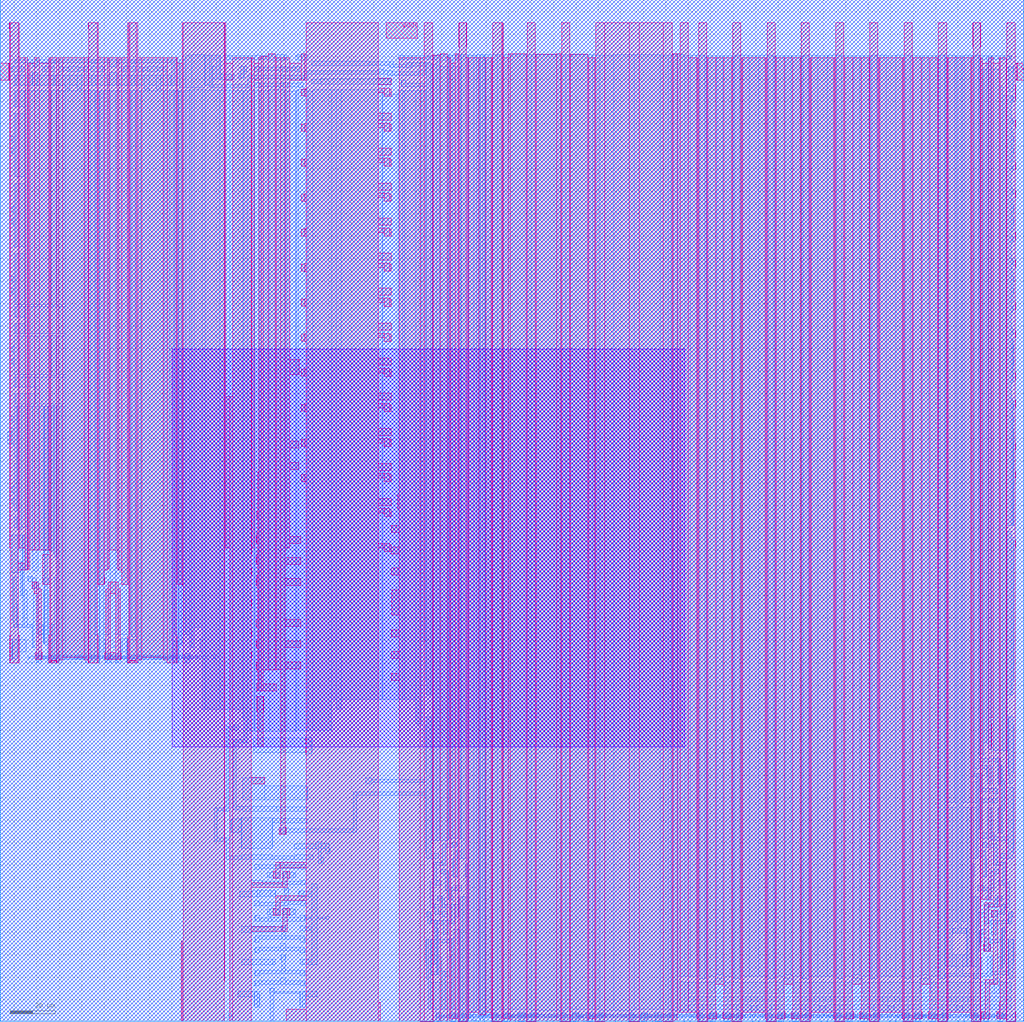
<source format=lef>
VERSION 5.1 ;
NAMESCASESENSITIVE ON ;
#VERSION 5.1 ; 
BUSBITCHARS "<>" ;


UNITS
    DATABASE MICRONS 100 ;
END UNITS
 
LAYER ndiff
    TYPE MASTERSLICE ;
END ndiff

LAYER pdiff
    TYPE MASTERSLICE ;
END pdiff

LAYER poly1
    TYPE MASTERSLICE ;
END poly1

LAYER cont
    TYPE CUT ;
END cont

LAYER metal1
    TYPE ROUTING ;
    WIDTH 0.30 ;
    SPACING 0.30 ;
    PITCH 1.20 ;
    DIRECTION HORIZONTAL ;
    CAPACITANCE CPERSQDIST 0.000140 ;
    RESISTANCE RPERSQ 0.040000 ;
END metal1

LAYER via
    TYPE CUT ;
END via

LAYER metal2
    TYPE ROUTING ;
    WIDTH 0.30 ;
    SPACING 0.30 ;
    PITCH 1.20 ;
    DIRECTION VERTICAL ;
    CAPACITANCE CPERSQDIST 0.000120 ;
    RESISTANCE RPERSQ 0.020000 ;
END metal2

LAYER via2
    TYPE CUT ;
END via2

LAYER metal3
    TYPE ROUTING ;
    WIDTH 0.60 ;
    SPACING 0.30 ;
    PITCH 1.20 ;
    DIRECTION HORIZONTAL ;
    CAPACITANCE CPERSQDIST 0.000120 ;
    RESISTANCE RPERSQ 0.020000 ;
END metal3

LAYER OVERLAP
    TYPE OVERLAP ;
END OVERLAP

VIA M1_P DEFAULT
    LAYER pdiff ;
        RECT -0.30 -0.30 0.30 0.30 ;
    LAYER cont ;
        RECT -0.15 -0.15 0.15 0.15 ;
    LAYER metal1 ;
        RECT -0.30 -0.30 0.30 0.30 ;
END M1_P
 
VIA M1_N DEFAULT
    LAYER ndiff ;
        RECT -0.30 -0.30 0.30 0.30 ;
    LAYER cont ;
        RECT -0.15 -0.15 0.15 0.15 ;
    LAYER metal1 ;
        RECT -0.30 -0.30 0.30 0.30 ;
END M1_N
 
VIA M1_POLY1 DEFAULT
    LAYER poly1 ;
        RECT -0.30 -0.30 0.30 0.30 ;
    LAYER cont ;
        RECT -0.15 -0.15 0.15 0.15 ;
    LAYER metal1 ;
        RECT -0.30 -0.30 0.30 0.30 ;
END M1_POLY1
 
VIA M2_M1 DEFAULT
    LAYER metal1 ;
        RECT -0.30 -0.30 0.30 0.30 ;
    LAYER via ;
        RECT -0.15 -0.15 0.15 0.15 ;
    LAYER metal2 ;
        RECT -0.30 -0.30 0.30 0.30 ;
END M2_M1
 
VIA M3_M2 DEFAULT
    LAYER metal2 ;
        RECT -0.30 -0.30 0.30 0.30 ;
    LAYER via2 ;
        RECT -0.15 -0.15 0.15 0.15 ;
    LAYER metal3 ;
        RECT -0.30 -0.30 0.30 0.30 ;
END M3_M2
 
VIA PTAP
    LAYER pdiff ;
        RECT -0.30 -0.30 0.30 0.30 ;
    LAYER cont ;
        RECT -0.15 -0.15 0.15 0.15 ;
    LAYER metal1 ;
        RECT -0.30 -0.30 0.30 0.30 ;
END PTAP
 
VIA NTAP
    LAYER ndiff ;
        RECT -0.30 -0.30 0.30 0.30 ;
    LAYER cont ;
        RECT -0.15 -0.15 0.15 0.15 ;
    LAYER metal1 ;
        RECT -0.30 -0.30 0.30 0.30 ;
END NTAP
 
VIARULE VIAGEN21 GENERATE
    LAYER metal1 ;
    DIRECTION HORIZONTAL ;
    OVERHANG 0.3 ;
    metaloverhang 0.0 ;
    LAYER metal2 ;
    DIRECTION VERTICAL ;
    OVERHANG 0.3 ;
    metaloverhang 0.0 ;
    LAYER via ;
    RECT -0.15 -0.15 0.15 0.15 ;
    SPACING 0.6 BY 0.6 ;
END VIAGEN21
 
VIARULE VIAGEN32 GENERATE
    LAYER metal2 ;
    DIRECTION HORIZONTAL ;
    OVERHANG 0.3 ;
    metaloverhang 0.0 ;
    LAYER metal3 ;
    DIRECTION VERTICAL ;
    OVERHANG 0.3 ;
    metaloverhang 0.0 ;
    LAYER via2 ;
    RECT -0.15 -0.15 0.15 0.15 ;
    SPACING 0.6 BY 0.6 ;
END VIAGEN32
 
VIARULE TURN1 GENERATE
    LAYER metal1 ;
    DIRECTION VERTICAL ;
    LAYER metal1 ;
    DIRECTION HORIZONTAL ;
END TURN1
 
VIARULE TURN2 GENERATE
    LAYER metal2 ;
    DIRECTION VERTICAL ;
    LAYER metal2 ;
    DIRECTION HORIZONTAL ;
END TURN2
 
VIARULE TURN3 GENERATE
    LAYER metal3 ;
    DIRECTION VERTICAL ;
    LAYER metal3 ;
    DIRECTION HORIZONTAL ;
END TURN3
 
SPACING
    SAMENET poly1 poly1 0.3 ;
    SAMENET metal1 metal1 0.3 stack ;
    SAMENET metal2 metal2 0.3 ;
    SAMENET metal3 metal3 0.3 ;
    SAMENET cont via 0.3  stack ;
    SAMENET via via2 0.3 ;
    SAMENET via via 0.3 ;
    SAMENET via2 via2 0.3 ;
END SPACING

#SPACING
#    SAMENET metal1 metal1 0.3 ;
#    SAMENET metal2 metal2 0.3 ;
#    SAMENET metal3 metal3 0.3 ;
#    SAMENET cont via 0.3  stack ;
#    SAMENET via via2 0.3 ;
#    SAMENET via via 0.3 ;
#    SAMENET via2 via2 0.3 ;
#END SPACING
 

SITE standard
    SYMMETRY y  ;
    CLASS core  ;
    SIZE 1.20 BY 10.80 ;
END standard

SITE IO
    SYMMETRY y  ;
    CLASS pad  ;
    SIZE 21.05 BY 70.80 ;
END IO

SITE corner
    CLASS pad  ;
    SIZE 70.80 BY 70.80 ;
    SYMMETRY y r90 ;
END corner

SITE SBlockSite
    CLASS core  ;
    SIZE 1.00 BY 1.00 ;
END SBlockSite

SITE portCellSite
    CLASS pad  ;
    SIZE 1.20 BY 1.20 ;
END portCellSite
 
 
MACRO VDDPAD
    CLASS PAD ;
    FOREIGN VDDPAD 0.000 0.000 ;
    ORIGIN 0.00 0.00 ;
    SIZE 42.00 BY 70.80 ;
    SYMMETRY x y r90 ;
    SITE IO ;
    PIN vdd1
        POWER 0.00 ;
        DIRECTION OUTPUT ;
        USE POWER ;
        SHAPE FEEDTHRU ;
        PORT
        class core ;
        LAYER metal1 ;
        RECT  13.00 68.55 29.30 70.80 ;
#        RECT  12.00 65.00 30.00 70.80 ;
        END
    END vdd1
    PIN gnd!
        DIRECTION INPUT ;
        USE GROUND ;
        SHAPE FEEDTHRU ;
        PORT
        LAYER metal2 ;
        RECT  0.00 60.15 42.00 70.65 ;
        END
    END gnd!
    PIN vdd!
        DIRECTION INPUT ;
        USE POWER ;
        SHAPE FEEDTHRU ;
        PORT
        LAYER metal2 ;
        RECT  0.00 0.45 42.00 10.95 ;
        END
    END vdd!
    OBS
        LAYER metal2 ;
        RECT  12.00 12.35 30.00 59.05 ;
#       RECT  10.00 16.30 12.00 38.35 ;
        RECT  30.00 16.30 32.00 38.35 ;
    END
END VDDPAD
 
MACRO GNDPAD
    CLASS PAD ;
    FOREIGN GNDPAD 0.000 0.000 ;
    ORIGIN 0.00 0.00 ;
    SIZE 42.00 BY 70.80 ;
    SYMMETRY x y r90 ;
    SITE IO ;
    PIN gnd1
        POWER 0.00 ;
        DIRECTION OUTPUT ;
        USE GROUND ;
        SHAPE FEEDTHRU ;
        PORT
        class core ;
        LAYER metal1 ;
        RECT  13.00 68.55 29.30 70.80 ;
        END
    END gnd1
    PIN gnd!
        DIRECTION INPUT ;
        USE GROUND ;
        SHAPE FEEDTHRU ;
        PORT
        LAYER metal2 ;
        RECT  0.00 60.15 42.00 70.65 ;
        END
    END gnd!
    PIN vdd!
        DIRECTION INPUT ;
        USE POWER ;
        SHAPE FEEDTHRU ;
        PORT
        LAYER metal2 ;
        RECT  0.00 0.45 42.00 10.95 ;
        END
    END vdd!
    OBS
        LAYER metal2 ;
        RECT  12.50 16.30 29.50 58.95 ;
#       RECT  10.00 16.30 12.50 38.35 ;
        RECT  29.50 16.30 32.00 38.35 ;
    END
END GNDPAD

MACRO IPAD_1
    CLASS PAD ;
    FOREIGN IPAD_1 0.000 0.000 ;
    ORIGIN 0.00 0.00 ;
    SIZE 42.00 BY 70.80 ;
    SYMMETRY x y r90 ;
    SITE IO ;
    PIN A
        DIRECTION INPUT ;
        PORT
        LAYER metal2 ;
        RECT  10.90 17.30 30.90 37.30 ;
        END
    END A
    PIN Y
        DIRECTION OUTPUT ;
        PORT
        LAYER metal1 ;
        RECT  3.75 69.90 5.65 70.80 ;
        END
    END Y
    PIN gnd!
        DIRECTION INPUT ;
        USE GROUND ;
        SHAPE FEEDTHRU ;
        PORT
        LAYER metal2 ;
        RECT  0.00 60.15 42.00 70.65 ;
        END
    END gnd!
    PIN vdd!
        DIRECTION INPUT ;
        USE POWER ;
        SHAPE FEEDTHRU ;
        PORT
        LAYER metal2 ;
        RECT  0.00 0.45 42.00 10.95 ;
        END
    END vdd!
    OBS
        LAYER metal1 ;
        RECT  0.15 0.15 41.85 70.65 ;
        LAYER metal2 ;
        RECT  10.80 11.25 31.20 17.00 ;
        RECT  10.80 37.60 31.20 59.85 ;
        RECT  0.00 11.25 1.05 57.45 ;
        RECT  1.05 11.25 2.25 41.40 ;
        RECT  2.25 11.25 2.55 42.90 ;
        RECT  2.55 11.25 10.60 59.85 ;
        RECT  10.60 37.60 10.80 59.85 ;
        RECT  10.60 11.25 10.80 17.00 ;
        RECT  31.20 11.25 42.00 59.85 ;
    END
END IPAD_1
 
MACRO OPAD_1
    CLASS PAD ;
    FOREIGN OPAD_1 0.000 0.000 ;
    ORIGIN 0.00 0.00 ;
    SIZE 42.00 BY 70.80 ;
    SYMMETRY x y r90 ;
    SITE IO ;
    PIN A
        DIRECTION INPUT ;
        PORT
        LAYER metal1 ;
        RECT  6.15 69.90 8.05 70.80 ;
        END
    END A
    PIN Y
        DIRECTION OUTPUT ;
        PORT
        LAYER metal2 ;
        RECT  11.05 17.30 31.05 37.30 ;
        END
    END Y
    PIN gnd!
        DIRECTION INPUT ;
        USE GROUND ;
        SHAPE FEEDTHRU ;
        PORT
        LAYER metal2 ;
        RECT  0.00 60.15 42.00 70.65 ;
        END
    END gnd!
    PIN vdd!
        DIRECTION INPUT ;
        USE POWER ;
        SHAPE FEEDTHRU ;
        PORT
        LAYER metal2 ;
        RECT  0.00 0.45 42.00 10.95 ;
        END
    END vdd!
    OBS
        LAYER metal1 ;
        RECT  0.15 0.15 41.85 70.65 ;
        LAYER metal2 ;
        RECT  10.80 11.25 31.20 17.00 ;
        RECT  10.80 37.60 31.20 59.85 ;
        RECT  0.00 11.25 1.25 57.45 ;
        RECT  1.25 11.25 10.75 59.85 ;
        RECT  10.75 37.60 10.80 59.85 ;
        RECT  10.75 11.25 10.80 17.00 ;
        RECT  31.20 37.60 31.35 59.85 ;
        RECT  31.20 11.25 31.35 17.00 ;
        RECT  31.35 11.25 42.00 59.85 ;
    END
END OPAD_1

MACRO IOPAD_1
    CLASS PAD ;
    POWER 0.00 ;
    FOREIGN IOPAD_1 0.000 0.000 ;
    ORIGIN 0.00 0.00 ;
    SIZE 42.00 BY 70.80 ;
    SYMMETRY x y r90 ;
    SITE IO ;
    PIN A
        DIRECTION INPUT ;
        PORT
        LAYER metal1 ;
        RECT  4.95 69.75 6.85 70.65 ;
        END
    END A
    PIN EN
        DIRECTION INPUT ;
        PORT
        LAYER metal1 ;
        RECT  15.75 69.75 17.65 70.65 ;
        END
    END EN
    PIN Y
        DIRECTION OUTPUT ;
        PORT
        LAYER metal1 ;
        RECT  2.75 69.75 4.65 70.65 ;
        END
    END Y
    PIN YA
        DIRECTION OUTPUT ;
        PORT
        LAYER metal2 ;
        RECT  10.50 16.80 31.50 37.80 ;
        END
    END YA
    PIN gnd!
        DIRECTION INPUT ;
        USE GROUND ;
        SHAPE FEEDTHRU ;
        PORT
        LAYER metal2 ;
        RECT  0.00 60.15 42.00 70.65 ;
        END
    END gnd!
    PIN vdd!
        DIRECTION INPUT ;
        USE POWER ;
        SHAPE FEEDTHRU ;
        PORT
        LAYER metal2 ;
        RECT  0.00 0.45 42.00 10.95 ;
        END
    END vdd!
    OBS
        LAYER metal1 ;
        RECT  0.15 0.15 41.85 70.65 ;
        LAYER metal2 ;
        RECT  10.20 11.25 31.80 16.50 ;
        RECT  5.55 11.25 10.20 59.85 ;
        RECT  32.35 11.25 36.45 59.85 ;
        RECT  10.20 38.10 31.80 59.85 ;
        RECT  0.00 11.25 1.05 57.45 ;
        RECT  1.05 11.25 2.25 41.40 ;
        RECT  1.25 57.75 2.55 59.85 ;
        RECT  2.25 11.25 2.55 42.90 ;
        RECT  2.55 11.25 5.55 59.85 ;
        RECT  36.45 11.25 42.00 59.85 ;
    END
END IOPAD_1
 
MACRO TRIPAD_1
    CLASS PAD ;
    FOREIGN TRIPAD_1 0.000 0.000 ;
    ORIGIN 0.00 0.00 ;
    SIZE 42.00 BY 70.80 ;
    SYMMETRY x y r90 ;
    SITE IO ;
    PIN A
        DIRECTION INPUT ;
        PORT
        LAYER metal1 ;
        RECT  4.95 69.90 6.85 70.80 ;
        END
    END A
    PIN EN
        DIRECTION INPUT ;
        PORT
        LAYER metal1 ;
        RECT  15.75 69.90 18.65 70.80 ;
        END
    END EN
    PIN Y
        DIRECTION OUTPUT ;
        PORT
        LAYER metal2 ;
        RECT  11.05 17.35 31.05 37.35 ;
        END
    END Y
    PIN gnd!
        DIRECTION INPUT ;
        USE GROUND ;
        SHAPE FEEDTHRU ;
        PORT
        LAYER metal2 ;
        RECT  0.00 60.15 42.00 70.65 ;
        END
    END gnd!
    PIN vdd!
        DIRECTION INPUT ;
        USE POWER ;
        SHAPE FEEDTHRU ;
        PORT
        LAYER metal2 ;
        RECT  0.00 0.45 42.00 10.95 ;
        END
    END vdd!
    OBS
        LAYER metal1 ;
        RECT  0.15 0.15 41.85 70.65 ;
        LAYER metal2 ;
        RECT  10.80 37.65 31.20 59.85 ;
        RECT  0.00 11.25 1.05 57.45 ;
        RECT  1.50 57.75 2.55 59.85 ;
        RECT  1.05 11.25 4.20 41.40 ;
        RECT  4.20 11.25 5.00 38.40 ;
        RECT  2.55 43.35 5.25 59.85 ;
        RECT  5.25 39.90 10.00 59.85 ;
        RECT  10.00 16.35 10.75 59.85 ;
        RECT  10.75 37.65 10.80 59.85 ;
        RECT  5.00 11.25 10.80 11.35 ;
        RECT  31.20 37.65 31.35 59.85 ;
        RECT  10.75 16.35 31.35 17.05 ;
        RECT  31.35 16.35 32.00 59.85 ;
        RECT  31.20 11.25 37.00 11.35 ;
        RECT  32.00 40.20 37.20 59.85 ;
        RECT  37.00 11.25 37.20 38.40 ;
        RECT  37.20 11.25 42.00 59.85 ;
    END
END TRIPAD_1
 
MACRO IOCORNER
    FOREIGN IOCORNER 0.000 0.000 ;
    ORIGIN 0.00 0.00 ;
    SIZE 70.80 BY 70.80 ;
    SYMMETRY x y r90 ;
    SITE corner ;
    class ENDCAP BOTTOMLEFT ;
    PIN gnd!
        DIRECTION INPUT ;
        USE GROUND ;
        SHAPE FEEDTHRU ;
        PORT
        LAYER metal2 ;
#        RECT  70.65 60.15 70.80 70.65 ;
#        RECT  60.15 60.15 70.65 70.80 ;
	 RECT  60.15 60.15 70.65 70.65 ;
        END
    END gnd!
    PIN vdd!
        DIRECTION INPUT ;
        USE POWER ;
        SHAPE FEEDTHRU ;
        PORT
        LAYER metal2 ;
#        RECT  10.95 0.45 70.80 10.95 ;
#        RECT  0.45 0.45 10.95 70.80 ;
	 RECT  0.45 0.45 10.95 10.95 ;
        END
    END vdd!
    OBS
        LAYER metal1 ;
        RECT  0.15 0.15 70.65 70.65 ;
    END
END IOCORNER


MACRO AOI21_B
    POWER 0.00 ;
    FOREIGN AOI21_B 0.00 0.00  ;
    ORIGIN 0.00 0.00 ;
    SIZE 6.00 BY 10.80 ;
    SYMMETRY x y ;
    SITE standard ;
    CLASS CORE ;
    PIN vdd!
	USE POWER ;
        DIRECTION INPUT ;
        SHAPE FEEDTHRU ;
        PORT
        LAYER metal1 ;
        RECT  0.00 9.15 6.00 10.65 ;
        END
    END vdd!
    PIN gnd!
	USE GROUND ;
        DIRECTION INPUT ;
        SHAPE ABUTMENT ;
        PORT
        LAYER metal1 ;
        RECT  0.00 0.15 6.00 1.65 ;
        END
    END gnd!
    PIN Y
        DIRECTION OUTPUT ;
        PORT
        LAYER metal1 ;
        RECT  4.12 2.32 4.28 2.48 ;
        RECT  5.32 8.32 5.48 8.48 ;
        RECT  5.32 7.12 5.48 7.28 ;
        RECT  5.29 5.89 5.51 6.11 ;
        RECT  5.29 4.69 5.51 4.91 ;
        RECT  5.29 3.49 5.51 3.71 ;
        LAYER cont ;
        RECT  4.05 3.15 4.35 3.45 ;
        RECT  4.05 2.25 4.35 2.55 ;
        RECT  5.25 8.10 5.55 8.40 ;
        RECT  5.25 7.20 5.55 7.50 ;
        END
    END Y
    PIN B
        DIRECTION INPUT ;
        PORT
        LAYER metal1 ;
        RECT  4.09 5.89 4.31 6.11 ;
        LAYER cont ;
        RECT  4.05 4.80 4.35 5.10 ;
        END
    END B
    PIN A2
        DIRECTION INPUT ;
        PORT
        LAYER metal1 ;
        RECT  2.89 3.49 3.11 3.71 ;
        LAYER cont ;
        RECT  2.85 4.80 3.15 5.10 ;
        END
    END A2
    PIN A1
        DIRECTION INPUT ;
        PORT
        LAYER metal1 ;
        RECT  0.45 5.25 0.75 5.55 ;
        END
    END A1
    OBS
        LAYER metal1 ;
        RECT  5.09 1.95 5.85 2.71 ;
        RECT  5.09 3.29 5.85 3.91 ;
        RECT  5.09 4.49 5.85 5.11 ;
        RECT  5.09 5.69 5.85 6.31 ;
        RECT  5.09 6.89 5.85 7.51 ;
        RECT  5.09 8.09 5.85 8.75 ;
        RECT  3.89 1.95 4.51 2.71 ;
        RECT  3.89 3.29 4.51 3.91 ;
        RECT  3.89 4.49 4.51 5.11 ;
        RECT  3.89 5.69 4.51 6.31 ;
        RECT  3.89 6.89 4.51 7.51 ;
        RECT  3.89 8.09 4.51 8.75 ;
        RECT  2.69 2.09 3.31 2.71 ;
        RECT  2.69 3.29 3.31 3.91 ;
        RECT  2.69 4.49 3.31 5.11 ;
        RECT  2.69 5.69 3.31 6.31 ;
        RECT  2.69 6.89 3.31 7.51 ;
        RECT  2.69 8.09 3.31 8.85 ;
        RECT  1.49 1.95 2.11 2.71 ;
        RECT  1.35 3.29 2.11 3.91 ;
        RECT  1.49 4.49 2.11 5.11 ;
        RECT  1.49 5.69 2.11 6.31 ;
        RECT  1.49 6.89 2.11 7.51 ;
        RECT  1.49 8.09 2.11 8.75 ;
        RECT  0.15 1.95 0.91 2.85 ;
        RECT  0.15 4.81 0.91 5.99 ;
        RECT  0.15 6.89 0.91 7.51 ;
        RECT  0.15 8.09 0.91 8.85 ;
        LAYER via ;
        RECT  5.28 7.08 5.52 7.32 ;
        RECT  5.28 8.28 5.52 8.52 ;
        RECT  4.08 2.28 4.32 2.52 ;
    END
END AOI21_B

MACRO AOI22_B
    POWER 0.00 ;
    FOREIGN AOI22_B 0.00 0.00  ;
    ORIGIN 0.00 0.00 ;
    SIZE 7.20 BY 10.80 ;
    SYMMETRY x y ;
    SITE standard ;
    CLASS CORE ;
    PIN Y
        DIRECTION OUTPUT ;
        PORT
        LAYER metal1 ;
        RECT  2.92 2.32 3.08 2.48 ;
        RECT  2.89 3.49 3.11 3.71 ;
        LAYER cont ;
        RECT  2.85 7.05 3.15 7.35 ;
        RECT  2.85 6.45 3.15 6.75 ;
        RECT  2.85 5.85 3.15 6.15 ;
        RECT  2.85 2.25 3.15 2.55 ;
        END
    END Y
    PIN B2
        DIRECTION INPUT ;
        PORT
        LAYER metal1 ;
        RECT  0.45 4.05 0.75 4.35 ;
        LAYER cont ;
        RECT  0.45 4.65 0.75 4.95 ;
        END
    END B2
    PIN B1
        DIRECTION INPUT ;
        PORT
        LAYER metal1 ;
        RECT  5.32 4.72 5.48 4.88 ;
        RECT  5.29 5.89 5.51 6.11 ;
        LAYER cont ;
        RECT  5.25 4.65 5.55 4.95 ;
        END
    END B1
    PIN A2
        DIRECTION INPUT ;
        PORT
        LAYER metal1 ;
        RECT  4.09 5.89 4.31 6.11 ;
        LAYER cont ;
        RECT  3.75 4.65 4.05 4.95 ;
        END
    END A2
    PIN A1
        DIRECTION INPUT ;
        PORT
        LAYER metal1 ;
        RECT  1.69 3.49 1.91 3.71 ;
        LAYER cont ;
        RECT  1.95 4.65 2.25 4.95 ;
        END
    END A1
    PIN vdd!
        DIRECTION INPUT ;
        USE power ;
        SHAPE FEEDTHRU ;
        PORT
        LAYER metal1 ;
        RECT  0.00 9.15 7.20 10.65 ;
        LAYER cont ;
        RECT  0.45 10.05 0.75 10.35 ;
        RECT  0.45 8.85 0.75 9.15 ;
        RECT  5.25 10.05 5.55 10.35 ;
        RECT  5.25 8.85 5.55 9.15 ;
        RECT  6.30 10.05 6.60 10.35 ;
        END
    END vdd!
    PIN gnd!
        DIRECTION INPUT ;
        USE ground ;
        SHAPE FEEDTHRU ;
        PORT
        LAYER metal1 ;
        RECT  0.00 0.15 7.20 1.65 ;
        LAYER cont ;
        RECT  0.45 0.45 0.75 0.75 ;
        RECT  4.80 1.65 5.10 1.95 ;
        END
    END gnd!
    OBS
        LAYER metal1 ;
        RECT  5.09 1.95 5.85 2.71 ;
        RECT  5.09 4.49 5.85 5.11 ;
        RECT  5.09 5.69 5.85 6.31 ;
        RECT  5.09 6.89 5.85 7.51 ;
        RECT  5.09 8.09 5.85 8.85 ;
        RECT  5.09 3.29 5.71 3.91 ;
        RECT  3.89 1.95 4.51 2.71 ;
        RECT  3.89 3.29 4.51 3.91 ;
        RECT  3.89 4.49 4.51 5.11 ;
        RECT  3.89 5.69 4.51 6.31 ;
        RECT  3.89 6.89 4.51 7.51 ;
        RECT  3.89 8.09 4.51 8.85 ;
        RECT  2.69 1.95 3.31 2.71 ;
        RECT  2.69 3.29 3.31 3.91 ;
        RECT  2.69 4.49 3.31 5.11 ;
        RECT  2.69 5.69 3.31 6.31 ;
        RECT  2.69 6.89 3.31 7.51 ;
        RECT  2.69 8.09 3.31 8.85 ;
        RECT  1.49 1.95 2.11 2.71 ;
        RECT  1.49 3.29 2.11 3.91 ;
        RECT  1.49 4.49 2.11 5.11 ;
        RECT  1.49 5.69 2.11 6.31 ;
        RECT  1.49 6.89 2.11 7.51 ;
        RECT  1.49 8.09 2.11 8.85 ;
        RECT  0.15 1.95 0.91 2.71 ;
        RECT  0.15 3.61 0.91 4.79 ;
        RECT  0.15 5.69 0.91 6.31 ;
        RECT  0.15 6.89 0.91 7.51 ;
        RECT  0.15 8.09 0.91 8.85 ;
        LAYER via ;
        RECT  5.28 4.68 5.52 4.92 ;
        RECT  2.88 2.28 3.12 2.52 ;
    END
END AOI22_B

MACRO DFFRS_B
    POWER 0.00 ;
    FOREIGN DFFRS_B 0.00 0.00  ;
    ORIGIN 0.00 0.00 ;
    SIZE 22.80 BY 10.80 ;
    SYMMETRY x y ;
    SITE standard ;
    CLASS CORE ;
    PIN Q_
        DIRECTION OUTPUT ;
        PORT
        LAYER metal1 ;
        RECT  16.09 3.49 16.31 3.71 ;
        RECT  17.29 3.49 17.51 3.71 ;
        RECT  18.52 8.32 18.68 8.48 ;
        RECT  18.49 4.69 18.71 4.91 ;
        LAYER cont ;
        RECT  16.05 4.95 16.35 5.25 ;
        RECT  16.65 3.45 16.95 3.75 ;
        RECT  18.15 3.45 18.45 3.75 ;
        RECT  18.15 2.85 18.45 3.15 ;
        RECT  18.45 8.25 18.75 8.55 ;
        RECT  18.45 7.05 18.75 7.35 ;
        RECT  18.45 6.45 18.75 6.75 ;
        RECT  18.45 5.85 18.75 6.15 ;
        END
    END Q_
    PIN Q
        DIRECTION OUTPUT ;
        PORT
        LAYER metal1 ;
        RECT  17.32 2.32 17.48 2.48 ;
        RECT  20.92 8.32 21.08 8.48 ;
        RECT  22.12 2.32 22.28 2.48 ;
        RECT  22.05 4.05 22.35 4.35 ;
        LAYER cont ;
        RECT  16.95 2.25 17.25 2.55 ;
        RECT  20.85 8.25 21.15 8.55 ;
        RECT  20.85 7.65 21.15 7.95 ;
        RECT  20.85 7.05 21.15 7.35 ;
        RECT  20.85 6.45 21.15 6.75 ;
        RECT  20.85 5.85 21.15 6.15 ;
        RECT  22.05 3.45 22.35 3.75 ;
        RECT  22.05 2.85 22.35 3.15 ;
        RECT  22.05 2.25 22.35 2.55 ;
        END
    END Q
    PIN PR_
        DIRECTION INPUT ;
        PORT
        LAYER metal1 ;
        RECT  19.69 4.69 19.91 4.91 ;
        LAYER cont ;
        RECT  20.25 4.65 20.55 4.95 ;
        END
    END PR_
    PIN D
        DIRECTION INPUT ;
        PORT
        LAYER metal1 ;
        RECT  4.05 7.65 4.35 7.95 ;
        LAYER cont ;
        RECT  4.35 6.60 4.65 6.90 ;
        RECT  4.35 6.00 4.65 6.30 ;
        RECT  4.35 5.40 4.65 5.70 ;
        RECT  4.35 3.45 4.65 3.75 ;
        END
    END D
    PIN CLR_
        DIRECTION INPUT ;
        PORT
        LAYER metal1 ;
        RECT  17.29 5.89 17.51 6.11 ;
        LAYER cont ;
        RECT  16.05 7.05 16.35 7.35 ;
        RECT  17.25 4.65 17.55 4.95 ;
        END
    END CLR_
    PIN CLK
        DIRECTION INPUT ;
        PORT
        LAYER metal1 ;
        RECT  0.45 4.05 0.75 4.35 ;
        LAYER cont ;
        RECT  0.45 4.65 0.75 4.95 ;
        END
    END CLK
    PIN vdd!
        DIRECTION INPUT ;
        USE power ;
        SHAPE FEEDTHRU ;
        PORT
        LAYER metal1 ;
        RECT  0.00 9.15 22.80 10.65 ;
        LAYER cont ;
        RECT  1.65 9.60 1.95 9.90 ;
        RECT  1.65 9.00 1.95 9.30 ;
        RECT  1.65 8.40 1.95 8.70 ;
        RECT  4.65 9.45 4.95 9.75 ;
        RECT  4.65 8.85 4.95 9.15 ;
        RECT  6.15 9.75 6.45 10.05 ;
        RECT  7.65 9.00 7.95 9.30 ;
        RECT  7.65 8.40 7.95 8.70 ;
        RECT  10.05 9.00 10.35 9.30 ;
        RECT  10.05 8.40 10.35 8.70 ;
        RECT  12.45 9.00 12.75 9.30 ;
        RECT  12.45 8.40 12.75 8.70 ;
        RECT  17.25 8.85 17.55 9.15 ;
        RECT  19.65 8.85 19.95 9.15 ;
        RECT  22.05 10.05 22.35 10.35 ;
        RECT  22.05 8.55 22.35 8.85 ;
        END
    END vdd!
    PIN gnd!
        DIRECTION INPUT ;
        USE ground ;
        SHAPE FEEDTHRU ;
        PORT
        LAYER metal1 ;
        RECT  0.00 0.15 22.80 1.65 ;
        LAYER cont ;
        RECT  1.80 1.05 2.10 1.35 ;
        RECT  2.40 0.75 2.70 1.05 ;
        RECT  4.65 1.05 4.95 1.35 ;
        RECT  4.65 0.45 4.95 0.75 ;
        RECT  5.25 1.05 5.55 1.35 ;
        RECT  5.25 0.45 5.55 0.75 ;
        RECT  5.85 1.05 6.15 1.35 ;
        RECT  5.85 0.45 6.15 0.75 ;
        RECT  6.45 1.05 6.75 1.35 ;
        RECT  6.45 0.45 6.75 0.75 ;
        RECT  8.40 1.05 8.70 1.35 ;
        RECT  9.00 1.05 9.30 1.35 ;
        RECT  16.35 1.05 16.65 1.35 ;
        RECT  20.85 0.45 21.15 0.75 ;
        RECT  21.45 0.45 21.75 0.75 ;
        RECT  22.05 0.45 22.35 0.75 ;
        END
    END gnd!
    OBS
        LAYER metal1 ;
        RECT  21.89 1.95 22.65 2.71 ;
        RECT  21.89 3.61 22.65 4.79 ;
        RECT  21.89 5.69 22.65 6.31 ;
        RECT  21.89 6.89 22.65 7.51 ;
        RECT  21.89 8.09 22.65 8.85 ;
        RECT  20.69 1.95 21.31 2.71 ;
        RECT  20.69 3.29 21.31 3.91 ;
        RECT  20.69 4.49 21.31 5.11 ;
        RECT  20.69 5.69 21.31 6.31 ;
        RECT  20.69 6.89 21.31 7.51 ;
        RECT  20.69 8.09 21.31 8.85 ;
        RECT  19.49 1.95 20.11 2.71 ;
        RECT  19.49 3.29 20.11 3.91 ;
        RECT  19.49 4.49 20.11 5.11 ;
        RECT  19.49 5.69 20.11 6.31 ;
        RECT  19.49 6.89 20.11 7.51 ;
        RECT  19.49 8.09 20.11 8.85 ;
        RECT  18.29 1.95 18.91 2.71 ;
        RECT  18.29 3.29 18.91 3.91 ;
        RECT  18.29 4.49 18.91 5.11 ;
        RECT  18.29 5.69 18.91 6.31 ;
        RECT  18.29 6.89 18.91 7.51 ;
        RECT  18.29 8.09 18.91 8.85 ;
        RECT  17.09 1.95 17.71 2.71 ;
        RECT  17.09 3.29 17.71 3.91 ;
        RECT  17.09 4.49 17.71 5.11 ;
        RECT  17.09 5.69 17.71 6.31 ;
        RECT  17.09 6.89 17.71 7.51 ;
        RECT  17.09 8.09 17.71 8.85 ;
        RECT  15.89 1.95 16.51 2.71 ;
        RECT  15.89 3.29 16.51 3.91 ;
        RECT  15.89 4.49 16.51 5.11 ;
        RECT  15.89 5.69 16.51 6.31 ;
        RECT  15.89 6.89 16.51 7.51 ;
        RECT  15.89 8.09 16.51 8.85 ;
        RECT  14.69 1.95 15.31 2.71 ;
        RECT  14.69 3.29 15.31 3.91 ;
        RECT  14.69 4.49 15.31 5.11 ;
        RECT  14.69 5.69 15.31 6.31 ;
        RECT  14.69 6.89 15.31 7.51 ;
        RECT  14.69 8.09 15.31 8.85 ;
        RECT  13.49 1.95 14.11 2.71 ;
        RECT  13.49 3.29 14.11 3.91 ;
        RECT  13.49 4.49 14.11 5.11 ;
        RECT  13.49 5.69 14.11 6.31 ;
        RECT  13.49 6.89 14.11 7.51 ;
        RECT  13.49 8.09 14.11 8.85 ;
        RECT  12.29 1.95 12.91 2.71 ;
        RECT  12.29 3.29 12.91 3.91 ;
        RECT  12.29 4.49 12.91 5.11 ;
        RECT  12.29 5.69 12.91 6.31 ;
        RECT  12.29 6.89 12.91 7.51 ;
        RECT  12.29 8.09 12.91 8.85 ;
        RECT  11.09 1.95 11.71 2.71 ;
        RECT  11.09 3.29 11.71 3.91 ;
        RECT  11.09 4.49 11.71 5.11 ;
        RECT  11.09 5.69 11.71 6.31 ;
        RECT  11.09 6.89 11.71 7.51 ;
        RECT  11.09 8.09 11.71 8.85 ;
        RECT  9.89 1.95 10.51 2.71 ;
        RECT  9.89 3.29 10.51 3.91 ;
        RECT  9.89 4.49 10.51 5.11 ;
        RECT  9.89 5.69 10.51 6.31 ;
        RECT  9.89 6.89 10.51 7.51 ;
        RECT  9.89 8.09 10.51 8.85 ;
        RECT  8.69 1.95 9.31 2.71 ;
        RECT  8.69 3.29 9.31 3.91 ;
        RECT  8.69 4.49 9.31 5.11 ;
        RECT  8.69 5.69 9.31 6.31 ;
        RECT  8.69 6.89 9.31 7.51 ;
        RECT  8.69 8.09 9.31 8.85 ;
        RECT  7.49 1.95 8.11 2.71 ;
        RECT  7.49 3.29 8.11 3.91 ;
        RECT  7.49 4.49 8.11 5.11 ;
        RECT  7.49 5.69 8.11 6.31 ;
        RECT  7.49 6.89 8.11 7.51 ;
        RECT  7.49 8.09 8.11 8.85 ;
        RECT  6.29 1.95 6.91 2.71 ;
        RECT  6.29 3.29 6.91 3.91 ;
        RECT  6.29 4.49 6.91 5.11 ;
        RECT  6.29 5.69 6.91 6.31 ;
        RECT  6.29 6.89 6.91 7.51 ;
        RECT  6.29 8.09 6.91 8.85 ;
        RECT  5.09 1.95 5.71 2.71 ;
        RECT  5.09 3.29 5.71 3.91 ;
        RECT  5.09 4.49 5.71 5.11 ;
        RECT  5.09 5.69 5.71 6.31 ;
        RECT  5.09 6.89 5.71 7.51 ;
        RECT  5.09 8.09 5.71 8.85 ;
        RECT  3.89 1.95 4.51 2.71 ;
        RECT  3.89 3.29 4.51 3.91 ;
        RECT  3.89 4.49 4.51 5.11 ;
        RECT  3.89 5.69 4.51 6.31 ;
        RECT  3.89 7.21 4.51 8.85 ;
        RECT  2.69 1.95 3.31 2.71 ;
        RECT  2.69 3.29 3.31 3.91 ;
        RECT  2.69 4.49 3.31 5.11 ;
        RECT  2.69 5.69 3.31 6.31 ;
        RECT  2.69 6.89 3.31 7.51 ;
        RECT  2.69 8.09 3.31 8.85 ;
        RECT  1.49 1.95 2.11 2.71 ;
        RECT  1.49 3.29 2.11 3.91 ;
        RECT  1.49 4.49 2.11 5.11 ;
        RECT  1.49 5.69 2.11 6.31 ;
        RECT  1.49 6.89 2.11 7.51 ;
        RECT  1.49 8.09 2.11 8.85 ;
        RECT  0.15 1.95 0.91 2.71 ;
        RECT  0.15 3.61 0.91 4.79 ;
        RECT  0.15 5.69 0.91 6.31 ;
        RECT  0.15 6.89 0.91 7.51 ;
        RECT  0.15 8.09 0.91 8.85 ;
        LAYER via ;
        RECT  22.08 2.28 22.32 2.52 ;
        RECT  20.88 8.28 21.12 8.52 ;
        RECT  17.28 2.28 17.52 2.52 ;
        RECT  18.48 8.28 18.72 8.52 ;
    END
END DFFRS_B

MACRO DFFR_B
    POWER 0.00 ;
    FOREIGN DFFR_B 0.00 0.00  ;
    ORIGIN 0.00 0.00 ;
    SIZE 21.60 BY 10.80 ;
    SYMMETRY x y ;
    SITE standard ;
    CLASS CORE ;
    PIN Q_
        DIRECTION OUTPUT ;
        PORT
        LAYER metal1 ;
        RECT  14.89 3.49 15.11 3.71 ;
        RECT  16.09 3.49 16.31 3.71 ;
        RECT  17.32 8.32 17.48 8.48 ;
        RECT  17.29 4.69 17.51 4.91 ;
        LAYER cont ;
        RECT  14.85 4.95 15.15 5.25 ;
        RECT  15.45 3.45 15.75 3.75 ;
        RECT  16.95 3.45 17.25 3.75 ;
        RECT  16.95 2.85 17.25 3.15 ;
        RECT  17.25 8.25 17.55 8.55 ;
        RECT  17.25 7.05 17.55 7.35 ;
        RECT  17.25 6.45 17.55 6.75 ;
        RECT  17.25 5.85 17.55 6.15 ;
        END
    END Q_
    PIN Q
        DIRECTION OUTPUT ;
        PORT
        LAYER metal1 ;
        RECT  16.12 2.32 16.28 2.48 ;
        RECT  19.72 8.32 19.88 8.48 ;
        RECT  19.69 4.69 19.91 4.91 ;
        RECT  20.92 4.72 21.08 4.88 ;
        RECT  20.92 3.52 21.08 3.68 ;
        RECT  20.92 2.32 21.08 2.48 ;
        LAYER cont ;
        RECT  15.75 2.25 16.05 2.55 ;
        RECT  19.65 8.25 19.95 8.55 ;
        RECT  19.65 7.65 19.95 7.95 ;
        RECT  19.65 7.05 19.95 7.35 ;
        RECT  19.65 6.45 19.95 6.75 ;
        RECT  19.65 5.85 19.95 6.15 ;
        RECT  20.85 3.45 21.15 3.75 ;
        RECT  20.85 2.85 21.15 3.15 ;
        RECT  20.85 2.25 21.15 2.55 ;
        END
    END Q
    PIN D
        DIRECTION INPUT ;
        PORT
        LAYER metal1 ;
        RECT  4.05 7.65 4.35 7.95 ;
        LAYER cont ;
        RECT  4.35 6.15 4.65 6.45 ;
        RECT  4.35 5.55 4.65 5.85 ;
        RECT  4.35 3.45 4.65 3.75 ;
        END
    END D
    PIN CLR_
        DIRECTION INPUT ;
        PORT
        LAYER metal1 ;
        RECT  16.09 5.89 16.31 6.11 ;
        LAYER cont ;
        RECT  14.85 7.05 15.15 7.35 ;
        RECT  16.05 4.65 16.35 4.95 ;
        END
    END CLR_
    PIN CLK
        DIRECTION INPUT ;
        PORT
        LAYER metal1 ;
        RECT  0.45 4.05 0.75 4.35 ;
        LAYER cont ;
        RECT  0.45 4.65 0.75 4.95 ;
        END
    END CLK
    PIN vdd!
        DIRECTION INPUT ;
        USE power ;
        SHAPE FEEDTHRU ;
        PORT
        LAYER metal1 ;
        RECT  0.00 9.15 21.60 10.65 ;
        LAYER cont ;
        RECT  1.65 9.60 1.95 9.90 ;
        RECT  1.65 9.00 1.95 9.30 ;
        RECT  1.65 8.40 1.95 8.70 ;
        RECT  4.65 9.45 4.95 9.75 ;
        RECT  4.65 8.85 4.95 9.15 ;
        RECT  6.15 9.75 6.45 10.05 ;
        RECT  8.85 9.00 9.15 9.30 ;
        RECT  8.85 8.40 9.15 8.70 ;
        RECT  11.25 9.00 11.55 9.30 ;
        RECT  11.25 8.40 11.55 8.70 ;
        RECT  16.05 8.85 16.35 9.15 ;
        RECT  18.45 8.85 18.75 9.15 ;
        RECT  20.85 8.55 21.15 8.85 ;
        END
    END vdd!
    PIN gnd!
        DIRECTION INPUT ;
        USE ground ;
        SHAPE FEEDTHRU ;
        PORT
        LAYER metal1 ;
        RECT  0.00 0.15 21.60 1.65 ;
        LAYER cont ;
        RECT  1.80 1.05 2.10 1.35 ;
        RECT  2.40 0.75 2.70 1.05 ;
        RECT  4.05 0.45 4.35 0.75 ;
        RECT  4.65 1.05 4.95 1.35 ;
        RECT  4.65 0.45 4.95 0.75 ;
        RECT  5.25 1.05 5.55 1.35 ;
        RECT  5.25 0.45 5.55 0.75 ;
        RECT  5.85 1.05 6.15 1.35 ;
        RECT  5.85 0.45 6.15 0.75 ;
        RECT  7.20 1.05 7.50 1.35 ;
        RECT  7.80 1.05 8.10 1.35 ;
        RECT  10.05 0.90 10.35 1.20 ;
        RECT  15.15 1.05 15.45 1.35 ;
        RECT  19.65 0.45 19.95 0.75 ;
        RECT  20.25 0.45 20.55 0.75 ;
        RECT  20.85 0.45 21.15 0.75 ;
        END
    END gnd!
    OBS
        LAYER metal1 ;
        RECT  20.69 1.95 21.45 2.71 ;
        RECT  20.69 3.29 21.45 3.91 ;
        RECT  20.69 4.49 21.45 5.11 ;
        RECT  20.69 5.69 21.45 6.31 ;
        RECT  20.69 6.89 21.45 7.51 ;
        RECT  20.69 8.09 21.45 8.85 ;
        RECT  19.49 1.95 20.11 2.71 ;
        RECT  19.49 3.29 20.11 3.91 ;
        RECT  19.49 4.49 20.11 5.11 ;
        RECT  19.49 5.69 20.11 6.31 ;
        RECT  19.49 6.89 20.11 7.51 ;
        RECT  19.49 8.09 20.11 8.85 ;
        RECT  18.29 1.95 18.91 2.71 ;
        RECT  18.29 3.29 18.91 3.91 ;
        RECT  18.29 4.49 18.91 5.11 ;
        RECT  18.29 5.69 18.91 6.31 ;
        RECT  18.29 6.89 18.91 7.51 ;
        RECT  18.29 8.09 18.91 8.85 ;
        RECT  17.09 1.95 17.71 2.71 ;
        RECT  17.09 3.29 17.71 3.91 ;
        RECT  17.09 4.49 17.71 5.11 ;
        RECT  17.09 5.69 17.71 6.31 ;
        RECT  17.09 6.89 17.71 7.51 ;
        RECT  17.09 8.09 17.71 8.85 ;
        RECT  15.89 1.95 16.51 2.71 ;
        RECT  15.89 3.29 16.51 3.91 ;
        RECT  15.89 4.49 16.51 5.11 ;
        RECT  15.89 5.69 16.51 6.31 ;
        RECT  15.89 6.89 16.51 7.51 ;
        RECT  15.89 8.09 16.51 8.85 ;
        RECT  14.69 1.95 15.31 2.71 ;
        RECT  14.69 3.29 15.31 3.91 ;
        RECT  14.69 4.49 15.31 5.11 ;
        RECT  14.69 5.69 15.31 6.31 ;
        RECT  14.69 6.89 15.31 7.51 ;
        RECT  14.69 8.09 15.31 8.85 ;
        RECT  13.49 1.95 14.11 2.71 ;
        RECT  13.49 3.29 14.11 3.91 ;
        RECT  13.49 4.49 14.11 5.11 ;
        RECT  13.49 5.69 14.11 6.31 ;
        RECT  13.49 6.89 14.11 7.51 ;
        RECT  13.49 8.09 14.11 8.85 ;
        RECT  12.29 1.95 12.91 2.71 ;
        RECT  12.29 3.29 12.91 3.91 ;
        RECT  12.29 4.49 12.91 5.11 ;
        RECT  12.29 5.69 12.91 6.31 ;
        RECT  12.29 6.89 12.91 7.51 ;
        RECT  12.29 8.09 12.91 8.85 ;
        RECT  11.09 1.95 11.71 2.71 ;
        RECT  11.09 3.29 11.71 3.91 ;
        RECT  11.09 4.49 11.71 5.11 ;
        RECT  11.09 5.69 11.71 6.31 ;
        RECT  11.09 6.89 11.71 7.51 ;
        RECT  11.09 8.09 11.71 8.85 ;
        RECT  9.89 1.95 10.51 2.71 ;
        RECT  9.89 3.29 10.51 3.91 ;
        RECT  9.89 4.49 10.51 5.11 ;
        RECT  9.89 5.69 10.51 6.31 ;
        RECT  9.89 6.89 10.51 7.51 ;
        RECT  9.89 8.09 10.51 8.85 ;
        RECT  8.69 1.95 9.31 2.71 ;
        RECT  8.69 3.29 9.31 3.91 ;
        RECT  8.69 4.49 9.31 5.11 ;
        RECT  8.69 5.69 9.31 6.31 ;
        RECT  8.69 6.89 9.31 7.51 ;
        RECT  8.69 8.09 9.31 8.85 ;
        RECT  7.49 1.95 8.11 2.71 ;
        RECT  7.49 3.29 8.11 3.91 ;
        RECT  7.49 4.49 8.11 5.11 ;
        RECT  7.49 5.69 8.11 6.31 ;
        RECT  7.49 6.89 8.11 7.51 ;
        RECT  7.49 8.09 8.11 8.85 ;
        RECT  6.29 1.95 6.91 2.71 ;
        RECT  6.29 3.29 6.91 3.91 ;
        RECT  6.29 4.49 6.91 5.11 ;
        RECT  6.29 5.69 6.91 6.31 ;
        RECT  6.29 6.89 6.91 7.51 ;
        RECT  6.29 8.09 6.91 8.85 ;
        RECT  5.09 1.95 5.71 2.71 ;
        RECT  5.09 3.29 5.71 3.91 ;
        RECT  5.09 4.49 5.71 5.11 ;
        RECT  5.09 5.69 5.71 6.31 ;
        RECT  5.09 6.89 5.71 7.51 ;
        RECT  5.09 8.09 5.71 8.85 ;
        RECT  3.89 1.95 4.51 2.71 ;
        RECT  3.89 3.29 4.51 3.91 ;
        RECT  3.89 4.49 4.51 5.11 ;
        RECT  3.89 5.69 4.51 6.31 ;
        RECT  3.89 7.21 4.51 8.85 ;
        RECT  2.69 1.95 3.31 2.71 ;
        RECT  2.69 3.29 3.31 3.91 ;
        RECT  2.69 4.49 3.31 5.11 ;
        RECT  2.69 5.69 3.31 6.31 ;
        RECT  2.69 6.89 3.31 7.51 ;
        RECT  2.69 8.09 3.31 8.85 ;
        RECT  1.49 1.95 2.11 2.71 ;
        RECT  1.49 3.29 2.11 3.91 ;
        RECT  1.49 4.49 2.11 5.11 ;
        RECT  1.49 5.69 2.11 6.31 ;
        RECT  1.49 6.89 2.11 7.51 ;
        RECT  1.49 8.09 2.11 8.85 ;
        RECT  0.15 1.95 0.91 2.71 ;
        RECT  0.15 3.61 0.91 4.79 ;
        RECT  0.15 5.69 0.91 6.31 ;
        RECT  0.15 6.89 0.91 7.51 ;
        RECT  0.15 8.09 0.91 8.85 ;
        LAYER via ;
        RECT  20.88 2.28 21.12 2.52 ;
        RECT  20.88 3.48 21.12 3.72 ;
        RECT  20.88 4.68 21.12 4.92 ;
        RECT  19.68 8.28 19.92 8.52 ;
        RECT  16.08 2.28 16.32 2.52 ;
        RECT  17.28 8.28 17.52 8.52 ;
    END
END DFFR_B

MACRO DFFS_B
    POWER 0.00 ;
    FOREIGN DFFS_B 0.00 0.00  ;
    ORIGIN 0.00 0.00 ;
    SIZE 20.40 BY 10.80 ;
    SYMMETRY x y ;
    SITE standard ;
    CLASS CORE ;
    PIN Q_
        DIRECTION OUTPUT ;
        PORT
        LAYER metal1 ;
        RECT  16.05 7.65 16.35 7.95 ;
        LAYER cont ;
        RECT  14.85 6.30 15.15 6.60 ;
        RECT  14.85 3.45 15.15 3.75 ;
        RECT  15.75 3.45 16.05 3.75 ;
        RECT  15.75 2.85 16.05 3.15 ;
        RECT  16.05 8.25 16.35 8.55 ;
        RECT  16.05 7.05 16.35 7.35 ;
        RECT  16.05 6.45 16.35 6.75 ;
        RECT  16.05 5.85 16.35 6.15 ;
        END
    END Q_
    PIN Q
        DIRECTION OUTPUT ;
        PORT
        LAYER metal1 ;
        RECT  16.09 4.69 16.31 4.91 ;
        RECT  18.52 8.32 18.68 8.48 ;
        RECT  19.72 4.72 19.88 4.88 ;
        RECT  19.72 3.52 19.88 3.68 ;
        RECT  19.72 2.32 19.88 2.48 ;
        LAYER cont ;
        RECT  15.45 4.65 15.75 4.95 ;
        RECT  18.45 8.25 18.75 8.55 ;
        RECT  18.45 7.65 18.75 7.95 ;
        RECT  18.45 7.05 18.75 7.35 ;
        RECT  18.45 6.45 18.75 6.75 ;
        RECT  18.45 5.85 18.75 6.15 ;
        RECT  19.65 3.45 19.95 3.75 ;
        RECT  19.65 2.85 19.95 3.15 ;
        RECT  19.65 2.25 19.95 2.55 ;
        END
    END Q
    PIN PR_
        DIRECTION INPUT ;
        PORT
        LAYER metal1 ;
        RECT  17.25 5.25 17.55 5.55 ;
        LAYER cont ;
        RECT  17.85 4.65 18.15 4.95 ;
        END
    END PR_
    PIN D
        DIRECTION INPUT ;
        PORT
        LAYER metal1 ;
        RECT  4.05 7.65 4.35 7.95 ;
        LAYER cont ;
        RECT  4.35 6.15 4.65 6.45 ;
        RECT  4.35 5.55 4.65 5.85 ;
        RECT  4.35 3.45 4.65 3.75 ;
        END
    END D
    PIN CLK
        DIRECTION INPUT ;
        PORT
        LAYER metal1 ;
        RECT  0.45 4.05 0.75 4.35 ;
        LAYER cont ;
        RECT  0.45 4.65 0.75 4.95 ;
        END
    END CLK
    PIN vdd!
        DIRECTION INPUT ;
        USE power ;
        SHAPE FEEDTHRU ;
        PORT
        LAYER metal1 ;
        RECT  0.00 9.15 20.40 10.65 ;
        LAYER cont ;
        RECT  1.65 9.60 1.95 9.90 ;
        RECT  1.65 9.00 1.95 9.30 ;
        RECT  1.65 8.40 1.95 8.70 ;
        RECT  4.65 9.45 4.95 9.75 ;
        RECT  4.65 8.85 4.95 9.15 ;
        RECT  6.15 10.05 6.45 10.35 ;
        RECT  6.15 9.45 6.45 9.75 ;
        RECT  7.65 9.00 7.95 9.30 ;
        RECT  7.65 8.40 7.95 8.70 ;
        RECT  10.05 9.00 10.35 9.30 ;
        RECT  10.05 8.40 10.35 8.70 ;
        RECT  17.25 8.85 17.55 9.15 ;
        RECT  19.65 8.55 19.95 8.85 ;
        END
    END vdd!
    PIN gnd!
        DIRECTION INPUT ;
        USE ground ;
        SHAPE FEEDTHRU ;
        PORT
        LAYER metal1 ;
        RECT  0.00 0.15 20.40 1.65 ;
        LAYER cont ;
        RECT  1.80 1.05 2.10 1.35 ;
        RECT  2.40 0.75 2.70 1.05 ;
        RECT  4.65 1.05 4.95 1.35 ;
        RECT  4.65 0.45 4.95 0.75 ;
        RECT  5.25 1.05 5.55 1.35 ;
        RECT  5.25 0.45 5.55 0.75 ;
        RECT  5.85 1.05 6.15 1.35 ;
        RECT  5.85 0.45 6.15 0.75 ;
        RECT  7.80 1.05 8.10 1.35 ;
        RECT  8.40 1.05 8.70 1.35 ;
        RECT  17.85 0.45 18.15 0.75 ;
        RECT  18.45 0.45 18.75 0.75 ;
        RECT  19.05 0.45 19.35 0.75 ;
        RECT  19.65 0.45 19.95 0.75 ;
        END
    END gnd!
    OBS
        LAYER metal1 ;
        RECT  19.49 1.95 20.25 2.71 ;
        RECT  19.49 3.29 20.25 3.91 ;
        RECT  19.49 4.49 20.25 5.11 ;
        RECT  19.49 5.69 20.25 6.31 ;
        RECT  19.49 6.89 20.25 7.51 ;
        RECT  19.49 8.09 20.25 8.85 ;
        RECT  18.29 1.95 18.91 2.71 ;
        RECT  18.29 3.29 18.91 3.91 ;
        RECT  18.29 4.49 18.91 5.11 ;
        RECT  18.29 5.69 18.91 6.31 ;
        RECT  18.29 6.89 18.91 7.51 ;
        RECT  18.29 8.09 18.91 8.85 ;
        RECT  17.09 1.95 17.71 2.71 ;
        RECT  17.09 3.29 17.71 3.91 ;
        RECT  17.09 4.81 17.71 5.99 ;
        RECT  17.09 6.89 17.71 7.51 ;
        RECT  17.09 8.09 17.71 8.85 ;
        RECT  15.89 1.95 16.51 2.71 ;
        RECT  15.89 3.29 16.51 3.91 ;
        RECT  15.89 4.49 16.51 5.11 ;
        RECT  15.89 5.69 16.51 6.31 ;
        RECT  15.89 7.21 16.51 8.85 ;
        RECT  14.69 1.95 15.31 2.71 ;
        RECT  14.69 3.29 15.31 3.91 ;
        RECT  14.69 4.49 15.31 5.11 ;
        RECT  14.69 5.69 15.31 6.31 ;
        RECT  14.69 6.89 15.31 7.51 ;
        RECT  14.69 8.09 15.31 8.85 ;
        RECT  13.49 1.95 14.11 2.71 ;
        RECT  13.49 3.29 14.11 3.91 ;
        RECT  13.49 4.49 14.11 5.11 ;
        RECT  13.49 5.69 14.11 6.31 ;
        RECT  13.49 6.89 14.11 7.51 ;
        RECT  13.49 8.09 14.11 8.85 ;
        RECT  12.29 1.95 12.91 2.71 ;
        RECT  12.29 3.29 12.91 3.91 ;
        RECT  12.29 4.49 12.91 5.11 ;
        RECT  12.29 5.69 12.91 6.31 ;
        RECT  12.29 6.89 12.91 7.51 ;
        RECT  12.29 8.09 12.91 8.85 ;
        RECT  11.09 1.95 11.71 2.71 ;
        RECT  11.09 3.29 11.71 3.91 ;
        RECT  11.09 4.49 11.71 5.11 ;
        RECT  11.09 5.69 11.71 6.31 ;
        RECT  11.09 6.89 11.71 7.51 ;
        RECT  11.09 8.09 11.71 8.85 ;
        RECT  9.89 1.95 10.51 2.71 ;
        RECT  9.89 3.29 10.51 3.91 ;
        RECT  9.89 4.49 10.51 5.11 ;
        RECT  9.89 5.69 10.51 6.31 ;
        RECT  9.89 6.89 10.51 7.51 ;
        RECT  9.89 8.09 10.51 8.85 ;
        RECT  8.69 1.95 9.31 2.71 ;
        RECT  8.69 3.29 9.31 3.91 ;
        RECT  8.69 4.49 9.31 5.11 ;
        RECT  8.69 5.69 9.31 6.31 ;
        RECT  8.69 6.89 9.31 7.51 ;
        RECT  8.69 8.09 9.31 8.85 ;
        RECT  7.49 1.95 8.11 2.71 ;
        RECT  7.49 3.29 8.11 3.91 ;
        RECT  7.49 4.49 8.11 5.11 ;
        RECT  7.49 5.69 8.11 6.31 ;
        RECT  7.49 6.89 8.11 7.51 ;
        RECT  7.49 8.09 8.11 8.85 ;
        RECT  6.29 1.95 6.91 2.71 ;
        RECT  6.29 3.29 6.91 3.91 ;
        RECT  6.29 4.49 6.91 5.11 ;
        RECT  6.29 5.69 6.91 6.31 ;
        RECT  6.29 6.89 6.91 7.51 ;
        RECT  6.29 8.09 6.91 8.85 ;
        RECT  5.09 1.95 5.71 2.71 ;
        RECT  5.09 3.29 5.71 3.91 ;
        RECT  5.09 4.49 5.71 5.11 ;
        RECT  5.09 5.69 5.71 6.31 ;
        RECT  5.09 6.89 5.71 7.51 ;
        RECT  5.09 8.09 5.71 8.85 ;
        RECT  3.89 1.95 4.51 2.71 ;
        RECT  3.89 3.29 4.51 3.91 ;
        RECT  3.89 4.49 4.51 5.11 ;
        RECT  3.89 5.69 4.51 6.31 ;
        RECT  3.89 7.21 4.51 8.85 ;
        RECT  2.69 1.95 3.31 2.71 ;
        RECT  2.69 3.29 3.31 3.91 ;
        RECT  2.69 4.49 3.31 5.11 ;
        RECT  2.69 5.69 3.31 6.31 ;
        RECT  2.69 6.89 3.31 7.51 ;
        RECT  2.69 8.09 3.31 8.85 ;
        RECT  1.49 1.95 2.11 2.71 ;
        RECT  1.49 3.29 2.11 3.91 ;
        RECT  1.49 4.49 2.11 5.11 ;
        RECT  1.49 5.69 2.11 6.31 ;
        RECT  1.49 6.89 2.11 7.51 ;
        RECT  1.49 8.09 2.11 8.85 ;
        RECT  0.15 1.95 0.91 2.71 ;
        RECT  0.15 3.61 0.91 4.79 ;
        RECT  0.15 5.69 0.91 6.31 ;
        RECT  0.15 6.89 0.91 7.51 ;
        RECT  0.15 8.09 0.91 8.85 ;
        LAYER via ;
        RECT  19.68 2.28 19.92 2.52 ;
        RECT  19.68 3.48 19.92 3.72 ;
        RECT  19.68 4.68 19.92 4.92 ;
        RECT  18.48 8.28 18.72 8.52 ;
    END
END DFFS_B

MACRO DFF_B
    POWER 0.00 ;
    FOREIGN DFF_B 0.00 0.00  ;
    ORIGIN 0.00 0.00 ;
    SIZE 18.00 BY 10.80 ;
    SYMMETRY x y ;
    SITE standard ;
    CLASS CORE ;
    PIN Q_
        DIRECTION OUTPUT ;
        PORT
        LAYER metal1 ;
        RECT  14.85 7.65 15.15 7.95 ;
        LAYER cont ;
        RECT  13.65 6.30 13.95 6.60 ;
        RECT  13.95 3.45 14.25 3.75 ;
        RECT  14.85 8.25 15.15 8.55 ;
        RECT  14.85 7.05 15.15 7.35 ;
        RECT  14.85 6.45 15.15 6.75 ;
        RECT  14.85 5.85 15.15 6.15 ;
        RECT  14.85 3.45 15.15 3.75 ;
        RECT  14.85 2.85 15.15 3.15 ;
        END
    END Q_
    PIN Q
        DIRECTION OUTPUT ;
        PORT
        LAYER metal1 ;
        RECT  16.09 4.69 16.31 4.91 ;
        RECT  17.32 8.32 17.48 8.48 ;
        RECT  17.32 7.12 17.48 7.28 ;
        RECT  17.32 5.92 17.48 6.08 ;
        RECT  17.32 3.52 17.48 3.68 ;
        RECT  17.32 2.32 17.48 2.48 ;
        RECT  17.29 4.69 17.51 4.91 ;
        LAYER cont ;
        RECT  15.15 4.65 15.45 4.95 ;
        RECT  17.25 7.95 17.55 8.25 ;
        RECT  17.25 7.35 17.55 7.65 ;
        RECT  17.25 6.75 17.55 7.05 ;
        RECT  17.25 6.15 17.55 6.45 ;
        RECT  17.25 5.55 17.55 5.85 ;
        RECT  17.25 3.45 17.55 3.75 ;
        RECT  17.25 2.85 17.55 3.15 ;
        RECT  17.25 2.25 17.55 2.55 ;
        END
    END Q
    PIN D
        DIRECTION INPUT ;
        PORT
        LAYER metal1 ;
        RECT  4.05 7.65 4.35 7.95 ;
        LAYER cont ;
        RECT  4.05 3.45 4.35 3.75 ;
        RECT  4.35 6.15 4.65 6.45 ;
        RECT  4.35 5.55 4.65 5.85 ;
        END
    END D
    PIN CLK
        DIRECTION INPUT ;
        PORT
        LAYER metal1 ;
        RECT  0.45 4.05 0.75 4.35 ;
        LAYER cont ;
        RECT  0.45 4.65 0.75 4.95 ;
        END
    END CLK
    PIN vdd!
        DIRECTION INPUT ;
        USE power ;
        SHAPE FEEDTHRU ;
        PORT
        LAYER metal1 ;
        RECT  0.00 9.15 18.00 10.65 ;
        LAYER cont ;
        RECT  1.65 9.60 1.95 9.90 ;
        RECT  1.65 9.00 1.95 9.30 ;
        RECT  1.65 8.40 1.95 8.70 ;
        RECT  4.65 9.45 4.95 9.75 ;
        RECT  4.65 8.85 4.95 9.15 ;
        RECT  6.15 9.75 6.45 10.05 ;
        RECT  8.85 9.00 9.15 9.30 ;
        RECT  8.85 8.40 9.15 8.70 ;
        END
    END vdd!
    PIN gnd!
        DIRECTION INPUT ;
        USE ground ;
        SHAPE FEEDTHRU ;
        PORT
        LAYER metal1 ;
        RECT  0.00 0.15 18.00 1.65 ;
        LAYER cont ;
        RECT  1.80 0.75 2.10 1.05 ;
        RECT  2.40 0.75 2.70 1.05 ;
        RECT  4.65 1.05 4.95 1.35 ;
        RECT  4.65 0.45 4.95 0.75 ;
        RECT  5.25 1.05 5.55 1.35 ;
        RECT  5.25 0.45 5.55 0.75 ;
        RECT  6.90 1.05 7.20 1.35 ;
        RECT  7.50 1.05 7.80 1.35 ;
        RECT  14.85 0.45 15.15 0.75 ;
        RECT  15.45 0.45 15.75 0.75 ;
        RECT  16.05 0.45 16.35 0.75 ;
        RECT  16.65 0.45 16.95 0.75 ;
        RECT  17.25 0.45 17.55 0.75 ;
        END
    END gnd!
    OBS
        LAYER metal1 ;
        RECT  17.09 1.95 17.85 2.71 ;
        RECT  17.09 3.29 17.85 3.91 ;
        RECT  17.09 4.49 17.85 5.11 ;
        RECT  17.09 5.69 17.85 6.31 ;
        RECT  17.09 6.89 17.85 7.51 ;
        RECT  17.09 8.09 17.85 8.85 ;
        RECT  15.89 1.95 16.51 2.71 ;
        RECT  15.89 3.29 16.51 3.91 ;
        RECT  15.89 4.49 16.51 5.11 ;
        RECT  15.89 5.69 16.51 6.31 ;
        RECT  15.89 6.89 16.51 7.51 ;
        RECT  15.89 8.09 16.51 8.85 ;
        RECT  14.69 1.95 15.31 2.71 ;
        RECT  14.69 3.29 15.31 3.91 ;
        RECT  14.69 4.49 15.31 5.11 ;
        RECT  14.69 5.69 15.31 6.31 ;
        RECT  14.69 7.21 15.31 8.85 ;
        RECT  13.49 1.95 14.11 2.71 ;
        RECT  13.49 3.29 14.11 3.91 ;
        RECT  13.49 4.49 14.11 5.11 ;
        RECT  13.49 5.69 14.11 6.31 ;
        RECT  13.49 6.89 14.11 7.51 ;
        RECT  13.49 8.09 14.11 8.85 ;
        RECT  12.29 1.95 12.91 2.71 ;
        RECT  12.29 3.29 12.91 3.91 ;
        RECT  12.29 4.49 12.91 5.11 ;
        RECT  12.29 5.69 12.91 6.31 ;
        RECT  12.29 6.89 12.91 7.51 ;
        RECT  12.29 8.09 12.91 8.85 ;
        RECT  11.09 1.95 11.71 2.71 ;
        RECT  11.09 3.29 11.71 3.91 ;
        RECT  11.09 4.49 11.71 5.11 ;
        RECT  11.09 5.69 11.71 6.31 ;
        RECT  11.09 6.89 11.71 7.51 ;
        RECT  11.09 8.09 11.71 8.85 ;
        RECT  9.89 1.95 10.51 2.71 ;
        RECT  9.89 3.29 10.51 3.91 ;
        RECT  9.89 4.49 10.51 5.11 ;
        RECT  9.89 5.69 10.51 6.31 ;
        RECT  9.89 6.89 10.51 7.51 ;
        RECT  9.89 8.09 10.51 8.85 ;
        RECT  8.69 1.95 9.31 2.71 ;
        RECT  8.69 3.29 9.31 3.91 ;
        RECT  8.69 4.49 9.31 5.11 ;
        RECT  8.69 5.69 9.31 6.31 ;
        RECT  8.69 6.89 9.31 7.51 ;
        RECT  8.69 8.09 9.31 8.85 ;
        RECT  7.49 1.95 8.11 2.71 ;
        RECT  7.49 3.29 8.11 3.91 ;
        RECT  7.49 4.49 8.11 5.11 ;
        RECT  7.49 5.69 8.11 6.31 ;
        RECT  7.49 6.89 8.11 7.51 ;
        RECT  7.49 8.09 8.11 8.85 ;
        RECT  6.29 1.95 6.91 2.71 ;
        RECT  6.29 3.29 6.91 3.91 ;
        RECT  6.29 4.49 6.91 5.11 ;
        RECT  6.29 5.69 6.91 6.31 ;
        RECT  6.29 6.89 6.91 7.51 ;
        RECT  6.29 8.09 6.91 8.85 ;
        RECT  5.09 1.95 5.71 2.71 ;
        RECT  5.09 3.29 5.71 3.91 ;
        RECT  5.09 4.49 5.71 5.11 ;
        RECT  5.09 5.69 5.71 6.31 ;
        RECT  5.09 6.89 5.71 7.51 ;
        RECT  5.09 8.09 5.71 8.85 ;
        RECT  3.89 1.95 4.51 2.71 ;
        RECT  3.89 3.29 4.51 3.91 ;
        RECT  3.89 4.49 4.51 5.11 ;
        RECT  3.89 5.69 4.51 6.31 ;
        RECT  3.89 7.21 4.51 8.85 ;
        RECT  2.69 1.95 3.31 2.71 ;
        RECT  2.69 3.29 3.31 3.91 ;
        RECT  2.69 4.49 3.31 5.11 ;
        RECT  2.69 5.69 3.31 6.31 ;
        RECT  2.69 6.89 3.31 7.51 ;
        RECT  2.69 8.09 3.31 8.85 ;
        RECT  1.49 1.95 2.11 2.71 ;
        RECT  1.49 3.29 2.11 3.91 ;
        RECT  1.49 4.49 2.11 5.11 ;
        RECT  1.49 5.69 2.11 6.31 ;
        RECT  1.49 6.89 2.11 7.51 ;
        RECT  1.49 8.09 2.11 8.85 ;
        RECT  0.15 1.95 0.91 2.71 ;
        RECT  0.15 3.61 0.91 4.79 ;
        RECT  0.15 5.69 0.91 6.31 ;
        RECT  0.15 6.89 0.91 7.51 ;
        RECT  0.15 8.09 0.91 8.85 ;
        LAYER via ;
        RECT  17.28 2.28 17.52 2.52 ;
        RECT  17.28 3.48 17.52 3.72 ;
        RECT  17.28 5.88 17.52 6.12 ;
        RECT  17.28 7.08 17.52 7.32 ;
        RECT  17.28 8.28 17.52 8.52 ;
    END
END DFF_B

MACRO DLATRS_B
    POWER 0.00 ;
    FOREIGN DLATRS_B 0.00 0.00  ;
    ORIGIN 0.00 0.00 ;
    SIZE 12.00 BY 10.80 ;
    SYMMETRY x y ;
    SITE standard ;
    CLASS CORE ;
    PIN Q_
        DIRECTION OUTPUT ;
        PORT
        LAYER metal1 ;
        RECT  6.52 2.32 6.68 2.48 ;
        RECT  10.12 8.32 10.28 8.48 ;
        RECT  11.32 2.32 11.48 2.48 ;
        RECT  11.25 4.05 11.55 4.35 ;
        LAYER cont ;
        RECT  6.15 2.25 6.45 2.55 ;
        RECT  10.05 8.25 10.35 8.55 ;
        RECT  10.05 7.65 10.35 7.95 ;
        RECT  10.05 7.05 10.35 7.35 ;
        RECT  10.05 6.45 10.35 6.75 ;
        RECT  10.05 5.85 10.35 6.15 ;
        RECT  11.25 3.45 11.55 3.75 ;
        RECT  11.25 2.85 11.55 3.15 ;
        RECT  11.25 2.25 11.55 2.55 ;
        END
    END Q_
    PIN Q
        DIRECTION OUTPUT ;
        PORT
        LAYER metal1 ;
        RECT  5.32 5.92 5.48 6.08 ;
        RECT  5.29 4.69 5.51 4.91 ;
        RECT  7.72 8.32 7.88 8.48 ;
        RECT  7.69 4.69 7.91 4.91 ;
        LAYER cont ;
        RECT  5.25 5.85 5.55 6.15 ;
        RECT  5.25 3.45 5.55 3.75 ;
        RECT  7.35 2.85 7.65 3.15 ;
        RECT  7.65 8.25 7.95 8.55 ;
        RECT  7.65 7.05 7.95 7.35 ;
        RECT  7.65 6.45 7.95 6.75 ;
        RECT  7.65 5.85 7.95 6.15 ;
        END
    END Q
    PIN PR_
        DIRECTION INPUT ;
        PORT
        LAYER metal1 ;
        RECT  6.45 5.25 6.75 5.55 ;
        LAYER cont ;
        RECT  6.45 4.50 6.75 4.80 ;
        END
    END PR_
    PIN D
        DIRECTION INPUT ;
        PORT
        LAYER metal1 ;
        RECT  2.85 7.65 3.15 7.95 ;
        LAYER cont ;
        RECT  2.85 8.25 3.15 8.55 ;
        RECT  2.85 7.05 3.15 7.35 ;
        RECT  2.85 6.45 3.15 6.75 ;
        RECT  2.85 5.85 3.15 6.15 ;
        RECT  2.85 3.45 3.15 3.75 ;
        RECT  2.85 2.85 3.15 3.15 ;
        END
    END D
    PIN CLR_
        DIRECTION INPUT ;
        PORT
        LAYER metal1 ;
        RECT  8.89 4.69 9.11 4.91 ;
        LAYER cont ;
        RECT  9.45 4.65 9.75 4.95 ;
        END
    END CLR_
    PIN CLK
        DIRECTION INPUT ;
        PORT
        LAYER metal1 ;
        RECT  0.45 4.05 0.75 4.35 ;
        LAYER cont ;
        RECT  0.45 4.65 0.75 4.95 ;
        END
    END CLK
    PIN vdd!
        DIRECTION INPUT ;
        USE power ;
        SHAPE FEEDTHRU ;
        PORT
        LAYER metal1 ;
        RECT  0.00 9.15 12.00 10.65 ;
        LAYER cont ;
        RECT  0.45 8.85 0.75 9.15 ;
        RECT  5.10 10.05 5.40 10.35 ;
        RECT  8.85 8.85 9.15 9.15 ;
        RECT  11.25 8.55 11.55 8.85 ;
        END
    END vdd!
    PIN gnd!
        DIRECTION INPUT ;
        USE ground ;
        SHAPE FEEDTHRU ;
        PORT
        LAYER metal1 ;
        RECT  0.00 0.15 12.00 1.65 ;
        LAYER cont ;
        RECT  0.45 0.45 0.75 0.75 ;
        RECT  1.05 0.45 1.35 0.75 ;
        RECT  1.65 0.45 1.95 0.75 ;
        RECT  2.25 0.45 2.55 0.75 ;
        RECT  2.85 0.45 3.15 0.75 ;
        RECT  3.45 0.45 3.75 0.75 ;
        RECT  4.05 0.45 4.35 0.75 ;
        RECT  4.65 0.45 4.95 0.75 ;
        RECT  5.25 1.05 5.55 1.35 ;
        RECT  5.25 0.45 5.55 0.75 ;
        RECT  5.85 1.05 6.15 1.35 ;
        RECT  5.85 0.45 6.15 0.75 ;
        RECT  6.45 0.45 6.75 0.75 ;
        RECT  9.45 0.45 9.75 0.75 ;
        RECT  10.05 0.45 10.35 0.75 ;
        RECT  10.65 0.45 10.95 0.75 ;
        RECT  11.25 0.45 11.55 0.75 ;
        END
    END gnd!
    OBS
        LAYER metal1 ;
        RECT  11.09 1.95 11.85 2.71 ;
        RECT  11.09 3.61 11.85 4.79 ;
        RECT  11.09 5.69 11.85 6.31 ;
        RECT  11.09 6.89 11.85 7.51 ;
        RECT  11.09 8.09 11.85 8.85 ;
        RECT  9.89 1.95 10.51 2.71 ;
        RECT  9.89 3.29 10.51 3.91 ;
        RECT  9.89 4.49 10.51 5.11 ;
        RECT  9.89 5.69 10.51 6.31 ;
        RECT  9.89 6.89 10.51 7.51 ;
        RECT  9.89 8.09 10.51 8.85 ;
        RECT  8.69 1.95 9.31 2.71 ;
        RECT  8.69 3.29 9.31 3.91 ;
        RECT  8.69 4.49 9.31 5.11 ;
        RECT  8.69 5.69 9.31 6.31 ;
        RECT  8.69 6.89 9.31 7.51 ;
        RECT  8.69 8.09 9.31 8.85 ;
        RECT  7.49 1.95 8.11 2.71 ;
        RECT  7.49 3.29 8.11 3.91 ;
        RECT  7.49 4.49 8.11 5.11 ;
        RECT  7.49 5.69 8.11 6.31 ;
        RECT  7.49 6.89 8.11 7.51 ;
        RECT  7.49 8.09 8.11 8.85 ;
        RECT  6.29 1.95 6.91 2.71 ;
        RECT  6.29 3.29 6.91 3.91 ;
        RECT  6.29 4.81 6.91 5.99 ;
        RECT  6.15 6.89 6.91 7.51 ;
        RECT  6.29 8.09 6.91 8.85 ;
        RECT  5.09 1.95 5.71 2.71 ;
        RECT  5.09 3.29 5.71 3.91 ;
        RECT  5.09 4.49 5.71 5.11 ;
        RECT  5.09 5.69 5.71 6.45 ;
        RECT  5.09 7.95 5.71 8.85 ;
        RECT  3.89 6.89 4.65 7.51 ;
        RECT  3.89 1.95 4.51 2.71 ;
        RECT  3.89 3.29 4.51 3.91 ;
        RECT  3.89 4.49 4.51 5.11 ;
        RECT  3.89 5.69 4.51 6.31 ;
        RECT  3.89 8.09 4.51 8.85 ;
        RECT  2.69 1.95 3.31 2.71 ;
        RECT  2.69 3.29 3.31 3.91 ;
        RECT  2.69 4.49 3.31 5.11 ;
        RECT  2.69 5.69 3.31 6.31 ;
        RECT  2.69 7.21 3.31 8.85 ;
        RECT  1.49 1.95 2.11 2.71 ;
        RECT  1.49 3.29 2.11 3.91 ;
        RECT  1.49 4.49 2.11 5.11 ;
        RECT  1.49 5.69 2.11 6.31 ;
        RECT  1.49 6.89 2.11 7.51 ;
        RECT  1.49 8.09 2.11 8.85 ;
        RECT  0.15 1.95 0.91 2.71 ;
        RECT  0.15 3.61 0.91 4.79 ;
        RECT  0.15 5.69 0.91 6.31 ;
        RECT  0.15 6.89 0.91 7.51 ;
        RECT  0.15 8.09 0.91 8.85 ;
        LAYER via ;
        RECT  7.68 8.28 7.92 8.52 ;
        RECT  5.28 5.88 5.52 6.12 ;
        RECT  11.28 2.28 11.52 2.52 ;
        RECT  10.08 8.28 10.32 8.52 ;
        RECT  6.48 2.28 6.72 2.52 ;
    END
END DLATRS_B

MACRO DLATR_B
    POWER 0.00 ;
    FOREIGN DLATR_B 0.00 0.00  ;
    ORIGIN 0.00 0.00 ;
    SIZE 9.60 BY 10.80 ;
    SYMMETRY x y ;
    SITE standard ;
    CLASS CORE ;
    PIN Q_
        DIRECTION OUTPUT ;
        PORT
        LAYER metal1 ;
        RECT  7.72 8.32 7.88 8.48 ;
        RECT  7.69 4.69 7.91 4.91 ;
        RECT  7.69 3.49 7.91 3.71 ;
        RECT  7.69 2.29 7.91 2.51 ;
        LAYER cont ;
        RECT  6.15 4.65 6.45 4.95 ;
        RECT  7.65 8.25 7.95 8.55 ;
        RECT  7.65 7.05 7.95 7.35 ;
        RECT  7.65 6.45 7.95 6.75 ;
        RECT  7.65 5.85 7.95 6.15 ;
        RECT  8.25 3.45 8.55 3.75 ;
        RECT  8.25 2.85 8.55 3.15 ;
        RECT  8.25 2.25 8.55 2.55 ;
        END
    END Q_
    PIN Q
        DIRECTION OUTPUT ;
        PORT
        LAYER metal1 ;
        RECT  5.29 5.89 5.51 6.11 ;
        LAYER cont ;
        RECT  5.25 7.05 5.55 7.35 ;
        RECT  5.25 3.45 5.55 3.75 ;
        END
    END Q
    PIN D
        DIRECTION INPUT ;
        PORT
        LAYER metal1 ;
        RECT  2.85 7.65 3.15 7.95 ;
        LAYER cont ;
        RECT  2.85 8.25 3.15 8.55 ;
        RECT  2.85 7.05 3.15 7.35 ;
        RECT  2.85 6.45 3.15 6.75 ;
        RECT  2.85 5.85 3.15 6.15 ;
        RECT  2.85 3.45 3.15 3.75 ;
        RECT  2.85 2.85 3.15 3.15 ;
        END
    END D
    PIN CLR_
        DIRECTION INPUT ;
        PORT
        LAYER metal1 ;
        RECT  8.85 5.25 9.15 5.55 ;
        LAYER cont ;
        RECT  8.85 4.65 9.15 4.95 ;
        END
    END CLR_
    PIN CLK
        DIRECTION INPUT ;
        PORT
        LAYER metal1 ;
        RECT  0.45 4.05 0.75 4.35 ;
        LAYER cont ;
        RECT  0.45 4.65 0.75 4.95 ;
        END
    END CLK
    PIN vdd!
        DIRECTION INPUT ;
        USE power ;
        SHAPE FEEDTHRU ;
        PORT
        LAYER metal1 ;
        RECT  0.00 9.15 9.60 10.65 ;
        LAYER cont ;
        RECT  0.45 8.85 0.75 9.15 ;
        RECT  2.85 10.05 3.15 10.35 ;
        RECT  4.20 10.05 4.50 10.35 ;
        RECT  6.45 8.85 6.75 9.15 ;
        RECT  7.65 10.05 7.95 10.35 ;
        RECT  8.85 10.05 9.15 10.35 ;
        RECT  8.85 8.85 9.15 9.15 ;
        END
    END vdd!
    PIN gnd!
        DIRECTION INPUT ;
        USE ground ;
        SHAPE FEEDTHRU ;
        PORT
        LAYER metal1 ;
        RECT  0.00 0.15 9.60 1.65 ;
        LAYER cont ;
        RECT  0.45 0.45 0.75 0.75 ;
        RECT  1.05 0.45 1.35 0.75 ;
        RECT  1.65 0.45 1.95 0.75 ;
        RECT  2.25 0.45 2.55 0.75 ;
        RECT  2.85 0.45 3.15 0.75 ;
        RECT  3.45 0.45 3.75 0.75 ;
        RECT  4.05 0.45 4.35 0.75 ;
        RECT  4.65 0.45 4.95 0.75 ;
        RECT  5.25 0.45 5.55 0.75 ;
        RECT  5.85 0.45 6.15 0.75 ;
        RECT  6.45 0.45 6.75 0.75 ;
        RECT  7.05 0.45 7.35 0.75 ;
        RECT  7.65 0.45 7.95 0.75 ;
        RECT  8.25 0.45 8.55 0.75 ;
        RECT  8.85 0.45 9.15 0.75 ;
        END
    END gnd!
    OBS
        LAYER metal1 ;
        RECT  8.69 4.81 9.45 5.99 ;
        RECT  8.69 6.89 9.45 7.51 ;
        RECT  8.69 8.09 9.45 8.85 ;
        RECT  8.69 3.29 9.31 3.91 ;
        RECT  7.49 1.95 8.85 2.71 ;
        RECT  7.49 3.29 8.11 3.91 ;
        RECT  7.49 4.49 8.11 5.11 ;
        RECT  7.49 5.69 8.11 6.31 ;
        RECT  7.49 6.89 8.11 7.51 ;
        RECT  7.49 8.09 8.11 8.85 ;
        RECT  6.29 1.95 6.91 2.71 ;
        RECT  6.29 3.29 6.91 3.91 ;
        RECT  6.29 4.49 6.91 5.11 ;
        RECT  6.29 5.69 6.91 6.31 ;
        RECT  6.29 6.89 6.91 7.51 ;
        RECT  6.29 8.09 6.91 8.85 ;
        RECT  5.09 1.95 5.71 2.71 ;
        RECT  5.09 3.29 5.71 3.91 ;
        RECT  5.09 4.49 5.71 5.11 ;
        RECT  5.09 5.69 5.71 6.31 ;
        RECT  5.09 6.89 5.71 7.51 ;
        RECT  5.09 8.09 5.71 8.85 ;
        RECT  3.89 1.95 4.51 2.71 ;
        RECT  3.89 3.29 4.51 3.91 ;
        RECT  3.89 4.49 4.51 5.11 ;
        RECT  3.89 5.69 4.51 6.31 ;
        RECT  3.89 6.89 4.51 7.51 ;
        RECT  3.89 8.09 4.51 8.85 ;
        RECT  2.69 1.95 3.31 2.71 ;
        RECT  2.69 3.29 3.31 3.91 ;
        RECT  2.69 4.49 3.31 5.11 ;
        RECT  2.69 5.69 3.31 6.31 ;
        RECT  2.69 7.21 3.31 8.85 ;
        RECT  1.49 1.95 2.11 2.71 ;
        RECT  1.49 3.29 2.11 3.91 ;
        RECT  1.49 4.49 2.11 5.11 ;
        RECT  1.49 5.69 2.11 6.31 ;
        RECT  1.49 6.89 2.11 7.51 ;
        RECT  1.49 8.09 2.11 8.85 ;
        RECT  0.15 1.95 0.91 2.71 ;
        RECT  0.15 3.61 0.91 4.79 ;
        RECT  0.15 5.69 0.91 6.31 ;
        RECT  0.15 6.89 0.91 7.51 ;
        RECT  0.15 8.09 0.91 8.85 ;
        LAYER via ;
        RECT  7.68 8.28 7.92 8.52 ;
    END
END DLATR_B

MACRO DLATS_B
    POWER 0.00 ;
    FOREIGN DLATS_B 0.00 0.00  ;
    ORIGIN 0.00 0.00 ;
    SIZE 10.80 BY 10.80 ;
    SYMMETRY x y ;
    SITE standard ;
    CLASS CORE ;
    PIN Q_
        DIRECTION OUTPUT ;
        PORT
        LAYER metal1 ;
        RECT  10.12 8.32 10.28 8.48 ;
        RECT  10.12 7.12 10.28 7.28 ;
        RECT  10.12 5.92 10.28 6.08 ;
        RECT  10.12 3.52 10.28 3.68 ;
        RECT  10.12 2.32 10.28 2.48 ;
        RECT  10.09 4.69 10.31 4.91 ;
        LAYER cont ;
        RECT  8.55 4.65 8.85 4.95 ;
        RECT  10.05 8.25 10.35 8.55 ;
        RECT  10.05 7.65 10.35 7.95 ;
        RECT  10.05 7.05 10.35 7.35 ;
        RECT  10.05 6.45 10.35 6.75 ;
        RECT  10.05 5.85 10.35 6.15 ;
        RECT  10.05 3.45 10.35 3.75 ;
        RECT  10.05 2.85 10.35 3.15 ;
        RECT  10.05 2.25 10.35 2.55 ;
        END
    END Q_
    PIN Q
        DIRECTION OUTPUT ;
        PORT
        LAYER metal1 ;
        RECT  5.32 5.92 5.48 6.08 ;
        RECT  5.29 4.69 5.51 4.91 ;
        RECT  6.49 3.49 6.71 3.71 ;
        RECT  7.72 8.32 7.88 8.48 ;
        RECT  7.69 3.49 7.91 3.71 ;
        RECT  7.69 2.29 7.91 2.51 ;
        LAYER cont ;
        RECT  5.25 5.85 5.55 6.15 ;
        RECT  5.25 3.45 5.55 3.75 ;
        RECT  7.05 3.45 7.35 3.75 ;
        RECT  7.05 2.85 7.35 3.15 ;
        RECT  7.05 2.25 7.35 2.55 ;
        RECT  7.65 8.25 7.95 8.55 ;
        RECT  7.65 7.05 7.95 7.35 ;
        RECT  7.65 6.45 7.95 6.75 ;
        RECT  7.65 5.85 7.95 6.15 ;
        END
    END Q
    PIN PR_
        DIRECTION INPUT ;
        PORT
        LAYER metal1 ;
        RECT  6.45 5.25 6.75 5.55 ;
        LAYER cont ;
        RECT  6.45 4.65 6.75 4.95 ;
        END
    END PR_
    PIN D
        DIRECTION INPUT ;
        PORT
        LAYER metal1 ;
        RECT  2.85 7.65 3.15 7.95 ;
        LAYER cont ;
        RECT  2.85 8.25 3.15 8.55 ;
        RECT  2.85 7.05 3.15 7.35 ;
        RECT  2.85 6.45 3.15 6.75 ;
        RECT  2.85 5.85 3.15 6.15 ;
        RECT  2.85 3.45 3.15 3.75 ;
        RECT  2.85 2.85 3.15 3.15 ;
        END
    END D
    PIN CLK
        DIRECTION INPUT ;
        PORT
        LAYER metal1 ;
        RECT  0.45 4.05 0.75 4.35 ;
        LAYER cont ;
        RECT  0.45 4.65 0.75 4.95 ;
        END
    END CLK
    PIN vdd!
        DIRECTION INPUT ;
        USE power ;
        SHAPE FEEDTHRU ;
        PORT
        LAYER metal1 ;
        RECT  0.00 9.15 10.80 10.65 ;
        LAYER cont ;
        RECT  0.45 8.85 0.75 9.15 ;
        RECT  5.10 10.05 5.40 10.35 ;
        RECT  8.85 8.85 9.15 9.15 ;
        END
    END vdd!
    PIN gnd!
        DIRECTION INPUT ;
        USE ground ;
        SHAPE FEEDTHRU ;
        PORT
        LAYER metal1 ;
        RECT  0.00 0.15 10.80 1.65 ;
        LAYER cont ;
        RECT  0.45 0.45 0.75 0.75 ;
        RECT  1.05 0.45 1.35 0.75 ;
        RECT  1.65 0.45 1.95 0.75 ;
        RECT  2.25 0.45 2.55 0.75 ;
        RECT  2.85 0.45 3.15 0.75 ;
        RECT  3.45 0.45 3.75 0.75 ;
        RECT  4.05 0.45 4.35 0.75 ;
        RECT  4.65 0.45 4.95 0.75 ;
        RECT  5.25 1.05 5.55 1.35 ;
        RECT  5.25 0.45 5.55 0.75 ;
        RECT  5.85 0.45 6.15 0.75 ;
        RECT  6.45 0.45 6.75 0.75 ;
        RECT  7.05 0.45 7.35 0.75 ;
        RECT  7.65 0.45 7.95 0.75 ;
        RECT  8.25 0.45 8.55 0.75 ;
        RECT  8.85 0.45 9.15 0.75 ;
        RECT  9.45 0.45 9.75 0.75 ;
        RECT  10.05 0.45 10.35 0.75 ;
        END
    END gnd!
    OBS
        LAYER metal1 ;
        RECT  9.89 1.95 10.65 2.71 ;
        RECT  9.89 3.29 10.65 3.91 ;
        RECT  9.89 4.49 10.65 5.11 ;
        RECT  9.89 5.69 10.65 6.31 ;
        RECT  9.89 6.89 10.65 7.51 ;
        RECT  9.89 8.09 10.65 8.85 ;
        RECT  8.69 1.95 9.31 2.71 ;
        RECT  8.69 3.29 9.31 3.91 ;
        RECT  8.69 4.49 9.31 5.11 ;
        RECT  8.69 5.69 9.31 6.31 ;
        RECT  8.69 6.89 9.31 7.51 ;
        RECT  8.69 8.09 9.31 8.85 ;
        RECT  7.49 1.95 8.11 2.71 ;
        RECT  7.49 3.29 8.11 3.91 ;
        RECT  7.49 4.49 8.11 5.11 ;
        RECT  7.49 5.69 8.11 6.31 ;
        RECT  7.49 6.89 8.11 7.51 ;
        RECT  7.49 8.09 8.11 8.85 ;
        RECT  6.29 1.95 6.91 2.71 ;
        RECT  6.29 3.29 6.91 3.91 ;
        RECT  6.29 4.81 6.91 5.99 ;
        RECT  6.15 6.89 6.91 7.51 ;
        RECT  6.29 8.09 6.91 8.85 ;
        RECT  5.09 1.95 5.71 2.71 ;
        RECT  5.09 3.29 5.71 3.91 ;
        RECT  5.09 4.49 5.71 5.11 ;
        RECT  5.09 5.69 5.71 6.45 ;
        RECT  5.09 7.95 5.71 8.85 ;
        RECT  3.89 6.89 4.65 7.51 ;
        RECT  3.89 1.95 4.51 2.71 ;
        RECT  3.89 3.29 4.51 3.91 ;
        RECT  3.89 4.49 4.51 5.11 ;
        RECT  3.89 5.69 4.51 6.31 ;
        RECT  3.89 8.09 4.51 8.85 ;
        RECT  2.69 1.95 3.31 2.71 ;
        RECT  2.69 3.29 3.31 3.91 ;
        RECT  2.69 4.49 3.31 5.11 ;
        RECT  2.69 5.69 3.31 6.31 ;
        RECT  2.69 7.21 3.31 8.85 ;
        RECT  1.49 1.95 2.11 2.71 ;
        RECT  1.49 3.29 2.11 3.91 ;
        RECT  1.49 4.49 2.11 5.11 ;
        RECT  1.49 5.69 2.11 6.31 ;
        RECT  1.49 6.89 2.11 7.51 ;
        RECT  1.49 8.09 2.11 8.85 ;
        RECT  0.15 1.95 0.91 2.71 ;
        RECT  0.15 3.61 0.91 4.79 ;
        RECT  0.15 5.69 0.91 6.31 ;
        RECT  0.15 6.89 0.91 7.51 ;
        RECT  0.15 8.09 0.91 8.85 ;
        LAYER via ;
        RECT  7.68 8.28 7.92 8.52 ;
        RECT  5.28 5.88 5.52 6.12 ;
        RECT  10.08 2.28 10.32 2.52 ;
        RECT  10.08 3.48 10.32 3.72 ;
        RECT  10.08 5.88 10.32 6.12 ;
        RECT  10.08 7.08 10.32 7.32 ;
        RECT  10.08 8.28 10.32 8.52 ;
    END
END DLATS_B

MACRO DLAT_B
    POWER 0.00 ;
    FOREIGN DLAT_B 0.00 0.00  ;
    ORIGIN 0.00 0.00 ;
    SIZE 8.40 BY 10.80 ;
    SYMMETRY x y ;
    SITE standard ;
    CLASS CORE ;
    PIN vdd!
	USE POWER ;
        DIRECTION INPUT ;
        SHAPE FEEDTHRU ;
        PORT
        LAYER metal1 ;
        RECT  0.00 9.15 8.40 10.65 ;
        LAYER cont ;
        RECT  0.45 8.85 0.75 9.15 ;
        RECT  2.85 10.05 3.15 10.35 ;
        RECT  4.20 10.05 4.50 10.35 ;
        RECT  6.45 8.85 6.75 9.15 ;
        RECT  7.65 10.05 7.95 10.35 ;
        END
    END vdd!
    PIN gnd!
        DIRECTION INPUT ;
	USE ground ;
        SHAPE FEEDTHRU ;
        PORT
        LAYER metal1 ;
        RECT  0.00 0.15 8.40 1.65 ;
        LAYER cont ;
        RECT  0.45 0.45 0.75 0.75 ;
        RECT  1.05 0.45 1.35 0.75 ;
        RECT  1.65 0.45 1.95 0.75 ;
        RECT  2.25 0.45 2.55 0.75 ;
        RECT  2.85 0.45 3.15 0.75 ;
        RECT  3.45 0.45 3.75 0.75 ;
        RECT  4.05 0.45 4.35 0.75 ;
        RECT  4.65 0.45 4.95 0.75 ;
        RECT  5.25 0.45 5.55 0.75 ;
        RECT  5.85 0.45 6.15 0.75 ;
        RECT  6.45 0.45 6.75 0.75 ;
        RECT  7.05 0.45 7.35 0.75 ;
        RECT  7.65 0.45 7.95 0.75 ;
        END
    END gnd!
    PIN Q_
        DIRECTION OUTPUT ;
        PORT
        LAYER metal1 ;
        RECT  7.72 8.32 7.88 8.48 ;
        RECT  7.72 7.12 7.88 7.28 ;
        RECT  7.72 5.92 7.88 6.08 ;
        RECT  7.72 3.52 7.88 3.68 ;
        RECT  7.72 2.32 7.88 2.48 ;
        RECT  7.69 4.69 7.91 4.91 ;
        LAYER cont ;
        RECT  6.15 4.65 6.45 4.95 ;
        RECT  7.65 8.25 7.95 8.55 ;
        RECT  7.65 7.65 7.95 7.95 ;
        RECT  7.65 7.05 7.95 7.35 ;
        RECT  7.65 6.45 7.95 6.75 ;
        RECT  7.65 5.85 7.95 6.15 ;
        RECT  7.65 3.45 7.95 3.75 ;
        RECT  7.65 2.85 7.95 3.15 ;
        RECT  7.65 2.25 7.95 2.55 ;
        END
    END Q_
    PIN Q
        DIRECTION OUTPUT ;
        PORT
        LAYER metal1 ;
        RECT  5.29 5.89 5.51 6.11 ;
        LAYER cont ;
        RECT  5.25 7.05 5.55 7.35 ;
        RECT  5.25 3.45 5.55 3.75 ;
        END
    END Q
    PIN D
        DIRECTION INPUT ;
        PORT
        LAYER metal1 ;
        RECT  2.85 7.65 3.15 7.95 ;
        LAYER cont ;
        RECT  2.85 8.25 3.15 8.55 ;
        RECT  2.85 7.05 3.15 7.35 ;
        RECT  2.85 6.45 3.15 6.75 ;
        RECT  2.85 5.85 3.15 6.15 ;
        RECT  2.85 3.45 3.15 3.75 ;
        RECT  2.85 2.85 3.15 3.15 ;
        END
    END D
    PIN CLK
        DIRECTION INPUT ;
        PORT
        LAYER metal1 ;
        RECT  0.45 4.05 0.75 4.35 ;
        LAYER cont ;
        RECT  0.45 4.65 0.75 4.95 ;
        END
    END CLK
    OBS
        LAYER metal1 ;
        RECT  7.49 1.95 8.25 2.71 ;
        RECT  7.49 3.29 8.25 3.91 ;
        RECT  7.49 4.49 8.25 5.11 ;
        RECT  7.49 5.69 8.25 6.31 ;
        RECT  7.49 6.89 8.25 7.51 ;
        RECT  7.49 8.09 8.25 8.85 ;
        RECT  6.29 1.95 6.91 2.71 ;
        RECT  6.29 3.29 6.91 3.91 ;
        RECT  6.29 4.49 6.91 5.11 ;
        RECT  6.29 5.69 6.91 6.31 ;
        RECT  6.29 6.89 6.91 7.51 ;
        RECT  6.29 8.09 6.91 8.85 ;
        RECT  5.09 1.95 5.71 2.71 ;
        RECT  5.09 3.29 5.71 3.91 ;
        RECT  5.09 4.49 5.71 5.11 ;
        RECT  5.09 5.69 5.71 6.31 ;
        RECT  5.09 6.89 5.71 7.51 ;
        RECT  5.09 8.09 5.71 8.85 ;
        RECT  3.89 1.95 4.51 2.71 ;
        RECT  3.89 3.29 4.51 3.91 ;
        RECT  3.89 4.49 4.51 5.11 ;
        RECT  3.89 5.69 4.51 6.31 ;
        RECT  3.89 6.89 4.51 7.51 ;
        RECT  3.89 8.09 4.51 8.85 ;
        RECT  2.69 1.95 3.31 2.71 ;
        RECT  2.69 3.29 3.31 3.91 ;
        RECT  2.69 4.49 3.31 5.11 ;
        RECT  2.69 5.69 3.31 6.31 ;
        RECT  2.69 7.21 3.31 8.85 ;
        RECT  1.49 1.95 2.11 2.71 ;
        RECT  1.49 3.29 2.11 3.91 ;
        RECT  1.49 4.49 2.11 5.11 ;
        RECT  1.49 5.69 2.11 6.31 ;
        RECT  1.49 6.89 2.11 7.51 ;
        RECT  1.49 8.09 2.11 8.85 ;
        RECT  0.15 1.95 0.91 2.71 ;
        RECT  0.15 3.61 0.91 4.79 ;
        RECT  0.15 5.69 0.91 6.31 ;
        RECT  0.15 6.89 0.91 7.51 ;
        RECT  0.15 8.09 0.91 8.85 ;
        LAYER via ;
        RECT  7.68 2.28 7.92 2.52 ;
        RECT  7.68 3.48 7.92 3.72 ;
        RECT  7.68 5.88 7.92 6.12 ;
        RECT  7.68 7.08 7.92 7.32 ;
        RECT  7.68 8.28 7.92 8.52 ;
    END
END DLAT_B

MACRO INV_A
    POWER 0.00 ;
    FOREIGN INV_A 0.00 0.00  ;
    ORIGIN 0.00 0.00 ;
    SIZE 3.60 BY 10.80 ;
    SYMMETRY x y ;
    SITE standard ;
    CLASS CORE ;
    PIN vdd!
        DIRECTION INPUT ;
	USE POWER ;
        SHAPE ABUTMENT ;
        PORT
        LAYER metal1 ;
        RECT  0.00 9.15 3.60 10.65 ;
        END
    END vdd!
    PIN gnd!
        DIRECTION INPUT ;
        SHAPE ABUTMENT ;
	USE GROUND ;
        PORT
        LAYER metal1 ;
        RECT  0.00 0.15 3.60 1.65 ;
        END
    END gnd!
    PIN Y
        DIRECTION OUTPUT ;
        PORT
        LAYER metal1 ;
        RECT  2.92 8.32 3.08 8.48 ;
        RECT  2.92 7.12 3.08 7.28 ;
        RECT  2.92 2.32 3.08 2.48 ;
        RECT  2.89 5.89 3.11 6.11 ;
        RECT  2.89 4.69 3.11 4.91 ;
        RECT  2.89 3.49 3.11 3.71 ;
        LAYER cont ;
        RECT  2.85 8.25 3.15 8.55 ;
        RECT  2.85 7.35 3.15 7.65 ;
        RECT  2.85 2.25 3.15 2.55 ;
        END
    END Y
    PIN A
        DIRECTION INPUT ;
        PORT
        LAYER metal1 ;
        RECT  1.72 5.92 1.88 6.08 ;
        RECT  1.72 3.52 1.88 3.68 ;
        RECT  1.69 4.69 1.91 4.91 ;
        LAYER cont ;
        RECT  1.65 6.15 1.95 6.45 ;
        RECT  1.65 3.45 1.95 3.75 ;
        END
    END A
    OBS
        LAYER metal1 ;
        RECT  2.69 1.95 3.45 2.71 ;
        RECT  2.69 3.29 3.45 3.91 ;
        RECT  2.69 4.49 3.45 5.11 ;
        RECT  2.69 5.69 3.45 6.31 ;
        RECT  2.69 6.89 3.45 7.51 ;
        RECT  2.69 8.09 3.45 8.85 ;
        RECT  1.49 1.95 2.11 2.71 ;
        RECT  1.35 3.29 2.11 3.91 ;
        RECT  1.35 4.49 2.11 5.11 ;
        RECT  1.35 5.69 2.11 6.31 ;
        RECT  1.49 6.89 2.11 7.51 ;
        RECT  1.49 8.09 2.11 8.85 ;
        RECT  0.15 1.95 0.91 2.85 ;
        RECT  0.15 6.89 0.91 7.51 ;
        RECT  0.15 8.09 0.91 8.85 ;
        LAYER via ;
        RECT  1.68 3.48 1.92 3.72 ;
        RECT  1.68 5.88 1.92 6.12 ;
        RECT  2.88 2.28 3.12 2.52 ;
        RECT  2.88 7.08 3.12 7.32 ;
        RECT  2.88 8.28 3.12 8.52 ;
    END
END INV_A

MACRO INV_B
    POWER 0.00 ;
    FOREIGN INV_B 0.00 0.00  ;
    ORIGIN 0.00 0.00 ;
    SIZE 3.60 BY 10.80 ;
    SYMMETRY x y ;
    SITE standard ;
    CLASS CORE ;
    PIN Y
        DIRECTION OUTPUT ;
        PORT
        LAYER metal1 ;
        RECT  2.92 8.32 3.08 8.48 ;
        RECT  2.92 7.12 3.08 7.28 ;
        RECT  2.92 3.52 3.08 3.68 ;
        RECT  2.92 2.32 3.08 2.48 ;
        RECT  2.89 5.89 3.11 6.11 ;
        RECT  2.89 4.69 3.11 4.91 ;
        LAYER cont ;
        RECT  2.85 8.25 3.15 8.55 ;
        RECT  2.85 7.35 3.15 7.65 ;
        RECT  2.85 6.45 3.15 6.75 ;
        RECT  2.85 3.15 3.15 3.45 ;
        RECT  2.85 2.25 3.15 2.55 ;
        END
    END Y
    PIN A
        DIRECTION INPUT ;
        PORT
        LAYER metal1 ;
        RECT  1.65 5.25 1.95 5.55 ;
        END
    END A
    PIN vdd!
        DIRECTION INPUT ;
        USE power ;
        SHAPE FEEDTHRU ;
        PORT
        LAYER metal1 ;
        RECT  0.00 9.15 3.60 10.65 ;
        END
    END vdd!
    PIN gnd!
        DIRECTION INPUT ;
        USE ground ;
        SHAPE FEEDTHRU ;
        PORT
        LAYER metal1 ;
        RECT  0.00 0.15 3.60 1.65 ;
        END
    END gnd!
    OBS
        LAYER metal1 ;
        RECT  2.69 1.95 3.45 2.71 ;
        RECT  2.69 3.29 3.45 3.91 ;
        RECT  2.69 4.49 3.45 5.11 ;
        RECT  2.69 5.69 3.45 6.31 ;
        RECT  2.69 6.89 3.45 7.51 ;
        RECT  2.69 8.09 3.45 8.85 ;
        RECT  1.49 1.95 2.11 2.71 ;
        RECT  1.35 3.29 2.11 3.91 ;
        RECT  1.35 4.81 2.11 5.99 ;
        RECT  1.49 6.89 2.11 7.51 ;
        RECT  1.49 8.09 2.11 8.85 ;
        RECT  0.15 1.95 0.91 2.85 ;
        RECT  0.15 6.89 0.91 7.51 ;
        RECT  0.15 8.09 0.91 8.85 ;
        LAYER via ;
        RECT  2.88 2.28 3.12 2.52 ;
        RECT  2.88 3.48 3.12 3.72 ;
        RECT  2.88 7.08 3.12 7.32 ;
        RECT  2.88 8.28 3.12 8.52 ;
    END
END INV_B

MACRO INV_C
    POWER 0.00 ;
    FOREIGN INV_C 0.00 0.00  ;
    ORIGIN 0.00 0.00 ;
    SIZE 3.60 BY 10.80 ;
    SYMMETRY x y ;
    SITE standard ;
    CLASS CORE ;
    PIN Y
        DIRECTION OUTPUT ;
        PORT
        LAYER metal1 ;
        RECT  1.72 8.32 1.88 8.48 ;
        RECT  1.72 2.32 1.88 2.48 ;
        RECT  1.69 5.89 1.91 6.11 ;
        RECT  1.69 4.69 1.91 4.91 ;
        LAYER cont ;
        RECT  1.65 8.25 1.95 8.55 ;
        RECT  1.65 7.35 1.95 7.65 ;
        RECT  1.65 6.45 1.95 6.75 ;
        RECT  1.65 3.15 1.95 3.45 ;
        RECT  1.65 2.25 1.95 2.55 ;
        END
    END Y
    PIN A
        DIRECTION INPUT ;
        PORT
        LAYER metal1 ;
        RECT  0.45 5.25 0.75 5.55 ;
        END
    END A
    PIN vdd!
        DIRECTION INPUT ;
        USE power ;
        SHAPE FEEDTHRU ;
        PORT
        LAYER metal1 ;
        RECT  0.00 9.15 3.60 10.65 ;
        LAYER cont ;
        RECT  0.45 10.05 0.75 10.35 ;
        END
    END vdd!
    PIN gnd!
        DIRECTION INPUT ;
        USE ground ;
        SHAPE FEEDTHRU ;
        PORT
        LAYER metal1 ;
        RECT  0.00 0.15 3.60 1.65 ;
        LAYER cont ;
        RECT  0.45 0.60 0.75 0.90 ;
        END
    END gnd!
    OBS
        LAYER metal1 ;
        RECT  2.69 1.95 3.45 2.71 ;
        RECT  2.69 3.29 3.45 3.75 ;
        RECT  2.69 5.69 3.45 6.31 ;
        RECT  2.69 6.89 3.45 7.51 ;
        RECT  2.69 8.09 3.45 8.85 ;
        RECT  1.49 4.49 2.25 5.11 ;
        RECT  1.49 1.95 2.11 2.71 ;
        RECT  1.49 3.29 2.11 3.91 ;
        RECT  1.49 5.69 2.11 6.31 ;
        RECT  1.49 6.89 2.11 7.51 ;
        RECT  1.49 8.09 2.11 8.85 ;
        RECT  0.15 1.95 0.91 2.71 ;
        RECT  0.15 3.29 0.91 3.91 ;
        RECT  0.15 4.81 0.91 5.99 ;
        RECT  0.15 6.89 0.91 7.51 ;
        RECT  0.15 8.09 0.91 8.85 ;
        LAYER via ;
        RECT  1.68 2.28 1.92 2.52 ;
        RECT  1.68 8.28 1.92 8.52 ;
    END
END INV_C

MACRO MUX2_B
    POWER 0.00 ;
    FOREIGN MUX2_B 0.00 0.00  ;
    ORIGIN 0.00 0.00 ;
    SIZE 7.20 BY 10.80 ;
    SYMMETRY x y ;
    SITE standard ;
    CLASS CORE ;
    PIN Y
        DIRECTION OUTPUT ;
        PORT
        LAYER metal1 ;
        RECT  6.52 8.32 6.68 8.48 ;
        RECT  6.52 7.12 6.68 7.28 ;
        RECT  6.52 3.52 6.68 3.68 ;
        RECT  6.52 2.32 6.68 2.48 ;
        RECT  6.49 5.89 6.71 6.11 ;
        RECT  6.49 4.69 6.71 4.91 ;
        LAYER cont ;
        RECT  6.45 8.25 6.75 8.55 ;
        RECT  6.45 7.35 6.75 7.65 ;
        RECT  6.45 6.45 6.75 6.75 ;
        RECT  6.45 3.15 6.75 3.45 ;
        RECT  6.45 2.25 6.75 2.55 ;
        END
    END Y
    PIN ENB
        DIRECTION INPUT ;
        PORT
        LAYER metal1 ;
        RECT  5.25 5.25 5.55 5.55 ;
        END
    END ENB
    PIN ENA
        DIRECTION INPUT ;
        PORT
        LAYER metal1 ;
        RECT  0.52 4.72 0.68 4.88 ;
        RECT  0.49 5.89 0.71 6.11 ;
        LAYER cont ;
        RECT  0.45 4.95 0.75 5.25 ;
        END
    END ENA
    PIN B
        DIRECTION INPUT ;
        PORT
        LAYER metal1 ;
        RECT  1.72 8.32 1.88 8.48 ;
        RECT  1.72 7.12 1.88 7.28 ;
        RECT  1.72 3.52 1.88 3.68 ;
        RECT  1.72 2.32 1.88 2.48 ;
        RECT  1.69 5.89 1.91 6.11 ;
        RECT  1.69 4.69 1.91 4.91 ;
        LAYER cont ;
        RECT  1.35 3.15 1.65 3.45 ;
        RECT  1.35 2.25 1.65 2.55 ;
        RECT  1.65 8.25 1.95 8.55 ;
        RECT  1.65 7.35 1.95 7.65 ;
        RECT  1.65 6.45 1.95 6.75 ;
        END
    END B
    PIN A
        DIRECTION INPUT ;
        PORT
        LAYER metal1 ;
        RECT  4.12 2.32 4.28 2.48 ;
        RECT  4.05 5.55 4.35 5.85 ;
        LAYER cont ;
        RECT  3.75 3.15 4.05 3.45 ;
        RECT  3.75 2.25 4.05 2.55 ;
        RECT  4.05 7.05 4.35 7.35 ;
        RECT  4.05 6.15 4.35 6.45 ;
        END
    END A
    PIN vdd!
        DIRECTION INPUT ;
        USE power ;
        SHAPE FEEDTHRU ;
        PORT
        LAYER metal1 ;
        RECT  0.00 9.15 7.20 10.65 ;
        LAYER cont ;
        RECT  0.60 10.05 0.90 10.35 ;
        RECT  0.60 9.45 0.90 9.75 ;
        END
    END vdd!
    PIN gnd!
        DIRECTION INPUT ;
        USE ground ;
        SHAPE FEEDTHRU ;
        PORT
        LAYER metal1 ;
        RECT  0.00 0.15 7.20 1.65 ;
        LAYER cont ;
        RECT  0.45 1.05 0.75 1.35 ;
        RECT  0.45 0.45 0.75 0.75 ;
        RECT  5.25 2.10 5.55 2.40 ;
        END
    END gnd!
    OBS
        LAYER metal1 ;
        RECT  6.29 1.95 7.05 2.71 ;
        RECT  6.29 3.29 7.05 3.91 ;
        RECT  6.29 4.49 7.05 5.11 ;
        RECT  6.29 5.69 7.05 6.31 ;
        RECT  6.29 6.89 7.05 7.51 ;
        RECT  6.29 8.09 7.05 8.85 ;
        RECT  5.09 1.95 5.71 2.71 ;
        RECT  5.09 3.29 5.71 3.91 ;
        RECT  5.09 4.81 5.71 5.99 ;
        RECT  5.09 6.89 5.71 7.51 ;
        RECT  5.09 8.09 5.71 8.85 ;
        RECT  3.89 1.95 4.51 2.71 ;
        RECT  3.89 3.29 4.51 3.91 ;
        RECT  3.89 4.49 4.51 5.99 ;
        RECT  3.89 6.89 4.51 7.51 ;
        RECT  3.89 8.09 4.51 8.85 ;
        RECT  2.69 1.95 3.31 2.71 ;
        RECT  2.69 3.29 3.31 3.91 ;
        RECT  2.69 4.49 3.31 5.11 ;
        RECT  2.69 5.69 3.31 6.31 ;
        RECT  2.69 6.89 3.31 7.51 ;
        RECT  2.69 8.09 3.31 8.85 ;
        RECT  1.05 1.95 2.11 2.71 ;
        RECT  1.05 3.29 2.11 3.91 ;
        RECT  1.49 4.49 2.11 5.11 ;
        RECT  1.49 5.69 2.11 6.31 ;
        RECT  1.35 6.89 2.11 7.51 ;
        RECT  1.35 8.09 2.11 8.85 ;
        RECT  0.15 4.49 0.91 5.11 ;
        RECT  0.15 5.69 0.91 6.45 ;
        LAYER via ;
        RECT  4.08 2.28 4.32 2.52 ;
        RECT  1.68 2.28 1.92 2.52 ;
        RECT  1.68 3.48 1.92 3.72 ;
        RECT  1.68 7.08 1.92 7.32 ;
        RECT  1.68 8.28 1.92 8.52 ;
        RECT  0.48 4.68 0.72 4.92 ;
        RECT  6.48 2.28 6.72 2.52 ;
        RECT  6.48 3.48 6.72 3.72 ;
        RECT  6.48 7.08 6.72 7.32 ;
        RECT  6.48 8.28 6.72 8.52 ;
    END
END MUX2_B

MACRO NAND2_A
    POWER 0.00 ;
    FOREIGN NAND2_A 0.00 0.00  ;
    ORIGIN 0.00 0.00 ;
    SIZE 4.80 BY 10.80 ;
    SYMMETRY x y ;
    SITE standard ;
    CLASS CORE ;
    PIN Y
        DIRECTION OUTPUT ;
        PORT
        LAYER metal1 ;
        RECT  2.92 8.32 3.08 8.48 ;
        RECT  2.89 5.89 3.11 6.11 ;
        RECT  2.89 4.69 3.11 4.91 ;
        RECT  2.89 3.49 3.11 3.71 ;
        RECT  2.89 2.29 3.11 2.51 ;
        LAYER cont ;
        RECT  2.85 8.25 3.15 8.55 ;
        RECT  2.85 7.35 3.15 7.65 ;
        RECT  3.45 2.25 3.75 2.55 ;
        END
    END Y
    PIN B
        DIRECTION INPUT ;
        PORT
        LAYER metal1 ;
        RECT  1.72 5.92 1.88 6.08 ;
        RECT  1.72 3.52 1.88 3.68 ;
        RECT  1.69 4.69 1.91 4.91 ;
        LAYER cont ;
        RECT  1.65 6.15 1.95 6.45 ;
        RECT  1.65 3.45 1.95 3.75 ;
        END
    END B
    PIN A
        DIRECTION INPUT ;
        PORT
        LAYER metal1 ;
        RECT  4.12 5.92 4.28 6.08 ;
        RECT  4.12 3.52 4.28 3.68 ;
        RECT  4.09 4.69 4.31 4.91 ;
        LAYER cont ;
        RECT  4.05 6.15 4.35 6.45 ;
        RECT  4.05 3.45 4.35 3.75 ;
        END
    END A
    PIN vdd!
        DIRECTION INPUT ;
        USE power ;
        SHAPE FEEDTHRU ;
        PORT
        LAYER metal1 ;
        RECT  0.00 9.15 4.80 10.65 ;
        END
    END vdd!
    PIN gnd!
        DIRECTION INPUT ;
        USE ground ;
        SHAPE FEEDTHRU ;
        PORT
        LAYER metal1 ;
        RECT  0.00 0.15 4.80 1.65 ;
        END
    END gnd!
    OBS
        LAYER metal1 ;
        RECT  3.89 3.29 4.65 3.91 ;
        RECT  3.89 4.49 4.65 5.11 ;
        RECT  3.89 5.69 4.65 6.31 ;
        RECT  3.89 6.89 4.65 7.51 ;
        RECT  3.89 8.09 4.65 8.85 ;
        RECT  3.89 1.95 4.51 2.71 ;
        RECT  2.69 1.95 3.31 2.71 ;
        RECT  2.69 3.29 3.31 3.91 ;
        RECT  2.69 4.49 3.31 5.11 ;
        RECT  2.69 5.69 3.31 6.31 ;
        RECT  2.69 6.89 3.31 7.51 ;
        RECT  2.69 8.09 3.31 8.85 ;
        RECT  1.49 1.95 2.11 2.71 ;
        RECT  1.35 3.29 2.11 3.91 ;
        RECT  1.35 4.49 2.11 5.11 ;
        RECT  1.35 5.69 2.11 6.31 ;
        RECT  1.49 6.89 2.11 7.51 ;
        RECT  1.49 8.09 2.11 8.85 ;
        RECT  0.15 1.95 0.91 2.85 ;
        RECT  0.15 6.89 0.91 7.51 ;
        RECT  0.15 8.09 0.91 8.85 ;
        LAYER via ;
        RECT  4.08 3.48 4.32 3.72 ;
        RECT  4.08 5.88 4.32 6.12 ;
        RECT  1.68 3.48 1.92 3.72 ;
        RECT  1.68 5.88 1.92 6.12 ;
        RECT  2.88 8.28 3.12 8.52 ;
    END
END NAND2_A

MACRO NAND2_B
    POWER 0.00 ;
    FOREIGN NAND2_B 0.00 0.00  ;
    ORIGIN 0.00 0.00 ;
    SIZE 4.80 BY 10.80 ;
    SYMMETRY x y ;
    SITE standard ;
    CLASS CORE ;
    PIN vdd!
        POWER 0.00 ;
        DIRECTION INPUT ;
	USE POWER ;
        SHAPE FEEDTHRU ;
        PORT
        LAYER metal1 ;
        RECT  0.00 9.15 4.80 10.65 ;
        LAYER cont ;
        RECT  0.45 8.30 0.75 8.60 ;
        RECT  1.65 8.40 1.95 8.70 ;
        RECT  4.05 8.40 4.35 8.70 ;
        END
    END vdd!
    PIN gnd!
        POWER 0.00 ;
        DIRECTION INPUT ;
	USE GROUND ;
        SHAPE FEEDTHRU ;
        PORT
        LAYER metal1 ;
        RECT  0.00 0.15 4.80 1.65 ;
        LAYER cont ;
        RECT  0.45 1.95 0.75 2.25 ;
        RECT  1.65 2.20 1.95 2.50 ;
        END
    END gnd!
    PIN Y
        POWER 0.00 ;
        DIRECTION OUTPUT ;
        PORT
        LAYER metal1 ;
        RECT  2.92 8.32 3.08 8.48 ;
        RECT  2.89 5.89 3.11 6.11 ;
        RECT  2.89 4.69 3.11 4.91 ;
        RECT  2.89 3.49 3.11 3.71 ;
        RECT  2.89 2.29 3.11 2.51 ;
        LAYER cont ;
        RECT  2.85 8.40 3.15 8.70 ;
        RECT  2.85 7.50 3.15 7.80 ;
        RECT  2.85 6.60 3.15 6.90 ;
        RECT  3.45 3.10 3.75 3.40 ;
        RECT  3.45 2.25 3.75 2.55 ;
        END
    END Y
    PIN B
        POWER 0.00 ;
        DIRECTION INPUT ;
        PORT
        LAYER metal1 ;
        RECT  1.65 5.25 1.95 5.55 ;
        LAYER cont ;
        RECT  1.65 4.40 1.95 4.70 ;
        END
    END B
    PIN A
        POWER 0.00 ;
        DIRECTION INPUT ;
        PORT
        LAYER metal1 ;
        RECT  4.05 5.30 4.35 5.60 ;
        END
    END A
    OBS
        LAYER metal1 ;
        RECT  3.89 3.29 4.65 3.91 ;
        RECT  3.89 4.81 4.65 5.99 ;
        RECT  3.89 6.89 4.65 7.51 ;
        RECT  3.89 8.09 4.65 8.85 ;
        RECT  2.69 1.95 4.05 2.71 ;
        RECT  2.69 3.29 3.31 3.91 ;
        RECT  2.69 4.49 3.31 5.11 ;
        RECT  2.69 5.69 3.31 6.31 ;
        RECT  2.69 6.89 3.31 7.51 ;
        RECT  2.69 8.09 3.31 8.85 ;
        RECT  1.49 1.95 2.11 2.71 ;
        RECT  1.49 3.29 2.11 3.91 ;
        RECT  1.35 4.81 2.11 5.99 ;
        RECT  1.49 6.89 2.11 7.51 ;
        RECT  1.49 8.09 2.11 8.85 ;
        RECT  0.15 1.95 0.91 2.71 ;
        RECT  0.15 3.29 0.91 3.91 ;
        RECT  0.15 6.89 0.91 7.51 ;
        RECT  0.15 8.09 0.91 8.85 ;
        LAYER via ;
        RECT  2.88 8.28 3.12 8.52 ;
    END
END NAND2_B

MACRO NAND2_C
    POWER 0.00 ;
    FOREIGN NAND2_C 0.00 0.00  ;
    ORIGIN 0.00 0.00 ;
    SIZE 7.20 BY 10.80 ;
    SYMMETRY x y ;
    SITE standard ;
    CLASS CORE ;
    PIN Y
        DIRECTION OUTPUT ;
        PORT
        LAYER metal1 ;
        RECT  1.72 8.32 1.88 8.48 ;
        RECT  1.69 5.89 1.91 6.11 ;
        RECT  5.32 8.32 5.48 8.48 ;
        RECT  5.29 5.89 5.51 6.11 ;
        RECT  5.29 4.69 5.51 4.91 ;
        RECT  5.29 3.49 5.51 3.71 ;
        LAYER cont ;
        RECT  1.65 8.25 1.95 8.55 ;
        RECT  1.65 7.35 1.95 7.65 ;
        RECT  1.65 6.45 1.95 6.75 ;
        RECT  5.25 8.25 5.55 8.55 ;
        RECT  5.25 7.35 5.55 7.65 ;
        RECT  5.25 6.45 5.55 6.75 ;
        RECT  5.25 2.85 5.55 3.15 ;
        END
    END Y
    PIN B
        DIRECTION INPUT ;
        PORT
        LAYER metal1 ;
        RECT  0.45 5.25 0.75 5.55 ;
        END
    END B
    PIN A
        DIRECTION INPUT ;
        PORT
        LAYER metal1 ;
        RECT  6.45 5.25 6.75 5.55 ;
        END
    END A
    PIN vdd!
        DIRECTION INPUT ;
        USE power ;
        SHAPE FEEDTHRU ;
        PORT
        LAYER metal1 ;
        RECT  0.00 9.15 7.20 10.65 ;
        LAYER cont ;
        RECT  0.45 10.05 0.75 10.35 ;
        RECT  3.45 10.05 3.75 10.35 ;
        RECT  6.45 10.05 6.75 10.35 ;
        END
    END vdd!
    PIN gnd!
        DIRECTION INPUT ;
        USE ground ;
        SHAPE FEEDTHRU ;
        PORT
        LAYER metal1 ;
        RECT  0.00 0.15 7.20 1.65 ;
        LAYER cont ;
        RECT  0.45 0.60 0.75 0.90 ;
        RECT  3.45 0.90 3.75 1.20 ;
        RECT  6.45 0.60 6.75 0.90 ;
        END
    END gnd!
    OBS
        LAYER metal1 ;
        RECT  6.29 1.95 7.05 2.71 ;
        RECT  6.29 3.29 7.05 3.91 ;
        RECT  6.29 4.81 7.05 5.99 ;
        RECT  6.29 6.89 7.05 7.51 ;
        RECT  6.29 8.09 7.05 8.85 ;
        RECT  5.09 1.95 5.71 2.71 ;
        RECT  5.09 3.29 5.71 3.91 ;
        RECT  5.09 4.49 5.71 5.11 ;
        RECT  5.09 5.69 5.71 6.31 ;
        RECT  5.09 6.89 5.71 7.51 ;
        RECT  5.09 8.09 5.71 8.85 ;
        RECT  3.89 1.95 4.51 2.71 ;
        RECT  3.89 3.29 4.51 3.91 ;
        RECT  3.89 4.49 4.51 5.11 ;
        RECT  3.89 5.69 4.51 6.31 ;
        RECT  3.89 6.89 4.51 7.51 ;
        RECT  3.89 8.09 4.51 8.85 ;
        RECT  2.69 1.95 3.31 2.71 ;
        RECT  2.69 3.29 3.31 3.91 ;
        RECT  2.69 4.49 3.31 5.11 ;
        RECT  2.69 5.69 3.31 6.31 ;
        RECT  2.69 6.89 3.31 7.51 ;
        RECT  2.69 8.09 3.31 8.85 ;
        RECT  1.49 1.95 2.11 2.71 ;
        RECT  1.49 3.29 2.11 3.91 ;
        RECT  1.49 4.49 2.11 5.11 ;
        RECT  1.49 5.69 2.11 6.31 ;
        RECT  1.49 6.89 2.11 7.51 ;
        RECT  1.49 8.09 2.11 8.85 ;
        RECT  0.15 1.95 0.91 2.71 ;
        RECT  0.15 3.29 0.91 3.91 ;
        RECT  0.15 4.81 0.91 5.99 ;
        RECT  0.15 6.89 0.91 7.51 ;
        RECT  0.15 8.09 0.91 8.85 ;
        LAYER via ;
        RECT  5.28 8.28 5.52 8.52 ;
        RECT  1.68 8.28 1.92 8.52 ;
    END
END NAND2_C

MACRO NAND3_B
    POWER 0.00 ;
    FOREIGN NAND3_B 0.00 0.00  ;
    ORIGIN 0.00 0.00 ;
    SIZE 6.00 BY 10.80 ;
    SYMMETRY x y ;
    SITE standard ;
    CLASS CORE ;
    PIN Y
        DIRECTION OUTPUT ;
        PORT
        LAYER metal1 ;
        RECT  2.92 8.32 3.08 8.48 ;
        RECT  2.89 5.89 3.11 6.11 ;
        RECT  2.89 4.69 3.11 4.91 ;
        RECT  2.89 3.49 3.11 3.71 ;
        RECT  4.09 2.29 4.31 2.51 ;
        RECT  5.32 8.32 5.48 8.48 ;
        RECT  5.32 7.12 5.48 7.28 ;
        LAYER cont ;
        RECT  2.85 8.25 3.15 8.55 ;
        RECT  2.85 7.35 3.15 7.65 ;
        RECT  2.85 6.45 3.15 6.75 ;
        RECT  4.65 2.25 4.95 2.55 ;
        RECT  5.25 8.25 5.55 8.55 ;
        RECT  5.25 7.35 5.55 7.65 ;
        RECT  5.25 6.45 5.55 6.75 ;
        END
    END Y
    PIN C
        DIRECTION INPUT ;
        PORT
        LAYER metal1 ;
        RECT  1.65 5.25 1.95 5.55 ;
        END
    END C
    PIN B
        DIRECTION INPUT ;
        PORT
        LAYER metal1 ;
        RECT  4.05 5.25 4.35 5.55 ;
        END
    END B
    PIN A
        DIRECTION INPUT ;
        PORT
        LAYER metal1 ;
        RECT  5.32 4.72 5.48 4.88 ;
        RECT  5.25 3.75 5.55 4.05 ;
        LAYER cont ;
        RECT  5.25 4.80 5.55 5.10 ;
        END
    END A
    PIN vdd!
        DIRECTION INPUT ;
        USE power ;
        SHAPE FEEDTHRU ;
        PORT
        LAYER metal1 ;
        RECT  0.00 9.15 6.00 10.65 ;
        END
    END vdd!
    PIN gnd!
        DIRECTION INPUT ;
        USE ground ;
        SHAPE FEEDTHRU ;
        PORT
        LAYER metal1 ;
        RECT  0.00 0.15 6.00 1.65 ;
        LAYER cont ;
        RECT  2.25 1.95 2.55 2.25 ;
        END
    END gnd!
    OBS
        LAYER metal1 ;
        RECT  5.09 3.61 5.85 5.11 ;
        RECT  5.09 5.69 5.85 6.31 ;
        RECT  5.09 6.89 5.85 7.51 ;
        RECT  5.09 8.09 5.85 8.85 ;
        RECT  3.89 1.95 5.25 2.71 ;
        RECT  3.89 3.29 4.51 3.91 ;
        RECT  3.89 4.81 4.51 5.99 ;
        RECT  3.89 6.89 4.51 7.51 ;
        RECT  3.89 8.09 4.51 8.85 ;
        RECT  2.69 1.95 3.31 2.71 ;
        RECT  2.69 3.29 3.31 3.91 ;
        RECT  2.69 4.49 3.31 5.11 ;
        RECT  2.69 5.69 3.31 6.31 ;
        RECT  2.69 6.89 3.31 7.51 ;
        RECT  2.69 8.09 3.31 8.85 ;
        RECT  1.49 1.95 2.11 2.71 ;
        RECT  1.35 3.29 2.11 3.91 ;
        RECT  1.35 4.81 2.11 5.99 ;
        RECT  1.49 6.89 2.11 7.51 ;
        RECT  1.49 8.09 2.11 8.85 ;
        RECT  0.15 1.95 0.91 2.85 ;
        RECT  0.15 6.89 0.91 7.51 ;
        RECT  0.15 8.09 0.91 8.85 ;
        LAYER via ;
        RECT  5.28 4.68 5.52 4.92 ;
        RECT  5.28 7.08 5.52 7.32 ;
        RECT  5.28 8.28 5.52 8.52 ;
        RECT  2.88 8.28 3.12 8.52 ;
    END
END NAND3_B

MACRO NAND4_B
    POWER 0.00 ;
    FOREIGN NAND4_B 0.00 0.00  ;
    ORIGIN 0.00 0.00 ;
    SIZE 7.20 BY 10.80 ;
    SYMMETRY x y ;
    SITE standard ;
    CLASS CORE ;
    PIN Y
        DIRECTION OUTPUT ;
        PORT
        LAYER metal1 ;
        RECT  2.92 8.32 3.08 8.48 ;
        RECT  2.89 5.89 3.11 6.11 ;
        RECT  2.89 4.69 3.11 4.91 ;
        RECT  2.89 3.49 3.11 3.71 ;
        RECT  5.32 8.32 5.48 8.48 ;
        RECT  5.32 2.32 5.48 2.48 ;
        LAYER cont ;
        RECT  2.85 8.25 3.15 8.55 ;
        RECT  2.85 7.35 3.15 7.65 ;
        RECT  2.85 6.45 3.15 6.75 ;
        RECT  5.25 8.25 5.55 8.55 ;
        RECT  5.25 7.35 5.55 7.65 ;
        RECT  5.25 6.45 5.55 6.75 ;
        RECT  5.25 2.10 5.55 2.40 ;
        END
    END Y
    PIN D
        DIRECTION INPUT ;
        PORT
        LAYER metal1 ;
        RECT  1.65 5.25 1.95 5.55 ;
        END
    END D
    PIN C
        DIRECTION INPUT ;
        PORT
        LAYER metal1 ;
        RECT  4.05 5.25 4.35 5.55 ;
        END
    END C
    PIN B
        DIRECTION INPUT ;
        PORT
        LAYER metal1 ;
        RECT  5.25 5.25 5.55 5.55 ;
        END
    END B
    PIN A
        DIRECTION INPUT ;
        PORT
        LAYER metal1 ;
        RECT  6.45 5.25 6.75 5.55 ;
        END
    END A
    PIN vdd!
        DIRECTION INPUT ;
        USE power ;
        SHAPE FEEDTHRU ;
        PORT
        LAYER metal1 ;
        RECT  0.00 9.15 7.20 10.65 ;
        END
    END vdd!
    PIN gnd!
        DIRECTION INPUT ;
        USE ground ;
        SHAPE FEEDTHRU ;
        PORT
        LAYER metal1 ;
        RECT  0.00 0.15 7.20 1.65 ;
        LAYER cont ;
        RECT  2.25 1.95 2.55 2.25 ;
        RECT  2.25 1.05 2.55 1.35 ;
        END
    END gnd!
    OBS
        LAYER metal1 ;
        RECT  6.29 3.29 7.05 3.91 ;
        RECT  6.29 4.81 7.05 5.99 ;
        RECT  6.29 6.89 7.05 7.51 ;
        RECT  6.29 8.09 7.05 8.85 ;
        RECT  5.09 1.95 5.85 2.71 ;
        RECT  5.09 3.29 5.71 3.91 ;
        RECT  5.09 4.81 5.71 5.99 ;
        RECT  5.09 6.89 5.71 7.51 ;
        RECT  5.09 8.09 5.71 8.85 ;
        RECT  3.89 2.09 4.51 2.71 ;
        RECT  3.89 3.29 4.51 3.91 ;
        RECT  3.89 4.81 4.51 5.99 ;
        RECT  3.89 6.89 4.51 7.51 ;
        RECT  3.89 8.09 4.51 8.85 ;
        RECT  2.69 1.95 3.31 2.71 ;
        RECT  2.69 3.29 3.31 3.91 ;
        RECT  2.69 4.49 3.31 5.11 ;
        RECT  2.69 5.69 3.31 6.31 ;
        RECT  2.69 6.89 3.31 7.51 ;
        RECT  2.69 8.09 3.31 8.85 ;
        RECT  1.49 1.95 2.11 2.71 ;
        RECT  1.35 3.29 2.11 3.91 ;
        RECT  1.35 4.81 2.11 5.99 ;
        RECT  1.49 6.89 2.11 7.51 ;
        RECT  1.49 8.09 2.11 8.85 ;
        RECT  0.15 1.95 0.91 2.85 ;
        RECT  0.15 6.89 0.91 7.51 ;
        RECT  0.15 8.09 0.91 8.85 ;
        LAYER via ;
        RECT  5.28 2.28 5.52 2.52 ;
        RECT  5.28 8.28 5.52 8.52 ;
        RECT  2.88 8.28 3.12 8.52 ;
    END
END NAND4_B

MACRO NOR2_B
    POWER 0.00 ;
    FOREIGN NOR2_B 0.00 0.00  ;
    ORIGIN 0.00 0.00 ;
    SIZE 4.80 BY 10.80 ;
    SYMMETRY x y ;
    SITE standard ;
    CLASS CORE ;
    PIN Y
        DIRECTION OUTPUT ;
        PORT
        LAYER metal1 ;
        RECT  2.92 2.32 3.08 2.48 ;
        RECT  2.89 8.29 3.11 8.51 ;
        RECT  2.89 7.09 3.11 7.31 ;
        RECT  2.89 5.89 3.11 6.11 ;
        RECT  2.89 4.69 3.11 4.91 ;
        RECT  2.89 3.49 3.11 3.71 ;
        LAYER cont ;
        RECT  2.85 2.25 3.15 2.55 ;
        RECT  3.45 8.25 3.75 8.55 ;
        RECT  3.45 7.35 3.75 7.65 ;
        RECT  3.45 6.45 3.75 6.75 ;
        RECT  3.45 5.55 3.75 5.85 ;
        END
    END Y
    PIN B
        DIRECTION INPUT ;
        PORT
        LAYER metal1 ;
        RECT  4.12 4.72 4.28 4.88 ;
        RECT  4.09 3.49 4.31 3.71 ;
        LAYER cont ;
        RECT  4.05 4.35 4.35 4.65 ;
        END
    END B
    PIN A
        DIRECTION INPUT ;
        PORT
        LAYER metal1 ;
        RECT  1.72 4.72 1.88 4.88 ;
        RECT  1.69 3.49 1.91 3.71 ;
        LAYER cont ;
        RECT  1.65 4.35 1.95 4.65 ;
        END
    END A
    PIN vdd!
        DIRECTION INPUT ;
        USE power ;
        SHAPE FEEDTHRU ;
        PORT
        LAYER metal1 ;
        RECT  0.00 9.15 4.80 10.65 ;
        END
    END vdd!
    PIN gnd!
        DIRECTION INPUT ;
        USE ground ;
        SHAPE FEEDTHRU ;
        PORT
        LAYER metal1 ;
        RECT  0.00 0.15 4.80 1.65 ;
        LAYER cont ;
        RECT  1.65 1.35 1.95 1.65 ;
        RECT  4.05 1.35 4.35 1.65 ;
        END
    END gnd!
    OBS
        LAYER metal1 ;
        RECT  3.89 1.95 4.65 2.71 ;
        RECT  3.89 3.29 4.65 3.91 ;
        RECT  3.89 4.49 4.65 5.11 ;
        RECT  2.69 5.69 4.05 6.31 ;
        RECT  2.69 6.89 4.05 7.51 ;
        RECT  2.69 8.09 4.05 8.85 ;
        RECT  2.69 1.95 3.31 2.71 ;
        RECT  2.69 3.29 3.31 3.91 ;
        RECT  2.69 4.49 3.31 5.11 ;
        RECT  1.49 1.95 2.11 2.71 ;
        RECT  1.49 3.29 2.11 3.91 ;
        RECT  1.35 4.49 2.11 5.11 ;
        RECT  1.35 5.69 2.11 6.31 ;
        RECT  1.35 6.89 2.11 7.51 ;
        RECT  1.49 8.09 2.11 8.85 ;
        RECT  0.15 1.95 0.91 2.71 ;
        RECT  0.15 3.29 0.91 3.91 ;
        RECT  0.15 7.95 0.91 8.85 ;
        LAYER via ;
        RECT  1.68 4.68 1.92 4.92 ;
        RECT  4.08 4.68 4.32 4.92 ;
        RECT  2.88 2.28 3.12 2.52 ;
    END
END NOR2_B

MACRO NOR3_B
    POWER 0.00 ;
    FOREIGN NOR3_B 0.00 0.00  ;
    ORIGIN 0.00 0.00 ;
    SIZE 6.00 BY 10.80 ;
    SYMMETRY x y ;
    SITE standard ;
    CLASS CORE ;
    PIN vdd!
        DIRECTION INPUT ;
	USE POWER ;
        SHAPE FEEDTHRU ;
        PORT
        LAYER metal1 ;
        RECT  0.00 9.15 6.00 10.65 ;
        LAYER cont ;
        RECT  2.25 8.55 2.55 8.85 ;
        END
    END vdd!
    PIN gnd!
        DIRECTION INPUT ;
	USE GROUND ;
        SHAPE FEEDTHRU ;
        PORT
        LAYER metal1 ;
        RECT  0.00 0.15 6.00 1.65 ;
        LAYER cont ;
        RECT  1.65 1.35 1.95 1.65 ;
        RECT  4.05 1.35 4.35 1.65 ;
        END
    END gnd!
    PIN Y
        DIRECTION OUTPUT ;
        PORT
        LAYER metal1 ;
        RECT  2.92 5.92 3.08 6.08 ;
        RECT  2.92 2.32 3.08 2.48 ;
        RECT  2.89 4.69 3.11 4.91 ;
        RECT  2.89 3.49 3.11 3.71 ;
        RECT  4.12 2.32 4.28 2.48 ;
        RECT  4.09 5.89 4.31 6.11 ;
        RECT  5.32 2.32 5.48 2.48 ;
        LAYER cont ;
        RECT  2.85 2.25 3.15 2.55 ;
        RECT  4.65 6.45 4.95 6.75 ;
        RECT  5.25 2.25 5.55 2.55 ;
        END
    END Y
    PIN C
        DIRECTION INPUT ;
        PORT
        LAYER metal1 ;
        RECT  5.32 4.72 5.48 4.88 ;
        RECT  5.29 3.49 5.51 3.71 ;
        LAYER cont ;
        RECT  5.25 4.35 5.55 4.65 ;
        END
    END C
    PIN B
        DIRECTION INPUT ;
        PORT
        LAYER metal1 ;
        RECT  4.09 3.49 4.31 3.71 ;
        LAYER cont ;
        RECT  4.05 4.35 4.35 4.65 ;
        END
    END B
    PIN A
        DIRECTION INPUT ;
        PORT
        LAYER metal1 ;
        RECT  1.72 4.72 1.88 4.88 ;
        RECT  1.69 3.49 1.91 3.71 ;
        LAYER cont ;
        RECT  1.65 4.35 1.95 4.65 ;
        END
    END A
    OBS
        LAYER metal1 ;
        RECT  5.09 1.95 5.85 2.71 ;
        RECT  5.09 3.29 5.85 3.91 ;
        RECT  5.09 4.49 5.85 5.11 ;
        RECT  3.89 5.69 5.25 6.31 ;
        RECT  3.89 6.89 5.25 7.51 ;
        RECT  3.89 8.09 5.25 8.85 ;
        RECT  3.89 2.25 4.51 2.71 ;
        RECT  3.89 3.29 4.51 3.91 ;
        RECT  3.89 4.49 4.51 5.11 ;
        RECT  2.69 1.95 3.31 2.71 ;
        RECT  2.69 3.29 3.31 3.91 ;
        RECT  2.69 4.49 3.31 5.11 ;
        RECT  1.95 5.69 3.31 6.31 ;
        RECT  1.95 6.89 3.31 7.51 ;
        RECT  2.69 8.09 3.31 8.85 ;
        RECT  1.49 1.95 2.11 2.71 ;
        RECT  1.49 3.29 2.11 3.91 ;
        RECT  1.35 4.49 2.11 5.11 ;
        RECT  1.49 8.09 2.11 8.85 ;
        RECT  0.15 1.95 0.91 2.71 ;
        RECT  0.15 3.29 0.91 3.91 ;
        RECT  0.15 7.95 0.91 8.85 ;
        LAYER via ;
        RECT  1.68 4.68 1.92 4.92 ;
        RECT  5.28 4.68 5.52 4.92 ;
        RECT  5.28 2.28 5.52 2.52 ;
        RECT  4.08 2.28 4.32 2.52 ;
        RECT  2.88 2.28 3.12 2.52 ;
        RECT  2.88 5.88 3.12 6.12 ;
    END
END NOR3_B

MACRO NOR4_B
    POWER 0.00 ;
    FOREIGN NOR4_B 0.00 0.00  ;
    ORIGIN 0.00 0.00 ;
    SIZE 7.20 BY 10.80 ;
    SYMMETRY x y ;
    SITE standard ;
    CLASS CORE ;
    PIN Y
        DIRECTION OUTPUT ;
        PORT
        LAYER metal1 ;
        RECT  2.92 2.32 3.08 2.48 ;
        RECT  2.89 4.69 3.11 4.91 ;
        RECT  2.89 3.49 3.11 3.71 ;
        RECT  4.12 2.32 4.28 2.48 ;
        RECT  5.32 8.32 5.48 8.48 ;
        RECT  5.32 7.12 5.48 7.28 ;
        RECT  5.32 2.32 5.48 2.48 ;
        RECT  5.29 5.89 5.51 6.11 ;
        LAYER cont ;
        RECT  2.85 2.25 3.15 2.55 ;
        RECT  5.25 8.25 5.55 8.55 ;
        RECT  5.25 7.35 5.55 7.65 ;
        RECT  5.25 6.45 5.55 6.75 ;
        RECT  5.25 2.25 5.55 2.55 ;
        END
    END Y
    PIN D
        DIRECTION INPUT ;
        PORT
        LAYER metal1 ;
        RECT  6.52 4.72 6.68 4.88 ;
        RECT  6.49 3.49 6.71 3.71 ;
        LAYER cont ;
        RECT  6.45 4.35 6.75 4.65 ;
        END
    END D
    PIN C
        DIRECTION INPUT ;
        PORT
        LAYER metal1 ;
        RECT  5.29 3.49 5.51 3.71 ;
        LAYER cont ;
        RECT  5.25 4.35 5.55 4.65 ;
        END
    END C
    PIN B
        DIRECTION INPUT ;
        PORT
        LAYER metal1 ;
        RECT  4.09 3.49 4.31 3.71 ;
        LAYER cont ;
        RECT  4.05 4.35 4.35 4.65 ;
        END
    END B
    PIN A
        DIRECTION INPUT ;
        PORT
        LAYER metal1 ;
        RECT  1.72 4.72 1.88 4.88 ;
        RECT  1.69 3.49 1.91 3.71 ;
        LAYER cont ;
        RECT  1.65 4.35 1.95 4.65 ;
        END
    END A
    PIN vdd!
        DIRECTION INPUT ;
        USE power ;
        SHAPE FEEDTHRU ;
        PORT
        LAYER metal1 ;
        RECT  0.00 9.15 7.20 10.65 ;
        LAYER cont ;
        RECT  2.25 9.45 2.55 9.75 ;
        RECT  2.25 8.55 2.55 8.85 ;
        END
    END vdd!
    PIN gnd!
        DIRECTION INPUT ;
        USE ground ;
        SHAPE FEEDTHRU ;
        PORT
        LAYER metal1 ;
        RECT  0.00 0.15 7.20 1.65 ;
        LAYER cont ;
        RECT  1.65 1.35 1.95 1.65 ;
        RECT  4.05 1.35 4.35 1.65 ;
        RECT  6.45 1.35 6.75 1.65 ;
        END
    END gnd!
    OBS
        LAYER metal1 ;
        RECT  6.29 1.95 7.05 2.71 ;
        RECT  6.29 3.29 7.05 3.91 ;
        RECT  6.29 4.49 7.05 4.95 ;
        RECT  5.09 5.69 5.85 6.31 ;
        RECT  4.95 6.89 5.85 7.51 ;
        RECT  4.95 8.09 5.85 8.85 ;
        RECT  5.09 1.95 5.71 2.71 ;
        RECT  5.09 3.29 5.71 3.91 ;
        RECT  5.09 4.49 5.71 5.11 ;
        RECT  3.89 2.25 4.51 2.71 ;
        RECT  3.89 3.29 4.51 3.91 ;
        RECT  3.89 4.49 4.51 5.11 ;
        RECT  3.89 5.69 4.51 6.31 ;
        RECT  2.69 1.95 3.31 2.71 ;
        RECT  2.69 3.29 3.31 3.91 ;
        RECT  2.69 4.49 3.31 5.11 ;
        RECT  1.95 5.69 3.31 6.31 ;
        RECT  1.95 6.89 3.31 7.51 ;
        RECT  1.49 8.09 2.85 8.85 ;
        RECT  1.49 1.95 2.11 2.71 ;
        RECT  1.49 3.29 2.11 3.91 ;
        RECT  1.35 4.49 2.11 5.11 ;
        RECT  0.15 1.95 0.91 2.71 ;
        RECT  0.15 3.29 0.91 3.91 ;
        RECT  0.15 7.95 0.91 8.85 ;
        LAYER via ;
        RECT  1.68 4.68 1.92 4.92 ;
        RECT  6.48 4.68 6.72 4.92 ;
        RECT  5.28 2.28 5.52 2.52 ;
        RECT  5.28 7.08 5.52 7.32 ;
        RECT  5.28 8.28 5.52 8.52 ;
        RECT  4.08 2.28 4.32 2.52 ;
        RECT  2.88 2.28 3.12 2.52 ;
    END
END NOR4_B

MACRO OAI21_B
    POWER 0.00 ;
    FOREIGN OAI21_B 0.00 0.00  ;
    ORIGIN 0.00 0.00 ;
    SIZE 6.00 BY 10.80 ;
    SYMMETRY x y ;
    SITE standard ;
    CLASS CORE ;
    PIN Y
        DIRECTION OUTPUT ;
        PORT
        LAYER metal1 ;
        RECT  2.85 7.65 3.15 7.95 ;
        RECT  4.12 3.52 4.28 3.68 ;
        RECT  4.12 2.32 4.28 2.48 ;
        LAYER cont ;
        RECT  2.85 8.25 3.15 8.55 ;
        RECT  2.85 7.05 3.15 7.35 ;
        RECT  2.85 6.45 3.15 6.75 ;
        RECT  2.85 5.85 3.15 6.15 ;
        RECT  4.05 3.45 4.35 3.75 ;
        RECT  4.05 2.85 4.35 3.15 ;
        RECT  4.05 2.25 4.35 2.55 ;
        END
    END Y
    PIN B
        DIRECTION INPUT ;
        PORT
        LAYER metal1 ;
        RECT  4.05 5.25 4.35 5.55 ;
        LAYER cont ;
        RECT  4.05 4.65 4.35 4.95 ;
        END
    END B
    PIN A2
        DIRECTION INPUT ;
        PORT
        LAYER metal1 ;
        RECT  0.45 4.05 0.75 4.35 ;
        LAYER cont ;
        RECT  0.45 4.65 0.75 4.95 ;
        END
    END A2
    PIN A1
        DIRECTION INPUT ;
        PORT
        LAYER metal1 ;
        RECT  1.69 5.89 1.91 6.11 ;
        LAYER cont ;
        RECT  1.95 4.65 2.25 4.95 ;
        END
    END A1
    PIN vdd!
        DIRECTION INPUT ;
        USE power ;
        SHAPE FEEDTHRU ;
        PORT
        LAYER metal1 ;
        RECT  0.00 9.15 6.00 10.65 ;
        LAYER cont ;
        RECT  0.45 8.85 0.75 9.15 ;
        RECT  5.25 10.05 5.55 10.35 ;
        END
    END vdd!
    PIN gnd!
        DIRECTION INPUT ;
        USE ground ;
        SHAPE FEEDTHRU ;
        PORT
        LAYER metal1 ;
        RECT  0.00 0.15 6.00 1.65 ;
        LAYER cont ;
        RECT  0.45 0.45 0.75 0.75 ;
        RECT  1.05 0.45 1.35 0.75 ;
        RECT  1.65 0.45 1.95 0.75 ;
        RECT  2.25 0.45 2.55 0.75 ;
        RECT  2.85 0.45 3.15 0.75 ;
        RECT  3.45 0.45 3.75 0.75 ;
        RECT  4.05 0.45 4.35 0.75 ;
        RECT  4.65 0.45 4.95 0.75 ;
        RECT  5.25 0.45 5.55 0.75 ;
        END
    END gnd!
    OBS
        LAYER metal1 ;
        RECT  3.89 1.95 4.65 2.71 ;
        RECT  3.89 3.29 4.65 3.91 ;
        RECT  3.89 4.81 4.65 5.99 ;
        RECT  3.89 6.89 4.65 7.51 ;
        RECT  3.89 8.09 4.65 8.85 ;
        RECT  2.69 1.95 3.31 2.71 ;
        RECT  2.69 3.29 3.31 3.91 ;
        RECT  2.69 4.49 3.31 5.11 ;
        RECT  2.69 5.69 3.31 6.31 ;
        RECT  2.69 7.21 3.31 8.85 ;
        RECT  1.49 1.95 2.11 2.71 ;
        RECT  1.49 3.29 2.11 3.91 ;
        RECT  1.49 4.49 2.11 5.11 ;
        RECT  1.49 5.69 2.11 6.31 ;
        RECT  1.49 6.89 2.11 7.51 ;
        RECT  1.49 8.09 2.11 8.85 ;
        RECT  0.15 1.95 0.91 2.71 ;
        RECT  0.15 3.61 0.91 4.79 ;
        RECT  0.15 5.69 0.91 6.31 ;
        RECT  0.15 6.89 0.91 7.51 ;
        RECT  0.15 8.09 0.91 8.85 ;
        LAYER via ;
        RECT  4.08 2.28 4.32 2.52 ;
        RECT  4.08 3.48 4.32 3.72 ;
    END
END OAI21_B

MACRO OAI22_B
    POWER 0.00 ;
    FOREIGN OAI22_B 0.00 0.00  ;
    ORIGIN 0.00 0.00 ;
    SIZE 7.20 BY 10.80 ;
    SYMMETRY x y ;
    SITE standard ;
    CLASS CORE ;
    PIN Y
        DIRECTION OUTPUT ;
        PORT
        LAYER metal1 ;
        RECT  2.85 7.65 3.15 7.95 ;
        LAYER cont ;
        RECT  1.65 3.45 1.95 3.75 ;
        RECT  1.65 2.85 1.95 3.15 ;
        RECT  2.85 8.25 3.15 8.55 ;
        RECT  2.85 7.05 3.15 7.35 ;
        RECT  2.85 6.45 3.15 6.75 ;
        RECT  2.85 5.85 3.15 6.15 ;
        END
    END Y
    PIN B2
        DIRECTION INPUT ;
        PORT
        LAYER metal1 ;
        RECT  4.09 5.89 4.31 6.11 ;
        LAYER cont ;
        RECT  3.75 4.65 4.05 4.95 ;
        END
    END B2
    PIN B1
        DIRECTION INPUT ;
        PORT
        LAYER metal1 ;
        RECT  5.25 4.05 5.55 4.35 ;
        LAYER cont ;
        RECT  5.25 4.65 5.55 4.95 ;
        END
    END B1
    PIN A2
        DIRECTION INPUT ;
        PORT
        LAYER metal1 ;
        RECT  0.45 4.05 0.75 4.35 ;
        LAYER cont ;
        RECT  0.45 4.65 0.75 4.95 ;
        END
    END A2
    PIN A1
        DIRECTION INPUT ;
        PORT
        LAYER metal1 ;
        RECT  1.69 5.89 1.91 6.11 ;
        LAYER cont ;
        RECT  1.95 4.65 2.25 4.95 ;
        END
    END A1
    PIN vdd!
        DIRECTION INPUT ;
        USE power ;
        SHAPE FEEDTHRU ;
        PORT
        LAYER metal1 ;
        RECT  0.00 9.15 7.20 10.65 ;
        LAYER cont ;
        RECT  0.45 8.85 0.75 9.15 ;
        RECT  5.25 8.85 5.55 9.15 ;
        RECT  6.60 10.05 6.90 10.35 ;
        END
    END vdd!
    PIN gnd!
        DIRECTION INPUT ;
        USE ground ;
        SHAPE FEEDTHRU ;
        PORT
        LAYER metal1 ;
        RECT  0.00 0.15 7.20 1.65 ;
        LAYER cont ;
        RECT  0.45 0.45 0.75 0.75 ;
        RECT  1.05 0.45 1.35 0.75 ;
        RECT  1.65 0.45 1.95 0.75 ;
        RECT  4.05 1.65 4.35 1.95 ;
        RECT  6.45 0.45 6.75 0.75 ;
        END
    END gnd!
    OBS
        LAYER metal1 ;
        RECT  5.09 1.95 5.85 2.71 ;
        RECT  5.09 3.61 5.85 4.79 ;
        RECT  5.09 5.69 5.85 6.31 ;
        RECT  5.09 6.89 5.85 7.51 ;
        RECT  5.09 8.09 5.85 8.85 ;
        RECT  3.89 1.95 4.51 2.71 ;
        RECT  3.89 3.29 4.51 3.91 ;
        RECT  3.89 4.49 4.51 5.11 ;
        RECT  3.89 5.69 4.51 6.31 ;
        RECT  3.89 6.89 4.51 7.51 ;
        RECT  3.89 8.09 4.51 8.85 ;
        RECT  2.69 1.95 3.31 2.71 ;
        RECT  2.69 3.29 3.31 3.91 ;
        RECT  2.69 4.49 3.31 5.11 ;
        RECT  2.69 5.69 3.31 6.31 ;
        RECT  2.69 7.21 3.31 8.85 ;
        RECT  1.49 1.95 2.11 2.71 ;
        RECT  1.49 3.29 2.11 3.91 ;
        RECT  1.49 4.49 2.11 5.11 ;
        RECT  1.49 5.69 2.11 6.31 ;
        RECT  1.49 6.89 2.11 7.51 ;
        RECT  1.49 8.09 2.11 8.85 ;
        RECT  0.15 1.95 0.91 2.71 ;
        RECT  0.15 3.61 0.91 4.79 ;
        RECT  0.15 5.69 0.91 6.31 ;
        RECT  0.15 6.89 0.91 7.51 ;
        RECT  0.15 8.09 0.91 8.85 ;
    END
END OAI22_B

MACRO TRIBUF_B
    POWER 0.00 ;
    FOREIGN TRIBUF_B 0.00 0.00  ;
    ORIGIN 0.00 0.00 ;
    SIZE 6.00 BY 10.80 ;
    SYMMETRY x y ;
    SITE standard ;
    CLASS CORE ;
    PIN Y
        DIRECTION OUTPUT ;
        PORT
        LAYER metal1 ;
        RECT  2.89 8.29 3.11 8.51 ;
        RECT  2.89 7.09 3.11 7.31 ;
        RECT  2.89 5.89 3.11 6.11 ;
        RECT  2.89 4.69 3.11 4.91 ;
        RECT  2.89 3.49 3.11 3.71 ;
        RECT  2.89 2.29 3.11 2.51 ;
        LAYER cont ;
        RECT  3.45 8.25 3.75 8.55 ;
        RECT  3.45 7.35 3.75 7.65 ;
        RECT  3.45 6.45 3.75 6.75 ;
        RECT  3.45 3.15 3.75 3.45 ;
        RECT  3.45 2.25 3.75 2.55 ;
        END
    END Y
    PIN EN_
        DIRECTION INPUT ;
        PORT
        LAYER metal1 ;
        RECT  4.09 4.69 4.31 4.91 ;
        LAYER cont ;
        RECT  4.05 5.25 4.35 5.55 ;
        END
    END EN_
    PIN EN
        DIRECTION INPUT ;
        PORT
        LAYER metal1 ;
        RECT  5.25 5.25 5.55 5.55 ;
        END
    END EN
    PIN A
        DIRECTION INPUT ;
        PORT
        LAYER metal1 ;
        RECT  1.65 5.25 1.95 5.55 ;
        END
    END A
    PIN vdd!
        DIRECTION INPUT ;
        USE power ;
        SHAPE FEEDTHRU ;
        PORT
        LAYER metal1 ;
        RECT  0.00 9.15 6.00 10.65 ;
        END
    END vdd!
    PIN gnd!
        DIRECTION INPUT ;
        USE ground ;
        SHAPE FEEDTHRU ;
        PORT
        LAYER metal1 ;
        RECT  0.00 0.15 6.00 1.65 ;
        END
    END gnd!
    OBS
        LAYER metal1 ;
        RECT  5.09 1.95 5.85 2.71 ;
        RECT  5.09 3.29 5.85 3.91 ;
        RECT  5.09 4.81 5.85 5.99 ;
        RECT  5.09 6.89 5.85 7.51 ;
        RECT  5.09 8.09 5.85 8.85 ;
        RECT  3.89 1.95 4.51 2.71 ;
        RECT  3.89 3.29 4.51 3.91 ;
        RECT  3.89 4.49 4.51 5.11 ;
        RECT  3.89 5.69 4.51 6.31 ;
        RECT  3.89 6.89 4.51 7.51 ;
        RECT  3.89 8.09 4.51 8.85 ;
        RECT  2.69 1.95 3.31 2.71 ;
        RECT  2.69 3.29 3.31 3.91 ;
        RECT  2.69 4.49 3.31 5.11 ;
        RECT  2.69 5.69 3.31 6.31 ;
        RECT  2.69 6.89 3.31 7.51 ;
        RECT  2.69 8.09 3.31 8.85 ;
        RECT  1.49 1.95 2.11 2.71 ;
        RECT  1.35 3.29 2.11 3.91 ;
        RECT  1.35 4.81 2.11 5.99 ;
        RECT  1.49 6.89 2.11 7.51 ;
        RECT  1.49 8.09 2.11 8.85 ;
        RECT  0.15 1.95 0.91 2.85 ;
        RECT  0.15 6.89 0.91 7.51 ;
        RECT  0.15 8.09 0.91 8.85 ;
    END
END TRIBUF_B

MACRO FEEDTHRU
    POWER 0.00 ;
    FOREIGN FEEDTHRU 0.00 0.00  ;
    ORIGIN 0.00 0.00 ;
    SIZE 1.20 BY 10.80 ;
    SYMMETRY x y ;
    SITE standard ;
    CLASS CORE ;
    PIN vdd!
        DIRECTION INOUT ;
        USE power ;
        SHAPE FEEDTHRU ;
	PORT
	LAYER metal1 ;
	RECT  0.45 9.82 0.75 10.12 ;
	END
    END vdd!
    PIN gnd!
        DIRECTION INOUT ;
        USE ground ;
        SHAPE FEEDTHRU ;
        PORT
        LAYER metal1 ;
        RECT  0.45 0.68 0.75 0.97 ;
	END
    END gnd!
    OBS
        LAYER metal1 ;
        RECT  0.43 9.80 0.77 10.65 ;
        RECT  0.45 0.68 0.75 1.51 ;
    END
END FEEDTHRU

MACRO regArray
    CLASS BLOCK ;
    FOREIGN regArray -6.25 -159.65  ;
    ORIGIN 6.25 159.65 ;
    SIZE 455.60 BY 455.00 ;
    SYMMETRY x y r90 ;
    SITE SBlockSite ;
    PIN writeData<9>
        DIRECTION INPUT ;
        PORT
        LAYER metal1 ;
        RECT  281.25 -159.66 281.55 -159.36 ;
        END
    END writeData<9>
    PIN writeData<8>
        DIRECTION INPUT ;
        PORT
        LAYER metal1 ;
        RECT  300.65 -159.66 300.95 -159.36 ;
        END
    END writeData<8>
    PIN writeData<7>
        DIRECTION INPUT ;
        PORT
        LAYER metal1 ;
        RECT  311.75 -159.66 312.05 -159.36 ;
        END
    END writeData<7>
    PIN writeData<6>
        DIRECTION INPUT ;
        PORT
        LAYER metal1 ;
        RECT  331.15 -159.66 331.45 -159.36 ;
        END
    END writeData<6>
    PIN writeData<5>
        DIRECTION INPUT ;
        PORT
        LAYER metal1 ;
        RECT  342.25 -159.66 342.55 -159.36 ;
        END
    END writeData<5>
    PIN writeData<4>
        DIRECTION INPUT ;
        PORT
        LAYER metal1 ;
        RECT  361.65 -159.66 361.95 -159.36 ;
        END
    END writeData<4>
    PIN writeData<3>
        DIRECTION INPUT ;
        PORT
        LAYER metal1 ;
        RECT  372.75 -159.66 373.05 -159.36 ;
        END
    END writeData<3>
    PIN writeData<2>
        DIRECTION INPUT ;
        PORT
        LAYER metal1 ;
        RECT  392.15 -159.66 392.45 -159.36 ;
        END
    END writeData<2>
    PIN writeData<1>
        DIRECTION INPUT ;
        PORT
        LAYER metal1 ;
        RECT  403.25 -159.66 403.55 -159.36 ;
        END
    END writeData<1>
    PIN writeData<15>
        DIRECTION INPUT ;
        PORT
        LAYER metal1 ;
        RECT  189.75 -159.66 190.05 -159.36 ;
        END
    END writeData<15>
    PIN writeData<14>
        DIRECTION INPUT ;
        PORT
        LAYER metal1 ;
        RECT  209.15 -159.66 209.45 -159.36 ;
        END
    END writeData<14>
    PIN writeData<13>
        DIRECTION INPUT ;
        PORT
        LAYER metal1 ;
        RECT  220.25 -159.66 220.55 -159.36 ;
        END
    END writeData<13>
    PIN writeData<12>
        DIRECTION INPUT ;
        PORT
        LAYER metal1 ;
        RECT  239.65 -159.66 239.95 -159.36 ;
        END
    END writeData<12>
    PIN writeData<11>
        DIRECTION INPUT ;
        PORT
        LAYER metal1 ;
        RECT  250.75 -159.66 251.05 -159.36 ;
        END
    END writeData<11>
    PIN writeData<10>
        DIRECTION INPUT ;
        PORT
        LAYER metal1 ;
        RECT  270.15 -159.66 270.45 -159.36 ;
        END
    END writeData<10>
    PIN writeData<0>
        DIRECTION INPUT ;
        PORT
        LAYER metal1 ;
        RECT  422.65 -159.66 422.95 -159.36 ;
        END
    END writeData<0>
    PIN writeAddress<3>
        DIRECTION INPUT ;
        PORT
        LAYER metal1 ;
        RECT  5.35 0.04 5.65 0.34 ;
        END
    END writeAddress<3>
    PIN writeAddress<2>
        DIRECTION INPUT ;
        PORT
        LAYER metal1 ;
        RECT  29.55 0.04 29.85 0.34 ;
        END
    END writeAddress<2>
    PIN writeAddress<1>
        DIRECTION INPUT ;
        PORT
        LAYER metal1 ;
        RECT  40.55 0.04 40.85 0.34 ;
        END
    END writeAddress<1>
    PIN writeAddress<0>
        DIRECTION INPUT ;
        PORT
        LAYER metal1 ;
        RECT  64.75 0.04 65.05 0.34 ;
        END
    END writeAddress<0>
    PIN readDataB<9>
        DIRECTION OUTPUT ;
        PORT
        LAYER metal1 ;
        RECT  278.05 -159.66 278.35 -159.36 ;
        END
    END readDataB<9>
    PIN readDataB<8>
        DIRECTION OUTPUT ;
        PORT
        LAYER metal1 ;
        RECT  303.85 -159.66 304.15 -159.36 ;
        END
    END readDataB<8>
    PIN readDataB<7>
        DIRECTION OUTPUT ;
        PORT
        LAYER metal1 ;
        RECT  308.55 -159.66 308.85 -159.36 ;
        END
    END readDataB<7>
    PIN readDataB<6>
        DIRECTION OUTPUT ;
        PORT
        LAYER metal1 ;
        RECT  334.35 -159.66 334.65 -159.36 ;
        END
    END readDataB<6>
    PIN readDataB<5>
        DIRECTION OUTPUT ;
        PORT
        LAYER metal1 ;
        RECT  339.05 -159.66 339.35 -159.36 ;
        END
    END readDataB<5>
    PIN readDataB<4>
        DIRECTION OUTPUT ;
        PORT
        LAYER metal1 ;
        RECT  364.85 -159.66 365.15 -159.36 ;
        END
    END readDataB<4>
    PIN readDataB<3>
        DIRECTION OUTPUT ;
        PORT
        LAYER metal1 ;
        RECT  369.55 -159.66 369.85 -159.36 ;
        END
    END readDataB<3>
    PIN readDataB<2>
        DIRECTION OUTPUT ;
        PORT
        LAYER metal1 ;
        RECT  395.35 -159.66 395.65 -159.36 ;
        END
    END readDataB<2>
    PIN readDataB<1>
        DIRECTION OUTPUT ;
        PORT
        LAYER metal1 ;
        RECT  400.05 -159.66 400.35 -159.36 ;
        END
    END readDataB<1>
    PIN readDataB<15>
        DIRECTION OUTPUT ;
        PORT
        LAYER metal1 ;
        RECT  186.55 -159.66 186.85 -159.36 ;
        END
    END readDataB<15>
    PIN readDataB<14>
        DIRECTION OUTPUT ;
        PORT
        LAYER metal1 ;
        RECT  212.35 -159.66 212.65 -159.36 ;
        END
    END readDataB<14>
    PIN readDataB<13>
        DIRECTION OUTPUT ;
        PORT
        LAYER metal1 ;
        RECT  217.05 -159.66 217.35 -159.36 ;
        END
    END readDataB<13>
    PIN readDataB<12>
        DIRECTION OUTPUT ;
        PORT
        LAYER metal1 ;
        RECT  242.85 -159.66 243.15 -159.36 ;
        END
    END readDataB<12>
    PIN readDataB<11>
        DIRECTION OUTPUT ;
        PORT
        LAYER metal1 ;
        RECT  247.55 -159.66 247.85 -159.36 ;
        END
    END readDataB<11>
    PIN readDataB<10>
        DIRECTION OUTPUT ;
        PORT
        LAYER metal1 ;
        RECT  273.35 -159.66 273.65 -159.36 ;
        END
    END readDataB<10>
    PIN readDataB<0>
        DIRECTION OUTPUT ;
        PORT
        LAYER metal1 ;
        RECT  425.85 -159.66 426.15 -159.36 ;
        END
    END readDataB<0>
    PIN readDataA<9>
        DIRECTION OUTPUT ;
        PORT
        LAYER metal1 ;
        RECT  283.90 -159.66 284.20 -159.36 ;
        END
    END readDataA<9>
    PIN readDataA<8>
        DIRECTION OUTPUT ;
        PORT
        LAYER metal1 ;
        RECT  298.00 -159.66 298.30 -159.36 ;
        END
    END readDataA<8>
    PIN readDataA<7>
        DIRECTION OUTPUT ;
        PORT
        LAYER metal1 ;
        RECT  314.40 -159.66 314.70 -159.36 ;
        END
    END readDataA<7>
    PIN readDataA<6>
        DIRECTION OUTPUT ;
        PORT
        LAYER metal1 ;
        RECT  328.50 -159.66 328.80 -159.36 ;
        END
    END readDataA<6>
    PIN readDataA<5>
        DIRECTION OUTPUT ;
        PORT
        LAYER metal1 ;
        RECT  344.90 -159.66 345.20 -159.36 ;
        END
    END readDataA<5>
    PIN readDataA<4>
        DIRECTION OUTPUT ;
        PORT
        LAYER metal1 ;
        RECT  359.00 -159.66 359.30 -159.36 ;
        END
    END readDataA<4>
    PIN readDataA<3>
        DIRECTION OUTPUT ;
        PORT
        LAYER metal1 ;
        RECT  375.40 -159.66 375.70 -159.36 ;
        END
    END readDataA<3>
    PIN readDataA<2>
        DIRECTION OUTPUT ;
        PORT
        LAYER metal1 ;
        RECT  389.50 -159.66 389.80 -159.36 ;
        END
    END readDataA<2>
    PIN readDataA<1>
        DIRECTION OUTPUT ;
        PORT
        LAYER metal1 ;
        RECT  405.90 -159.66 406.20 -159.36 ;
        END
    END readDataA<1>
    PIN readDataA<15>
        DIRECTION OUTPUT ;
        PORT
        LAYER metal1 ;
        RECT  192.40 -159.66 192.70 -159.36 ;
        END
    END readDataA<15>
    PIN readDataA<14>
        DIRECTION OUTPUT ;
        PORT
        LAYER metal1 ;
        RECT  206.50 -159.66 206.80 -159.36 ;
        END
    END readDataA<14>
    PIN readDataA<13>
        DIRECTION OUTPUT ;
        PORT
        LAYER metal1 ;
        RECT  222.90 -159.66 223.20 -159.36 ;
        END
    END readDataA<13>
    PIN readDataA<12>
        DIRECTION OUTPUT ;
        PORT
        LAYER metal1 ;
        RECT  237.00 -159.66 237.30 -159.36 ;
        END
    END readDataA<12>
    PIN readDataA<11>
        DIRECTION OUTPUT ;
        PORT
        LAYER metal1 ;
        RECT  253.40 -159.66 253.70 -159.36 ;
        END
    END readDataA<11>
    PIN readDataA<10>
        DIRECTION OUTPUT ;
        PORT
        LAYER metal1 ;
        RECT  267.50 -159.66 267.80 -159.36 ;
        END
    END readDataA<10>
    PIN readDataA<0>
        DIRECTION OUTPUT ;
        PORT
        LAYER metal1 ;
        RECT  420.00 -159.66 420.30 -159.36 ;
        END
    END readDataA<0>
    PIN readAddrB<3>
        DIRECTION INPUT ;
        PORT
        LAYER metal1 ;
        RECT  7.80 0.04 8.10 0.34 ;
        END
    END readAddrB<3>
    PIN readAddrB<2>
        DIRECTION INPUT ;
        PORT
        LAYER metal1 ;
        RECT  27.10 0.04 27.40 0.34 ;
        END
    END readAddrB<2>
    PIN readAddrB<1>
        DIRECTION INPUT ;
        PORT
        LAYER metal1 ;
        RECT  43.00 0.04 43.30 0.34 ;
        END
    END readAddrB<1>
    PIN readAddrB<0>
        DIRECTION INPUT ;
        PORT
        LAYER metal1 ;
        RECT  62.30 0.04 62.60 0.34 ;
        END
    END readAddrB<0>
    PIN readAddrA<3>
        DIRECTION INPUT ;
        PORT
        LAYER metal1 ;
        RECT  9.85 0.04 10.15 0.34 ;
        END
    END readAddrA<3>
    PIN readAddrA<2>
        DIRECTION INPUT ;
        PORT
        LAYER metal1 ;
        RECT  25.05 0.04 25.35 0.34 ;
        END
    END readAddrA<2>
    PIN readAddrA<1>
        DIRECTION INPUT ;
        PORT
        LAYER metal1 ;
        RECT  45.05 0.04 45.35 0.34 ;
        END
    END readAddrA<1>
    PIN readAddrA<0>
        DIRECTION INPUT ;
        PORT
        LAYER metal1 ;
        RECT  60.25 0.04 60.55 0.34 ;
        END
    END readAddrA<0>
    PIN clk
        DIRECTION INPUT ;
        PORT
        LAYER metal1 ;
        RECT  134.50 -159.64 134.80 -159.34 ;
        RECT  92.40 -159.64 92.70 -159.34 ;
        END
    END clk
    PIN vdd!
        DIRECTION INOUT ;
        USE POWER ;
        SHAPE FEEDTHRU ;
        PORT
        LAYER metal2 ;
        RECT  16.50 0.00 18.70 0.90 ;
        RECT  51.70 0.00 53.90 0.90 ;
        RECT  165.55 278.05 179.45 284.95 ;
        END
    END vdd!
    PIN gnd!
        DIRECTION INOUT ;
        USE GROUND ;
        SHAPE FEEDTHRU ;
        PORT
        LAYER metal2 ;
        RECT  -6.25 259.45 -2.45 266.95 ;
        RECT  446.45 259.45 449.45 266.95 ;
        END
    END gnd!
    OBS
        LAYER metal1 ;
        RECT  0.00 60.40 1.20 64.95 ;
        RECT  1.20 59.40 1.50 64.95 ;
        RECT  1.50 59.40 3.30 114.35 ;
        RECT  3.30 60.45 5.70 114.35 ;
        RECT  5.70 41.70 6.00 114.35 ;
        RECT  6.00 50.35 8.20 114.35 ;
        RECT  8.20 41.00 10.70 114.35 ;
        RECT  10.70 50.35 13.10 114.35 ;
        RECT  13.10 47.10 13.40 114.35 ;
        RECT  13.40 8.90 13.50 114.35 ;
        RECT  13.50 7.90 14.80 114.35 ;
        RECT  14.80 0.00 14.90 114.35 ;
        RECT  14.90 47.10 15.20 114.35 ;
        RECT  15.20 50.05 16.50 114.35 ;
        RECT  16.50 50.05 17.60 114.65 ;
        RECT  17.60 48.60 17.80 114.65 ;
        RECT  17.80 47.10 18.70 114.65 ;
        RECT  18.70 47.10 19.10 114.35 ;
        RECT  19.10 0.00 21.20 114.35 ;
        RECT  21.20 1.50 22.70 114.35 ;
        RECT  22.70 1.50 31.60 254.75 ;
        RECT  31.60 0.00 34.10 254.75 ;
        RECT  34.10 0.00 35.80 255.05 ;
        RECT  35.80 12.70 36.30 255.05 ;
        RECT  36.30 12.70 37.80 254.75 ;
        RECT  37.80 0.00 38.00 254.75 ;
        RECT  38.00 5.00 39.90 254.75 ;
        RECT  39.90 12.70 42.80 254.75 ;
        RECT  42.80 6.80 45.20 254.75 ;
        RECT  45.20 12.70 51.70 254.75 ;
        RECT  51.70 12.70 52.20 255.05 ;
        RECT  52.20 11.60 53.90 255.05 ;
        RECT  53.90 11.60 54.90 254.75 ;
        RECT  54.90 0.00 56.40 254.75 ;
        RECT  56.40 1.50 66.80 254.75 ;
        RECT  66.80 0.00 69.30 254.75 ;
        RECT  69.30 0.00 71.00 255.05 ;
        RECT  71.00 12.70 71.50 255.05 ;
        RECT  71.50 12.70 73.00 254.75 ;
        RECT  73.00 0.00 73.20 254.75 ;
        RECT  73.20 7.90 74.50 254.75 ;
        RECT  74.50 8.90 75.10 254.75 ;
        RECT  75.10 12.70 76.40 254.75 ;
        RECT  76.40 12.70 78.00 255.05 ;
        RECT  78.00 6.80 79.00 255.05 ;
        RECT  79.00 6.80 80.10 255.25 ;
        RECT  80.10 15.70 83.70 255.25 ;
        RECT  83.70 -20.80 85.10 255.25 ;
        RECT  85.10 -20.80 91.40 255.05 ;
        RECT  91.40 -20.80 93.70 254.95 ;
        RECT  93.70 -20.80 95.80 255.05 ;
        RECT  95.80 -20.80 101.60 254.75 ;
        RECT  101.60 -24.75 102.10 254.75 ;
        RECT  102.10 -35.65 103.60 254.75 ;
        RECT  103.60 -30.35 106.80 254.75 ;
        RECT  106.80 -30.45 107.10 254.75 ;
        RECT  107.10 -30.45 109.20 255.05 ;
        RECT  109.20 -30.45 113.40 254.75 ;
        RECT  113.40 -30.45 120.30 255.25 ;
        RECT  120.30 -30.45 121.30 255.05 ;
        RECT  121.30 -30.45 125.30 254.65 ;
        RECT  125.30 -30.45 125.40 255.05 ;
        RECT  125.40 -30.05 126.30 255.05 ;
        RECT  126.30 -30.05 130.60 255.25 ;
        RECT  130.60 -30.05 132.90 254.65 ;
        RECT  132.90 -30.05 141.40 255.15 ;
        RECT  141.40 -16.20 143.40 255.15 ;
        RECT  143.40 -20.75 145.50 255.15 ;
        RECT  145.50 -16.20 163.70 255.15 ;
        RECT  163.70 -16.20 164.00 254.95 ;
        RECT  164.00 -16.20 170.90 253.15 ;
        RECT  170.90 -16.20 173.00 255.05 ;
        RECT  173.00 -16.20 173.80 254.85 ;
        RECT  173.80 -16.20 178.60 254.75 ;
        RECT  178.60 -27.10 181.10 254.75 ;
        RECT  181.10 9.55 183.05 254.75 ;
        RECT  183.05 -7.50 183.25 254.75 ;
        RECT  183.25 -14.30 185.40 267.15 ;
        RECT  185.40 -14.30 186.05 266.65 ;
        RECT  186.05 -78.90 188.10 266.65 ;
        RECT  188.10 -78.90 189.40 270.85 ;
        RECT  189.40 -78.90 193.15 265.55 ;
        RECT  193.15 -78.90 193.45 270.85 ;
        RECT  193.45 -78.10 193.90 270.85 ;
        RECT  193.90 -78.10 195.25 270.65 ;
        RECT  195.25 -78.10 198.60 265.55 ;
        RECT  198.60 -78.10 198.95 270.85 ;
        RECT  198.95 -86.90 201.75 270.85 ;
        RECT  201.75 -159.70 201.85 270.85 ;
        RECT  201.85 -159.65 202.00 270.85 ;
        RECT  202.00 -159.65 204.60 270.65 ;
        RECT  204.60 -154.60 205.80 270.65 ;
        RECT  205.80 -154.60 207.10 270.85 ;
        RECT  207.10 -156.45 207.20 270.85 ;
        RECT  207.20 -158.76 207.40 270.85 ;
        RECT  207.40 -159.65 208.55 270.85 ;
        RECT  208.55 -158.76 209.50 270.85 ;
        RECT  209.50 -156.45 209.60 270.85 ;
        RECT  209.60 -154.60 214.85 270.85 ;
        RECT  214.85 -154.20 230.10 270.85 ;
        RECT  230.10 -154.60 245.35 270.85 ;
        RECT  245.35 -154.20 257.50 270.85 ;
        RECT  257.50 -154.20 260.60 270.65 ;
        RECT  260.60 -154.60 266.80 270.65 ;
        RECT  266.80 -154.60 275.85 270.85 ;
        RECT  275.85 -154.20 287.60 270.85 ;
        RECT  287.60 -154.20 291.10 270.65 ;
        RECT  291.10 -154.60 292.40 270.65 ;
        RECT  292.40 -154.60 295.20 270.85 ;
        RECT  295.20 -139.60 298.30 270.85 ;
        RECT  298.30 -139.60 300.90 270.35 ;
        RECT  300.90 -139.60 305.05 270.65 ;
        RECT  305.05 -140.60 307.30 270.65 ;
        RECT  307.30 -140.60 308.05 270.35 ;
        RECT  308.05 -139.60 312.60 270.35 ;
        RECT  312.60 -138.90 315.35 270.35 ;
        RECT  315.35 -139.60 319.90 270.35 ;
        RECT  319.90 -140.60 320.65 270.35 ;
        RECT  320.65 -140.60 322.90 270.65 ;
        RECT  322.90 -139.60 327.05 270.65 ;
        RECT  327.05 -139.60 331.40 270.35 ;
        RECT  331.40 -139.60 335.55 270.65 ;
        RECT  335.55 -140.60 337.80 270.65 ;
        RECT  337.80 -140.60 338.55 270.35 ;
        RECT  338.55 -139.60 343.10 270.35 ;
        RECT  343.10 -138.90 345.85 270.35 ;
        RECT  345.85 -139.60 350.40 270.35 ;
        RECT  350.40 -140.60 351.15 270.35 ;
        RECT  351.15 -140.60 353.40 270.65 ;
        RECT  353.40 -139.60 357.55 270.65 ;
        RECT  357.55 -139.60 361.90 270.35 ;
        RECT  361.90 -139.60 366.05 270.65 ;
        RECT  366.05 -140.60 368.30 270.65 ;
        RECT  368.30 -140.60 369.05 270.35 ;
        RECT  369.05 -139.60 373.60 270.35 ;
        RECT  373.60 -138.90 376.35 270.35 ;
        RECT  376.35 -139.60 380.90 270.35 ;
        RECT  380.90 -140.60 381.65 270.35 ;
        RECT  381.65 -140.60 383.90 270.65 ;
        RECT  383.90 -139.60 388.05 270.65 ;
        RECT  388.05 -139.60 392.40 270.35 ;
        RECT  392.40 -139.60 396.55 270.65 ;
        RECT  396.55 -140.60 398.80 270.65 ;
        RECT  398.80 -140.60 399.55 270.35 ;
        RECT  399.55 -139.60 404.10 270.35 ;
        RECT  404.10 -138.90 406.85 270.35 ;
        RECT  406.85 -139.60 411.40 270.35 ;
        RECT  411.40 -140.60 412.15 270.35 ;
        RECT  412.15 -140.60 414.20 270.65 ;
        RECT  414.20 -135.10 414.40 270.65 ;
        RECT  414.40 -62.10 418.55 270.65 ;
        RECT  418.55 -62.10 419.30 270.35 ;
        RECT  419.30 -115.30 419.90 270.35 ;
        RECT  419.90 -120.30 421.55 270.35 ;
        RECT  421.55 -115.30 422.15 270.35 ;
        RECT  422.15 -62.10 422.90 270.35 ;
        RECT  422.90 -62.10 425.75 270.65 ;
        RECT  425.75 -50.80 427.15 270.65 ;
        RECT  427.15 -47.10 429.30 270.65 ;
        RECT  429.30 -41.60 429.35 270.35 ;
        RECT  429.35 -41.60 429.55 264.45 ;
        RECT  429.55 -40.80 431.40 264.45 ;
        RECT  431.40 -35.50 432.70 264.45 ;
        RECT  432.70 -35.50 433.50 270.35 ;
        RECT  433.50 -38.40 434.60 270.35 ;
        RECT  434.60 -38.70 434.80 270.35 ;
        RECT  434.80 -38.70 435.70 264.45 ;
        RECT  435.70 -38.90 438.80 264.45 ;
        RECT  438.80 -38.90 439.90 256.45 ;
        RECT  439.90 -38.90 441.80 252.65 ;
        RECT  441.80 61.30 443.60 252.65 ;
        RECT  443.60 61.30 444.40 117.85 ;
        RECT  444.40 61.30 444.70 117.15 ;
        RECT  444.70 61.30 444.80 104.45 ;
        RECT  444.80 61.30 444.90 73.25 ;
        RECT  93.20 -66.15 94.30 -64.05 ;
        RECT  90.40 -79.45 94.30 -77.95 ;
        RECT  94.30 -66.15 95.30 -28.25 ;
        RECT  95.30 -65.95 95.80 -28.25 ;
        RECT  97.40 -65.45 98.90 -34.15 ;
        RECT  183.05 -49.50 183.25 -28.30 ;
        RECT  183.25 -86.90 185.65 -24.00 ;
        RECT  185.65 -78.90 186.05 -24.00 ;
        RECT  88.90 -79.45 90.40 -64.45 ;
        RECT  90.40 -65.95 93.20 -64.45 ;
        RECT  -1.20 1.70 -1.00 7.80 ;
        RECT  -1.00 1.70 -0.70 10.30 ;
        RECT  -1.00 18.90 -0.20 38.30 ;
        RECT  -0.20 15.70 1.10 38.30 ;
        RECT  -1.20 40.30 1.30 57.00 ;
        RECT  1.10 15.70 1.30 26.50 ;
        RECT  -0.70 1.70 1.30 10.50 ;
        RECT  1.30 40.30 3.00 45.10 ;
        RECT  1.30 50.35 3.50 57.00 ;
        RECT  3.00 30.10 3.50 45.10 ;
        RECT  3.50 30.10 3.70 57.00 ;
        RECT  1.30 15.70 3.70 17.20 ;
        RECT  3.70 15.70 4.50 57.00 ;
        RECT  1.30 5.00 5.30 10.50 ;
        RECT  4.50 41.70 5.70 57.00 ;
        RECT  4.50 15.70 5.80 32.50 ;
        RECT  6.00 36.50 6.30 38.60 ;
        RECT  5.80 15.70 7.90 17.20 ;
        RECT  6.30 36.30 8.10 38.60 ;
        RECT  8.10 36.30 8.20 37.80 ;
        RECT  7.90 6.80 8.40 17.20 ;
        RECT  8.20 33.20 9.70 37.80 ;
        RECT  8.40 6.80 10.00 31.00 ;
        RECT  10.00 12.70 10.50 31.00 ;
        RECT  9.70 33.20 10.70 35.70 ;
        RECT  9.70 0.94 10.75 4.30 ;
        RECT  10.75 0.00 12.10 4.30 ;
        RECT  12.10 1.80 12.20 4.30 ;
        RECT  10.50 12.70 12.90 17.20 ;
        RECT  12.90 8.90 13.10 17.20 ;
        RECT  12.90 35.30 13.40 37.80 ;
        RECT  13.10 8.90 13.40 32.50 ;
        RECT  14.90 0.00 15.00 32.50 ;
        RECT  15.00 12.70 15.20 32.50 ;
        RECT  14.90 35.30 15.40 37.80 ;
        RECT  15.20 12.70 17.00 17.20 ;
        RECT  15.00 0.00 17.00 9.90 ;
        RECT  17.70 27.90 17.80 38.00 ;
        RECT  17.00 0.00 17.80 17.20 ;
        RECT  17.80 0.00 19.10 38.00 ;
        RECT  35.80 0.00 37.80 10.50 ;
        RECT  39.90 5.00 40.50 10.50 ;
        RECT  40.60 0.94 41.45 4.30 ;
        RECT  41.45 0.00 42.40 4.30 ;
        RECT  42.40 0.94 43.10 4.30 ;
        RECT  44.90 0.94 45.95 4.30 ;
        RECT  45.95 0.00 47.30 4.30 ;
        RECT  47.30 1.80 47.40 4.30 ;
        RECT  47.50 5.00 48.10 10.50 ;
        RECT  48.10 5.00 50.00 11.00 ;
        RECT  50.00 0.00 50.20 11.00 ;
        RECT  50.20 0.00 54.90 10.50 ;
        RECT  71.00 0.00 73.00 9.90 ;
        RECT  75.80 1.80 75.90 4.30 ;
        RECT  75.90 0.00 78.20 4.30 ;
        RECT  78.20 1.80 78.30 4.30 ;
        RECT  82.70 5.00 83.70 10.50 ;
        RECT  120.40 -108.05 121.90 -100.35 ;
        RECT  132.40 -134.35 134.90 -98.45 ;
        RECT  156.50 -53.75 159.00 -51.25 ;
        RECT  152.40 -58.95 183.05 -57.45 ;
        RECT  185.15 -109.00 186.55 -97.50 ;
        RECT  186.55 -109.00 186.65 -88.70 ;
        RECT  188.35 -105.80 188.65 -103.70 ;
        RECT  188.65 -106.00 190.15 -103.70 ;
        RECT  190.15 -109.00 190.45 -103.70 ;
        RECT  190.45 -109.00 191.65 -104.50 ;
        RECT  193.15 -105.50 193.35 -92.50 ;
        RECT  193.35 -105.80 194.65 -100.00 ;
        RECT  194.65 -105.80 195.45 -103.70 ;
        RECT  197.75 -113.00 198.05 -104.30 ;
        RECT  198.05 -113.00 198.40 -104.10 ;
        RECT  198.40 -159.65 199.65 -104.10 ;
        RECT  199.65 -159.70 201.50 -104.10 ;
        RECT  201.50 -159.70 201.75 -89.40 ;
        RECT  99.50 -148.75 106.80 -146.25 ;
        RECT  106.80 -152.35 107.00 -146.25 ;
        RECT  107.00 -114.55 107.30 -112.45 ;
        RECT  107.00 -124.45 107.30 -122.35 ;
        RECT  107.00 -129.05 107.30 -126.95 ;
        RECT  107.00 -139.25 107.30 -137.15 ;
        RECT  107.00 -143.85 107.30 -141.75 ;
        RECT  107.00 -153.35 108.10 -146.25 ;
        RECT  107.00 -108.05 109.10 -105.95 ;
        RECT  107.30 -115.05 109.10 -112.45 ;
        RECT  107.30 -124.45 109.10 -121.55 ;
        RECT  107.30 -129.05 109.10 -126.65 ;
        RECT  107.30 -139.25 109.10 -136.95 ;
        RECT  107.30 -143.85 109.10 -141.55 ;
        RECT  108.10 -153.35 109.10 -146.45 ;
        RECT  109.10 -152.35 109.30 -147.45 ;
        RECT  109.10 -115.05 113.05 -113.55 ;
        RECT  113.60 -146.95 113.65 -144.85 ;
        RECT  112.60 -111.85 113.70 -109.75 ;
        RECT  113.65 -147.25 113.90 -144.85 ;
        RECT  113.05 -115.05 114.30 -112.90 ;
        RECT  101.20 -134.35 115.10 -131.85 ;
        RECT  113.90 -159.65 115.40 -144.85 ;
        RECT  115.40 -159.65 115.45 -158.90 ;
        RECT  115.40 -147.07 115.70 -144.85 ;
        RECT  115.10 -134.15 116.20 -132.05 ;
        RECT  101.20 -119.85 116.40 -117.35 ;
        RECT  113.70 -112.05 118.00 -109.55 ;
        RECT  109.10 -128.15 118.70 -126.65 ;
        RECT  109.10 -143.05 118.70 -141.55 ;
        RECT  118.70 -118.85 119.00 -116.75 ;
        RECT  109.10 -123.05 119.00 -121.55 ;
        RECT  118.70 -132.15 119.00 -130.05 ;
        RECT  109.10 -138.45 119.00 -136.95 ;
        RECT  109.10 -108.05 120.40 -106.55 ;
        RECT  119.00 -123.05 120.50 -116.75 ;
        RECT  119.00 -138.45 120.50 -130.05 ;
        RECT  120.50 -118.85 120.80 -116.75 ;
        RECT  118.70 -128.15 120.80 -124.75 ;
        RECT  120.50 -132.15 120.80 -130.05 ;
        RECT  118.70 -143.05 120.80 -140.15 ;
        RECT  119.80 -112.05 124.30 -109.55 ;
        RECT  124.30 -111.85 125.30 -109.75 ;
        RECT  115.70 -147.07 127.10 -146.32 ;
        RECT  120.50 -123.05 127.30 -121.55 ;
        RECT  120.80 -128.15 127.30 -126.65 ;
        RECT  120.50 -138.45 127.30 -136.95 ;
        RECT  120.80 -143.05 127.30 -141.55 ;
        RECT  127.10 -152.35 127.30 -146.32 ;
        RECT  121.90 -107.55 127.50 -106.05 ;
        RECT  114.30 -115.05 127.50 -113.22 ;
        RECT  127.30 -134.15 128.30 -132.05 ;
        RECT  127.30 -153.35 128.30 -146.32 ;
        RECT  127.30 -124.45 129.10 -121.55 ;
        RECT  127.30 -129.05 129.10 -126.65 ;
        RECT  127.30 -139.25 129.10 -136.95 ;
        RECT  127.30 -143.85 129.10 -141.55 ;
        RECT  127.50 -115.05 129.30 -112.45 ;
        RECT  127.30 -119.25 129.40 -117.15 ;
        RECT  129.10 -124.45 129.40 -122.35 ;
        RECT  129.10 -129.05 129.40 -126.95 ;
        RECT  129.10 -139.25 129.40 -137.15 ;
        RECT  129.10 -143.85 129.40 -141.75 ;
        RECT  128.30 -153.35 129.40 -146.25 ;
        RECT  127.50 -108.05 129.60 -105.95 ;
        RECT  129.30 -114.55 129.60 -112.45 ;
        RECT  129.40 -152.35 129.60 -146.25 ;
        RECT  129.60 -113.97 132.40 -113.22 ;
        RECT  129.40 -118.95 132.40 -117.45 ;
        RECT  128.30 -134.35 132.40 -131.85 ;
        RECT  129.60 -148.75 134.80 -146.25 ;
        RECT  134.90 -113.97 138.65 -113.22 ;
        RECT  138.65 -114.15 139.90 -112.90 ;
        RECT  94.30 -87.45 95.80 -77.95 ;
        RECT  96.30 -75.35 96.80 -69.85 ;
        RECT  96.80 -75.35 101.00 -69.45 ;
        RECT  101.00 -82.35 101.30 -69.05 ;
        RECT  95.80 -87.45 101.30 -85.95 ;
        RECT  98.90 -65.45 101.80 -63.95 ;
        RECT  100.40 -104.15 105.50 -101.65 ;
        RECT  105.50 -104.15 108.10 -101.55 ;
        RECT  107.00 -91.85 109.10 -89.75 ;
        RECT  108.10 -104.15 109.30 -101.35 ;
        RECT  105.50 -98.85 110.60 -96.75 ;
        RECT  101.80 -60.95 111.40 -51.15 ;
        RECT  112.60 -95.45 113.70 -93.35 ;
        RECT  109.30 -103.85 114.10 -101.35 ;
        RECT  101.30 -82.65 114.90 -69.05 ;
        RECT  101.30 -87.45 114.90 -85.35 ;
        RECT  114.90 -81.95 115.10 -69.05 ;
        RECT  114.10 -103.95 116.20 -101.35 ;
        RECT  116.20 -103.85 116.40 -101.35 ;
        RECT  101.80 -66.15 116.90 -63.95 ;
        RECT  113.70 -95.65 118.00 -93.15 ;
        RECT  109.10 -91.35 118.10 -89.85 ;
        RECT  118.10 -91.35 120.20 -89.25 ;
        RECT  120.10 -102.45 120.40 -100.35 ;
        RECT  118.30 -75.95 120.80 -73.45 ;
        RECT  121.90 -102.45 122.20 -100.35 ;
        RECT  119.80 -95.65 124.30 -93.15 ;
        RECT  114.90 -87.45 124.50 -85.95 ;
        RECT  124.30 -95.45 125.30 -93.35 ;
        RECT  126.60 -104.15 126.80 -101.65 ;
        RECT  120.20 -91.35 127.50 -89.85 ;
        RECT  110.60 -98.65 127.50 -97.15 ;
        RECT  126.80 -104.15 128.90 -101.55 ;
        RECT  127.50 -91.85 129.60 -89.75 ;
        RECT  127.50 -98.85 129.60 -96.75 ;
        RECT  111.40 -60.95 130.40 -54.85 ;
        RECT  116.90 -66.15 130.40 -64.05 ;
        RECT  115.10 -71.25 130.40 -69.15 ;
        RECT  130.40 -60.95 130.60 -55.15 ;
        RECT  128.90 -104.15 132.40 -101.65 ;
        RECT  124.50 -87.45 133.10 -85.35 ;
        RECT  124.50 -82.75 134.10 -80.65 ;
        RECT  134.10 -82.75 135.20 -79.75 ;
        RECT  135.20 -89.15 136.60 -79.75 ;
        RECT  136.60 -89.15 136.70 -80.25 ;
        RECT  136.70 -89.15 137.70 -86.65 ;
        RECT  136.70 -82.75 138.60 -80.25 ;
        RECT  138.60 -84.95 140.10 -80.25 ;
        RECT  140.10 -84.95 140.70 -82.85 ;
        RECT  120.80 -75.45 150.90 -73.95 ;
        RECT  150.90 -75.45 152.40 -57.45 ;
        RECT  183.05 -133.40 183.25 -123.10 ;
        RECT  183.25 -113.00 184.05 -110.90 ;
        RECT  183.25 -140.60 184.35 -123.10 ;
        RECT  184.05 -116.10 185.45 -110.90 ;
        RECT  184.35 -154.20 185.45 -123.10 ;
        RECT  185.45 -116.10 185.65 -111.20 ;
        RECT  185.45 -138.90 185.65 -123.10 ;
        RECT  185.65 -116.10 186.25 -114.60 ;
        RECT  186.65 -109.00 187.15 -107.50 ;
        RECT  186.25 -119.90 187.15 -114.60 ;
        RECT  185.65 -134.10 187.15 -123.10 ;
        RECT  187.85 -158.20 187.95 -155.70 ;
        RECT  187.15 -134.10 188.05 -114.60 ;
        RECT  185.65 -138.90 188.05 -137.40 ;
        RECT  188.05 -138.90 188.35 -114.60 ;
        RECT  187.15 -112.00 188.65 -107.50 ;
        RECT  188.35 -138.90 188.65 -118.10 ;
        RECT  187.95 -159.70 189.15 -155.70 ;
        RECT  188.65 -138.90 189.65 -130.80 ;
        RECT  185.45 -154.20 189.65 -142.10 ;
        RECT  189.65 -154.20 190.15 -130.80 ;
        RECT  189.15 -158.76 190.28 -155.70 ;
        RECT  190.28 -158.20 190.35 -155.70 ;
        RECT  188.65 -112.00 190.45 -110.50 ;
        RECT  188.35 -116.10 190.95 -114.60 ;
        RECT  190.15 -154.20 191.75 -137.40 ;
        RECT  191.75 -139.60 192.75 -137.40 ;
        RECT  190.45 -113.00 192.95 -110.50 ;
        RECT  190.95 -120.80 193.05 -114.60 ;
        RECT  193.05 -119.00 193.25 -114.60 ;
        RECT  188.65 -124.50 193.65 -123.00 ;
        RECT  194.15 -158.20 194.35 -155.70 ;
        RECT  191.65 -109.00 194.55 -107.50 ;
        RECT  193.25 -116.10 194.55 -114.60 ;
        RECT  193.65 -128.10 194.70 -122.50 ;
        RECT  192.75 -139.60 194.70 -130.80 ;
        RECT  191.75 -154.20 194.70 -142.10 ;
        RECT  194.70 -154.20 195.65 -122.50 ;
        RECT  194.55 -116.10 196.05 -107.50 ;
        RECT  195.65 -154.20 196.15 -118.70 ;
        RECT  194.35 -159.70 196.55 -155.70 ;
        RECT  196.55 -158.20 196.65 -155.70 ;
        RECT  196.15 -154.20 197.60 -127.25 ;
        RECT  197.60 -156.45 197.70 -127.25 ;
        RECT  196.05 -113.00 197.75 -107.50 ;
        RECT  196.15 -125.00 198.35 -118.70 ;
        RECT  197.70 -159.65 198.35 -127.25 ;
        RECT  198.35 -159.65 198.40 -118.70 ;
        RECT  204.60 -159.65 205.90 -159.32 ;
        RECT  212.50 -158.76 213.25 -155.70 ;
        RECT  213.25 -159.70 214.80 -155.70 ;
        RECT  214.80 -158.20 215.00 -155.70 ;
        RECT  217.80 -158.76 217.95 -155.70 ;
        RECT  217.95 -159.70 219.65 -155.70 ;
        RECT  219.65 -158.76 220.78 -155.70 ;
        RECT  220.78 -158.20 220.85 -155.70 ;
        RECT  159.00 -53.25 183.25 -51.75 ;
        RECT  183.05 -84.30 183.25 -55.30 ;
        RECT  186.65 -99.00 188.05 -88.70 ;
        RECT  185.65 -86.90 188.85 -84.80 ;
        RECT  188.05 -99.00 189.65 -96.70 ;
        RECT  189.65 -98.80 189.95 -96.70 ;
        RECT  188.05 -90.20 190.55 -88.70 ;
        RECT  189.75 -94.00 191.85 -91.90 ;
        RECT  190.55 -90.20 192.05 -80.60 ;
        RECT  191.85 -101.50 193.15 -92.50 ;
        RECT  192.05 -82.10 195.15 -80.60 ;
        RECT  195.05 -95.20 195.65 -87.10 ;
        RECT  194.65 -101.50 196.55 -100.00 ;
        RECT  195.15 -82.10 196.95 -79.80 ;
        RECT  195.65 -95.20 197.15 -83.60 ;
        RECT  196.95 -81.90 197.25 -79.80 ;
        RECT  197.15 -86.90 198.95 -83.60 ;
        RECT  196.55 -101.50 199.05 -99.00 ;
        RECT  200.80 -95.00 201.50 -89.40 ;
        RECT  95.80 -29.75 97.80 -28.25 ;
        RECT  97.80 -29.75 99.90 -27.65 ;
        RECT  98.90 -35.65 102.10 -34.15 ;
        RECT  106.60 -39.75 130.00 -33.35 ;
        RECT  130.00 -40.45 132.50 -33.25 ;
        RECT  132.50 -39.75 132.60 -33.35 ;
        RECT  0.00 159.55 0.75 182.30 ;
        RECT  0.75 159.55 4.60 182.25 ;
        RECT  4.60 159.55 16.50 254.75 ;
        RECT  16.50 159.25 18.70 255.05 ;
        RECT  18.70 159.55 22.70 254.75 ;
        RECT  96.80 259.85 97.90 261.95 ;
        RECT  88.40 256.15 103.90 257.65 ;
        RECT  95.80 268.85 107.10 270.35 ;
        RECT  -3.00 97.50 -1.20 103.10 ;
        RECT  -1.20 164.25 0.00 166.75 ;
        RECT  -1.20 138.35 0.00 140.85 ;
        RECT  -1.20 133.05 0.00 135.55 ;
        RECT  -1.20 107.15 0.00 109.65 ;
        RECT  -1.20 97.50 0.00 104.35 ;
        RECT  -1.20 75.95 0.00 78.45 ;
        RECT  -1.20 70.65 0.00 73.15 ;
        RECT  0.00 154.00 0.75 158.55 ;
        RECT  0.00 146.55 0.75 151.10 ;
        RECT  0.00 122.80 0.75 127.35 ;
        RECT  0.00 115.35 0.75 119.90 ;
        RECT  0.00 91.60 1.20 114.35 ;
        RECT  0.00 67.65 1.20 88.70 ;
        RECT  1.20 67.65 1.50 114.35 ;
        RECT  0.75 154.05 4.60 158.55 ;
        RECT  0.75 146.55 4.60 151.05 ;
        RECT  0.75 122.85 9.40 127.35 ;
        RECT  0.75 115.35 9.40 119.85 ;
        RECT  0.00 128.35 16.50 145.55 ;
        RECT  16.50 128.05 18.70 145.85 ;
        RECT  4.60 146.55 22.70 158.55 ;
        RECT  18.70 128.35 22.70 145.55 ;
        RECT  9.40 115.35 22.70 127.35 ;
        RECT  -1.20 231.95 0.00 234.45 ;
        RECT  -1.20 226.65 0.00 229.15 ;
        RECT  -1.20 200.75 0.00 203.25 ;
        RECT  -1.20 195.45 0.00 197.95 ;
        RECT  -1.20 169.55 0.00 172.05 ;
        RECT  0.00 267.10 0.75 268.65 ;
        RECT  0.00 257.10 0.75 261.65 ;
        RECT  0.00 247.60 0.75 254.75 ;
        RECT  0.00 216.40 0.75 244.70 ;
        RECT  0.00 185.20 0.75 213.50 ;
        RECT  -1.20 263.15 3.40 265.65 ;
        RECT  3.40 263.35 4.50 265.45 ;
        RECT  0.75 247.65 4.60 254.75 ;
        RECT  0.75 216.45 4.60 244.65 ;
        RECT  0.75 185.25 4.60 213.45 ;
        RECT  0.75 257.15 8.00 261.65 ;
        RECT  0.75 267.15 8.20 268.65 ;
        RECT  8.00 257.15 8.20 262.65 ;
        RECT  8.20 265.55 10.30 268.65 ;
        RECT  8.20 257.15 10.30 262.95 ;
        RECT  12.50 263.35 13.50 265.45 ;
        RECT  10.30 267.15 17.60 268.65 ;
        RECT  10.30 257.15 17.60 261.65 ;
        RECT  13.50 263.15 17.90 265.65 ;
        RECT  17.60 267.10 18.35 268.65 ;
        RECT  17.60 257.10 18.35 261.65 ;
        RECT  19.80 263.35 21.90 265.45 ;
        RECT  18.35 257.15 22.70 261.65 ;
        RECT  21.90 263.65 24.30 265.15 ;
        RECT  22.70 255.55 24.80 261.65 ;
        RECT  24.80 257.15 28.00 261.65 ;
        RECT  24.30 263.15 28.50 265.65 ;
        RECT  28.00 255.55 30.10 261.65 ;
        RECT  28.50 263.65 30.90 265.15 ;
        RECT  30.90 263.35 33.00 265.45 ;
        RECT  18.35 267.15 34.45 268.65 ;
        RECT  30.10 257.15 34.45 261.65 ;
        RECT  34.45 267.10 35.95 268.65 ;
        RECT  34.45 257.10 35.95 261.65 ;
        RECT  34.00 263.15 39.30 265.65 ;
        RECT  39.30 263.35 40.30 265.45 ;
        RECT  35.95 267.15 42.50 268.65 ;
        RECT  35.95 257.15 42.50 261.65 ;
        RECT  42.50 265.55 45.50 268.65 ;
        RECT  42.50 257.15 45.50 262.95 ;
        RECT  47.70 263.35 48.70 265.45 ;
        RECT  45.50 267.15 52.05 268.65 ;
        RECT  45.50 257.15 52.05 261.65 ;
        RECT  52.05 267.10 53.55 268.65 ;
        RECT  52.05 257.10 53.55 261.65 ;
        RECT  48.70 263.15 54.00 265.65 ;
        RECT  55.00 263.35 57.10 265.45 ;
        RECT  53.55 257.15 57.90 261.65 ;
        RECT  57.10 263.65 59.50 265.15 ;
        RECT  57.90 255.55 60.00 261.65 ;
        RECT  60.00 257.15 63.20 261.65 ;
        RECT  59.50 263.15 63.70 265.65 ;
        RECT  63.20 255.55 65.30 261.65 ;
        RECT  63.70 263.65 66.10 265.15 ;
        RECT  66.10 263.35 68.20 265.45 ;
        RECT  53.55 267.15 69.65 268.65 ;
        RECT  65.30 257.15 69.65 261.65 ;
        RECT  69.65 267.10 70.10 268.65 ;
        RECT  69.65 257.10 70.10 261.65 ;
        RECT  70.10 257.10 71.15 268.65 ;
        RECT  71.15 257.15 73.60 268.65 ;
        RECT  73.60 256.15 76.40 268.65 ;
        RECT  76.40 256.15 79.00 270.65 ;
        RECT  79.00 256.15 84.70 270.85 ;
        RECT  84.70 257.15 85.10 270.85 ;
        RECT  85.10 257.15 86.90 270.65 ;
        RECT  86.90 256.15 88.00 270.65 ;
        RECT  88.00 256.15 88.40 265.65 ;
        RECT  88.00 268.55 89.90 270.65 ;
        RECT  88.40 259.85 89.90 265.65 ;
        RECT  89.90 259.85 91.40 270.65 ;
        RECT  91.40 259.65 91.90 270.55 ;
        RECT  93.70 268.55 95.80 270.65 ;
        RECT  91.90 259.65 96.80 262.15 ;
        RECT  100.00 260.25 100.80 262.35 ;
        RECT  100.80 260.25 100.90 264.85 ;
        RECT  100.90 260.25 102.10 265.65 ;
        RECT  102.10 260.55 102.30 265.65 ;
        RECT  102.30 263.15 103.40 265.65 ;
        RECT  103.90 256.15 105.40 261.65 ;
        RECT  107.10 268.55 109.20 270.65 ;
        RECT  107.10 263.35 109.20 265.45 ;
        RECT  107.10 256.35 109.20 258.45 ;
        RECT  109.20 268.85 113.40 270.35 ;
        RECT  109.20 263.65 119.20 265.15 ;
        RECT  109.20 256.65 119.70 258.15 ;
        RECT  113.40 268.35 120.30 270.85 ;
        RECT  120.30 268.55 121.30 270.65 ;
        RECT  119.20 263.35 121.30 265.45 ;
        RECT  119.70 256.35 121.80 258.45 ;
        RECT  121.30 263.65 125.00 265.15 ;
        RECT  125.30 268.55 126.30 270.65 ;
        RECT  121.80 256.65 126.50 258.15 ;
        RECT  125.00 263.35 127.10 265.45 ;
        RECT  126.50 256.35 128.60 258.45 ;
        RECT  105.40 260.15 129.10 261.65 ;
        RECT  126.30 268.35 130.60 270.85 ;
        RECT  129.10 260.15 130.60 263.65 ;
        RECT  132.30 257.85 136.30 259.95 ;
        RECT  132.40 265.85 158.00 267.95 ;
        RECT  130.60 262.15 162.40 263.65 ;
        RECT  162.40 262.15 164.50 264.45 ;
        RECT  164.50 262.15 166.20 263.65 ;
        RECT  158.00 266.15 167.20 267.65 ;
        RECT  136.30 257.65 167.50 260.15 ;
        RECT  166.20 261.65 168.20 263.65 ;
        RECT  167.20 265.15 168.70 267.65 ;
        RECT  172.20 257.45 172.50 259.55 ;
        RECT  170.90 268.55 173.00 270.65 ;
        RECT  172.50 256.65 174.30 259.55 ;
        RECT  168.70 265.15 174.50 266.65 ;
        RECT  174.50 265.05 176.60 267.15 ;
        RECT  176.60 265.15 177.10 267.15 ;
        RECT  168.20 261.65 180.10 263.15 ;
        RECT  177.10 265.65 183.05 267.15 ;
        RECT  180.10 261.65 183.05 263.95 ;
        RECT  183.05 261.65 183.25 267.15 ;
        RECT  174.30 256.65 183.25 258.15 ;
        RECT  173.00 268.85 184.35 270.35 ;
        RECT  184.35 268.80 185.10 270.35 ;
        RECT  185.10 268.85 187.10 270.35 ;
        RECT  187.10 268.55 188.10 270.65 ;
        RECT  189.40 268.35 193.15 270.85 ;
        RECT  195.25 268.35 196.60 270.65 ;
        RECT  196.60 268.35 198.60 270.85 ;
        RECT  367.35 -154.20 382.60 -152.20 ;
        RECT  363.35 -150.60 386.60 -148.60 ;
        RECT  377.30 -147.10 403.15 -142.10 ;
        RECT  427.15 -50.80 428.40 -49.10 ;
        RECT  428.40 -86.90 429.00 -49.10 ;
        RECT  429.00 -74.00 429.55 -49.10 ;
        RECT  429.55 -57.40 430.50 -49.10 ;
        RECT  433.10 -53.90 434.40 -45.60 ;
        RECT  434.40 -53.90 435.20 -45.80 ;
        RECT  437.80 -53.90 438.10 -42.60 ;
        RECT  438.10 -54.10 439.10 -42.60 ;
        RECT  439.10 -54.10 439.30 -45.80 ;
        RECT  439.30 -75.70 439.90 -45.80 ;
        RECT  442.50 -53.60 444.70 -24.00 ;
        RECT  224.10 -158.20 224.30 -155.70 ;
        RECT  224.30 -159.70 227.05 -155.70 ;
        RECT  227.05 -158.20 227.15 -155.70 ;
        RECT  229.95 -158.20 230.15 -155.70 ;
        RECT  230.15 -159.70 232.35 -155.70 ;
        RECT  232.35 -158.20 232.45 -155.70 ;
        RECT  243.00 -158.76 243.75 -155.70 ;
        RECT  243.75 -159.70 245.30 -155.70 ;
        RECT  245.30 -158.20 245.50 -155.70 ;
        RECT  248.30 -158.76 248.45 -155.70 ;
        RECT  248.45 -159.70 250.15 -155.70 ;
        RECT  250.15 -158.76 251.28 -155.70 ;
        RECT  251.28 -158.20 251.35 -155.70 ;
        RECT  254.60 -158.20 254.80 -155.70 ;
        RECT  254.80 -159.70 257.55 -155.70 ;
        RECT  257.55 -158.20 257.65 -155.70 ;
        RECT  260.45 -158.20 260.65 -155.70 ;
        RECT  260.65 -159.70 262.85 -155.70 ;
        RECT  262.85 -158.20 262.95 -155.70 ;
        RECT  273.50 -158.76 274.25 -155.70 ;
        RECT  274.25 -159.70 275.80 -155.70 ;
        RECT  275.80 -158.20 276.00 -155.70 ;
        RECT  278.80 -158.76 278.95 -155.70 ;
        RECT  278.95 -159.70 280.65 -155.70 ;
        RECT  280.65 -158.76 281.77 -155.70 ;
        RECT  281.77 -158.20 281.85 -155.70 ;
        RECT  285.10 -158.20 285.30 -155.70 ;
        RECT  285.30 -159.70 288.05 -155.70 ;
        RECT  288.05 -158.20 288.15 -155.70 ;
        RECT  290.95 -158.20 291.15 -155.70 ;
        RECT  291.15 -159.70 293.35 -155.70 ;
        RECT  293.35 -158.20 293.45 -155.70 ;
        RECT  295.20 -154.60 298.30 -142.05 ;
        RECT  298.30 -154.60 300.20 -152.50 ;
        RECT  298.30 -150.60 300.25 -142.10 ;
        RECT  300.25 -150.90 302.35 -148.60 ;
        RECT  304.00 -158.76 304.75 -155.70 ;
        RECT  304.75 -159.70 306.30 -155.70 ;
        RECT  300.20 -154.60 306.35 -152.20 ;
        RECT  306.30 -158.20 306.50 -155.70 ;
        RECT  309.30 -158.76 309.45 -155.70 ;
        RECT  309.45 -159.70 311.15 -155.70 ;
        RECT  300.25 -147.10 311.65 -142.10 ;
        RECT  311.15 -158.76 312.27 -155.70 ;
        RECT  312.27 -158.20 312.35 -155.70 ;
        RECT  315.60 -158.20 315.80 -155.70 ;
        RECT  311.65 -147.10 316.30 -140.40 ;
        RECT  315.80 -159.70 318.55 -155.70 ;
        RECT  318.55 -158.20 318.65 -155.70 ;
        RECT  306.35 -154.20 321.60 -152.20 ;
        RECT  321.45 -158.20 321.65 -155.70 ;
        RECT  321.65 -159.70 323.85 -155.70 ;
        RECT  323.85 -158.20 323.95 -155.70 ;
        RECT  302.35 -150.60 325.60 -148.60 ;
        RECT  325.60 -150.90 327.70 -148.60 ;
        RECT  321.60 -154.60 327.75 -152.20 ;
        RECT  327.75 -154.60 328.15 -152.50 ;
        RECT  328.15 -154.60 330.30 -152.60 ;
        RECT  330.30 -154.60 330.70 -152.50 ;
        RECT  327.70 -150.60 330.75 -148.60 ;
        RECT  330.75 -150.90 332.85 -148.60 ;
        RECT  334.50 -158.76 335.25 -155.70 ;
        RECT  335.25 -159.70 336.80 -155.70 ;
        RECT  330.70 -154.60 336.85 -152.20 ;
        RECT  336.80 -158.20 337.00 -155.70 ;
        RECT  339.80 -158.76 339.95 -155.70 ;
        RECT  339.95 -159.70 341.65 -155.70 ;
        RECT  316.30 -147.10 342.15 -142.10 ;
        RECT  341.65 -158.76 342.77 -155.70 ;
        RECT  342.77 -158.20 342.85 -155.70 ;
        RECT  346.10 -158.20 346.30 -155.70 ;
        RECT  342.15 -147.10 346.80 -140.40 ;
        RECT  346.30 -159.70 349.05 -155.70 ;
        RECT  349.05 -158.20 349.15 -155.70 ;
        RECT  336.85 -154.20 352.10 -152.20 ;
        RECT  351.95 -158.20 352.15 -155.70 ;
        RECT  352.15 -159.70 354.35 -155.70 ;
        RECT  354.35 -158.20 354.45 -155.70 ;
        RECT  332.85 -150.60 356.10 -148.60 ;
        RECT  356.10 -150.90 358.20 -148.60 ;
        RECT  352.10 -154.60 358.25 -152.20 ;
        RECT  358.25 -154.60 358.65 -152.50 ;
        RECT  358.65 -154.60 360.80 -152.60 ;
        RECT  360.80 -154.60 361.20 -152.50 ;
        RECT  358.20 -150.60 361.25 -148.60 ;
        RECT  361.25 -150.90 363.35 -148.60 ;
        RECT  365.00 -158.76 365.75 -155.70 ;
        RECT  365.75 -159.70 367.30 -155.70 ;
        RECT  361.20 -154.60 367.35 -152.20 ;
        RECT  367.30 -158.20 367.50 -155.70 ;
        RECT  370.30 -158.76 370.45 -155.70 ;
        RECT  370.45 -159.70 372.15 -155.70 ;
        RECT  346.80 -147.10 372.65 -142.10 ;
        RECT  372.15 -158.76 373.27 -155.70 ;
        RECT  373.27 -158.20 373.35 -155.70 ;
        RECT  376.60 -158.20 376.80 -155.70 ;
        RECT  372.65 -147.10 377.30 -140.40 ;
        RECT  376.80 -159.70 379.55 -155.70 ;
        RECT  379.55 -158.20 379.65 -155.70 ;
        RECT  413.15 -159.70 415.35 -155.70 ;
        RECT  393.85 -150.60 417.10 -148.60 ;
        RECT  414.40 -135.10 417.40 -64.30 ;
        RECT  413.10 -154.60 419.25 -152.20 ;
        RECT  417.40 -115.30 419.30 -64.30 ;
        RECT  422.15 -115.30 424.05 -64.30 ;
        RECT  424.05 -135.10 425.80 -64.30 ;
        RECT  425.80 -135.10 426.20 -64.40 ;
        RECT  426.20 -135.10 426.45 -89.40 ;
        RECT  426.45 -135.10 428.40 -104.10 ;
        RECT  428.40 -140.60 429.05 -104.10 ;
        RECT  429.05 -109.40 429.90 -104.10 ;
        RECT  429.90 -109.40 430.20 -104.30 ;
        RECT  432.50 -105.80 433.30 -103.70 ;
        RECT  433.30 -105.80 434.60 -100.00 ;
        RECT  407.80 -147.10 436.20 -142.10 ;
        RECT  436.30 -109.00 437.50 -104.50 ;
        RECT  437.50 -109.00 437.80 -103.70 ;
        RECT  437.80 -106.00 439.30 -103.70 ;
        RECT  439.30 -105.80 439.60 -103.70 ;
        RECT  441.30 -109.00 441.40 -88.70 ;
        RECT  441.40 -109.00 442.80 -97.50 ;
        RECT  382.45 -158.20 382.65 -155.70 ;
        RECT  382.65 -159.70 384.85 -155.70 ;
        RECT  384.85 -158.20 384.95 -155.70 ;
        RECT  386.60 -150.90 388.70 -148.60 ;
        RECT  382.60 -154.60 388.75 -152.20 ;
        RECT  388.75 -154.60 389.15 -152.50 ;
        RECT  389.15 -154.60 391.30 -152.60 ;
        RECT  391.30 -154.60 391.70 -152.50 ;
        RECT  388.70 -150.60 391.75 -148.60 ;
        RECT  391.75 -150.90 393.85 -148.60 ;
        RECT  395.50 -158.76 396.25 -155.70 ;
        RECT  396.25 -159.70 397.80 -155.70 ;
        RECT  391.70 -154.60 397.85 -152.20 ;
        RECT  397.80 -158.20 398.00 -155.70 ;
        RECT  400.80 -158.76 400.95 -155.70 ;
        RECT  400.95 -159.70 402.65 -155.70 ;
        RECT  402.65 -158.76 403.77 -155.70 ;
        RECT  403.77 -158.20 403.85 -155.70 ;
        RECT  407.10 -158.20 407.30 -155.70 ;
        RECT  403.15 -147.10 407.80 -140.40 ;
        RECT  407.30 -159.70 410.05 -155.70 ;
        RECT  410.05 -158.20 410.15 -155.70 ;
        RECT  397.85 -154.20 413.10 -152.20 ;
        RECT  412.95 -158.20 413.15 -155.70 ;
        RECT  414.20 -140.60 414.40 -138.10 ;
        RECT  415.35 -158.20 415.45 -155.70 ;
        RECT  417.40 -135.10 417.45 -118.20 ;
        RECT  417.45 -120.80 417.70 -118.20 ;
        RECT  417.10 -150.90 419.20 -148.60 ;
        RECT  417.45 -135.10 419.30 -130.00 ;
        RECT  414.40 -139.60 419.30 -138.10 ;
        RECT  419.25 -154.60 419.65 -152.50 ;
        RECT  417.70 -120.30 419.90 -118.20 ;
        RECT  419.65 -154.60 421.80 -152.60 ;
        RECT  419.30 -139.60 422.15 -130.00 ;
        RECT  421.80 -154.60 422.20 -152.50 ;
        RECT  419.20 -150.60 422.25 -148.60 ;
        RECT  421.55 -120.30 423.75 -118.20 ;
        RECT  423.75 -120.80 424.00 -118.20 ;
        RECT  422.15 -135.10 424.00 -130.00 ;
        RECT  424.00 -135.10 424.05 -118.20 ;
        RECT  422.25 -150.90 424.35 -148.60 ;
        RECT  426.00 -158.76 426.75 -155.70 ;
        RECT  422.15 -139.60 427.05 -138.10 ;
        RECT  426.75 -159.70 428.30 -155.70 ;
        RECT  422.20 -154.60 428.35 -152.20 ;
        RECT  427.05 -140.60 428.40 -138.10 ;
        RECT  428.30 -158.20 428.50 -155.70 ;
        RECT  429.05 -136.30 429.10 -119.10 ;
        RECT  429.05 -117.00 429.55 -111.10 ;
        RECT  429.10 -128.40 429.55 -119.10 ;
        RECT  429.55 -125.50 429.60 -119.10 ;
        RECT  429.05 -140.60 430.05 -138.10 ;
        RECT  429.60 -125.00 430.20 -119.10 ;
        RECT  430.20 -125.00 430.30 -118.70 ;
        RECT  429.10 -136.30 430.50 -131.20 ;
        RECT  431.30 -158.20 431.40 -155.70 ;
        RECT  429.55 -113.00 431.90 -111.10 ;
        RECT  430.30 -120.80 432.30 -118.70 ;
        RECT  430.05 -139.60 433.10 -138.10 ;
        RECT  431.90 -116.10 433.40 -107.50 ;
        RECT  431.40 -159.70 433.60 -155.70 ;
        RECT  433.60 -158.20 433.80 -155.70 ;
        RECT  431.80 -128.10 434.30 -122.50 ;
        RECT  433.10 -139.60 434.60 -130.80 ;
        RECT  433.40 -116.10 434.70 -114.60 ;
        RECT  434.70 -119.00 434.90 -114.60 ;
        RECT  434.60 -138.90 435.20 -130.80 ;
        RECT  433.40 -109.00 436.30 -107.50 ;
        RECT  434.90 -120.80 437.00 -114.60 ;
        RECT  435.00 -113.00 437.50 -110.50 ;
        RECT  437.60 -158.20 437.80 -155.70 ;
        RECT  436.20 -147.10 438.30 -140.40 ;
        RECT  437.50 -112.00 439.30 -110.50 ;
        RECT  434.30 -124.50 439.30 -123.00 ;
        RECT  437.80 -135.90 439.30 -130.80 ;
        RECT  439.30 -135.90 439.60 -118.10 ;
        RECT  439.60 -135.90 439.90 -117.80 ;
        RECT  437.80 -159.70 440.00 -155.70 ;
        RECT  440.00 -158.20 440.10 -155.70 ;
        RECT  439.30 -112.00 440.80 -107.50 ;
        RECT  439.90 -134.10 440.80 -117.80 ;
        RECT  440.80 -109.00 441.30 -107.50 ;
        RECT  440.80 -119.90 441.70 -117.80 ;
        RECT  437.00 -116.10 442.30 -114.60 ;
        RECT  435.20 -138.90 442.30 -137.40 ;
        RECT  442.30 -116.10 442.50 -111.20 ;
        RECT  442.30 -138.90 442.50 -123.10 ;
        RECT  438.30 -147.10 443.60 -142.10 ;
        RECT  424.35 -150.60 443.60 -148.60 ;
        RECT  428.35 -154.20 443.60 -152.20 ;
        RECT  442.50 -116.10 443.90 -110.90 ;
        RECT  443.90 -113.00 444.70 -110.90 ;
        RECT  442.50 -140.60 444.70 -123.10 ;
        RECT  444.70 -133.40 444.90 -123.10 ;
        RECT  426.45 -95.00 427.15 -89.40 ;
        RECT  425.75 -62.10 428.40 -52.90 ;
        RECT  426.20 -86.90 428.40 -64.40 ;
        RECT  429.00 -86.90 429.05 -83.60 ;
        RECT  429.55 -74.00 430.50 -60.60 ;
        RECT  430.50 -57.40 430.70 -50.90 ;
        RECT  429.05 -86.20 430.80 -83.60 ;
        RECT  430.70 -81.90 431.00 -79.80 ;
        RECT  428.90 -101.50 431.40 -99.00 ;
        RECT  430.80 -95.20 432.30 -83.60 ;
        RECT  431.00 -82.10 432.80 -79.80 ;
        RECT  432.30 -95.20 432.90 -87.10 ;
        RECT  429.00 -78.10 433.00 -75.70 ;
        RECT  433.00 -78.10 433.10 -70.40 ;
        RECT  431.40 -101.50 433.30 -100.00 ;
        RECT  433.10 -78.10 434.50 -64.30 ;
        RECT  434.60 -105.50 434.80 -92.50 ;
        RECT  434.50 -78.90 435.20 -64.30 ;
        RECT  430.70 -57.40 435.50 -55.90 ;
        RECT  430.50 -62.10 435.50 -60.60 ;
        RECT  432.80 -82.10 435.90 -80.60 ;
        RECT  435.20 -78.90 436.10 -75.70 ;
        RECT  434.80 -101.50 436.10 -92.50 ;
        RECT  435.50 -58.20 437.30 -55.90 ;
        RECT  435.90 -90.20 437.40 -80.60 ;
        RECT  437.30 -58.20 437.60 -56.10 ;
        RECT  435.50 -62.40 437.60 -60.30 ;
        RECT  437.80 -75.70 438.10 -64.60 ;
        RECT  436.10 -94.00 438.20 -91.90 ;
        RECT  438.00 -98.80 438.30 -96.70 ;
        RECT  438.10 -75.70 439.30 -64.40 ;
        RECT  437.40 -90.20 439.90 -88.70 ;
        RECT  438.30 -99.00 439.90 -96.70 ;
        RECT  439.90 -65.90 440.80 -52.60 ;
        RECT  439.90 -99.00 441.30 -88.70 ;
        RECT  436.10 -78.90 442.30 -77.40 ;
        RECT  439.10 -86.90 442.30 -84.80 ;
        RECT  442.30 -86.90 444.70 -55.30 ;
        RECT  444.70 -84.30 444.90 -55.30 ;
        RECT  429.30 -47.10 432.90 -45.60 ;
        RECT  432.90 -50.60 433.10 -45.60 ;
        RECT  429.30 -44.10 437.60 -42.60 ;
        RECT  437.60 -50.60 437.80 -42.60 ;
        RECT  441.80 -38.90 441.90 58.45 ;
        RECT  441.90 -38.90 442.30 -24.00 ;
        RECT  442.30 -49.50 442.50 -24.00 ;
        RECT  441.90 -14.30 443.60 58.45 ;
        RECT  443.60 -14.30 444.70 55.80 ;
        RECT  444.70 -7.50 444.90 54.70 ;
        RECT  444.70 -49.50 444.90 -28.30 ;
        RECT  429.35 268.85 432.70 270.35 ;
        RECT  442.30 263.05 442.50 265.55 ;
        RECT  434.80 268.85 442.85 270.35 ;
        RECT  442.85 268.80 443.60 270.35 ;
        RECT  443.60 249.65 444.40 252.45 ;
        RECT  443.60 239.85 444.40 242.65 ;
        RECT  443.60 218.45 444.40 221.25 ;
        RECT  443.60 208.65 444.40 211.45 ;
        RECT  443.60 187.25 444.40 190.05 ;
        RECT  443.60 177.45 444.40 180.25 ;
        RECT  443.60 156.05 444.40 158.85 ;
        RECT  443.60 146.25 444.40 149.05 ;
        RECT  443.60 124.85 444.40 144.35 ;
        RECT  442.50 254.35 444.70 265.55 ;
        RECT  444.40 250.35 444.70 252.45 ;
        RECT  444.40 239.85 444.70 241.95 ;
        RECT  443.60 223.15 444.70 237.95 ;
        RECT  444.40 219.15 444.70 221.25 ;
        RECT  444.40 208.65 444.70 210.75 ;
        RECT  443.60 191.95 444.70 206.75 ;
        RECT  444.40 187.95 444.70 190.05 ;
        RECT  444.40 177.45 444.70 179.55 ;
        RECT  443.60 160.75 444.70 175.55 ;
        RECT  444.40 156.75 444.70 158.85 ;
        RECT  444.40 146.25 444.70 148.35 ;
        RECT  444.40 125.55 444.70 144.35 ;
        RECT  444.70 263.05 444.90 265.55 ;
        RECT  444.70 231.85 444.90 234.35 ;
        RECT  444.70 226.75 444.90 229.25 ;
        RECT  444.70 200.65 444.90 203.15 ;
        RECT  444.70 195.55 444.90 198.05 ;
        RECT  444.70 169.45 444.90 171.95 ;
        RECT  444.70 164.35 444.90 166.85 ;
        RECT  444.70 138.25 444.90 140.75 ;
        RECT  444.70 133.15 444.90 136.50 ;
        RECT  444.70 112.70 444.90 115.20 ;
        RECT  444.70 107.05 444.90 109.55 ;
        RECT  444.80 75.85 444.90 104.45 ;
        LAYER metal2 ;
        RECT  -2.10 51.15 -1.70 285.15 ;
        RECT  -1.70 0.00 1.80 285.15 ;
        RECT  1.80 51.15 2.20 285.15 ;
        RECT  2.20 51.15 5.00 269.55 ;
        RECT  5.00 41.40 5.90 269.55 ;
        RECT  5.90 41.40 6.30 266.95 ;
        RECT  6.30 41.90 7.00 266.95 ;
        RECT  7.00 50.40 9.10 266.95 ;
        RECT  9.10 50.40 11.10 269.55 ;
        RECT  11.10 50.40 15.40 266.95 ;
        RECT  15.40 50.40 15.80 269.55 ;
        RECT  15.80 0.00 16.20 269.55 ;
        RECT  16.20 1.20 19.00 269.55 ;
        RECT  19.00 0.00 19.80 269.55 ;
        RECT  19.80 1.40 21.60 269.55 ;
        RECT  21.60 2.50 31.20 269.55 ;
        RECT  31.20 1.40 33.00 269.55 ;
        RECT  33.00 0.00 33.10 269.55 ;
        RECT  33.10 0.00 37.00 285.15 ;
        RECT  37.00 35.00 37.40 285.15 ;
        RECT  37.40 35.00 40.10 269.55 ;
        RECT  40.10 41.40 41.50 269.55 ;
        RECT  41.50 41.90 42.20 269.55 ;
        RECT  42.20 50.40 45.80 269.55 ;
        RECT  45.80 41.90 46.50 269.55 ;
        RECT  46.50 41.40 47.90 269.55 ;
        RECT  47.90 35.00 50.60 269.55 ;
        RECT  50.60 35.00 51.00 285.15 ;
        RECT  51.00 0.00 51.40 285.15 ;
        RECT  51.40 1.20 54.20 285.15 ;
        RECT  54.20 0.00 54.90 285.15 ;
        RECT  54.90 0.00 55.00 269.55 ;
        RECT  55.00 1.40 56.80 269.55 ;
        RECT  56.80 2.50 66.40 269.55 ;
        RECT  66.40 1.40 68.20 269.55 ;
        RECT  68.20 0.00 72.20 269.55 ;
        RECT  72.20 35.00 72.60 269.55 ;
        RECT  72.60 35.00 74.80 266.95 ;
        RECT  74.80 35.00 75.30 285.15 ;
        RECT  75.30 -159.65 93.50 285.15 ;
        RECT  93.50 -141.85 93.60 285.15 ;
        RECT  93.60 51.15 94.20 285.15 ;
        RECT  94.20 51.15 95.90 118.70 ;
        RECT  95.90 -159.65 97.20 118.70 ;
        RECT  97.20 -159.65 105.40 269.55 ;
        RECT  105.40 48.50 105.60 269.55 ;
        RECT  105.60 51.15 106.70 269.55 ;
        RECT  108.30 -12.55 108.90 84.95 ;
        RECT  108.90 -12.55 109.90 269.55 ;
        RECT  109.90 -12.55 110.80 270.05 ;
        RECT  110.80 -3.05 113.10 270.05 ;
        RECT  113.10 -3.05 116.20 271.15 ;
        RECT  116.20 -3.05 116.70 269.55 ;
        RECT  116.70 -3.00 118.60 269.55 ;
        RECT  118.60 -76.25 120.60 269.55 ;
        RECT  120.60 51.15 122.50 269.55 ;
        RECT  129.90 -159.65 161.90 285.15 ;
        RECT  171.40 -159.65 180.75 269.55 ;
        RECT  180.75 -159.70 182.55 269.55 ;
        RECT  182.55 -159.70 186.15 285.15 ;
        RECT  186.15 -159.70 186.55 270.55 ;
        RECT  186.55 -159.65 189.50 270.55 ;
        RECT  189.50 -159.65 192.60 271.15 ;
        RECT  192.60 -159.65 193.90 269.55 ;
        RECT  193.90 -158.50 194.35 269.55 ;
        RECT  194.35 -158.50 196.30 266.95 ;
        RECT  196.30 -158.50 197.50 271.15 ;
        RECT  197.50 -159.70 198.10 271.15 ;
        RECT  198.10 -159.70 201.20 285.15 ;
        RECT  201.20 -159.70 201.80 269.55 ;
        RECT  201.80 -158.50 202.25 269.55 ;
        RECT  202.25 -155.50 206.80 269.55 ;
        RECT  206.80 -156.75 209.90 269.55 ;
        RECT  209.90 -155.50 212.20 269.55 ;
        RECT  212.20 -158.50 212.65 269.55 ;
        RECT  212.65 -159.70 213.05 269.55 ;
        RECT  213.05 -159.70 217.05 285.15 ;
        RECT  217.05 -159.65 217.40 285.15 ;
        RECT  217.40 -158.50 217.60 285.15 ;
        RECT  217.60 -158.50 219.90 269.55 ;
        RECT  219.90 -158.50 220.70 271.35 ;
        RECT  220.70 -159.65 227.90 271.35 ;
        RECT  227.90 -159.70 228.30 271.35 ;
        RECT  228.30 -159.70 231.90 285.15 ;
        RECT  231.90 -159.70 232.30 271.05 ;
        RECT  232.30 -159.65 241.40 271.05 ;
        RECT  241.40 -159.65 243.15 271.15 ;
        RECT  243.15 -159.70 243.55 271.15 ;
        RECT  243.55 -159.70 247.15 285.15 ;
        RECT  247.15 -159.70 247.55 271.05 ;
        RECT  247.55 -159.65 255.30 271.05 ;
        RECT  255.30 -159.65 255.70 269.55 ;
        RECT  255.70 -158.50 258.40 269.55 ;
        RECT  258.40 -159.70 258.80 269.55 ;
        RECT  258.80 -159.70 262.80 285.15 ;
        RECT  262.80 -159.65 273.65 285.15 ;
        RECT  273.65 -159.70 278.05 285.15 ;
        RECT  278.05 -159.65 288.90 285.15 ;
        RECT  288.90 -159.70 292.90 285.15 ;
        RECT  292.90 -159.70 293.30 271.15 ;
        RECT  293.30 -159.65 295.10 271.15 ;
        RECT  295.10 -155.50 296.50 271.15 ;
        RECT  296.50 -155.50 300.00 285.15 ;
        RECT  300.00 -155.50 303.70 269.55 ;
        RECT  303.70 -158.50 304.15 269.55 ;
        RECT  304.15 -159.70 304.55 269.55 ;
        RECT  304.55 -159.70 308.15 285.15 ;
        RECT  308.15 -159.70 308.55 269.55 ;
        RECT  308.55 -158.50 312.10 269.55 ;
        RECT  312.10 -143.00 315.85 269.55 ;
        RECT  315.85 -158.50 319.40 269.55 ;
        RECT  319.40 -159.70 319.80 269.55 ;
        RECT  319.80 -159.70 323.40 285.15 ;
        RECT  323.40 -159.70 323.80 269.55 ;
        RECT  323.80 -158.50 324.25 269.55 ;
        RECT  324.25 -155.50 334.20 269.55 ;
        RECT  334.20 -158.50 334.65 269.55 ;
        RECT  334.65 -159.70 335.05 269.55 ;
        RECT  335.05 -159.70 338.65 285.15 ;
        RECT  338.65 -159.70 339.05 269.55 ;
        RECT  339.05 -158.50 342.60 269.55 ;
        RECT  342.60 -143.00 346.35 269.55 ;
        RECT  346.35 -158.50 349.90 269.55 ;
        RECT  349.90 -159.70 350.30 269.55 ;
        RECT  350.30 -159.70 353.90 285.15 ;
        RECT  353.90 -159.70 354.30 269.55 ;
        RECT  354.30 -158.50 354.75 269.55 ;
        RECT  354.75 -155.50 364.70 269.55 ;
        RECT  364.70 -158.50 365.15 269.55 ;
        RECT  365.15 -159.70 365.55 269.55 ;
        RECT  365.55 -159.70 369.15 285.15 ;
        RECT  369.15 -159.70 369.55 269.55 ;
        RECT  369.55 -158.50 373.10 269.55 ;
        RECT  373.10 -143.00 376.85 269.55 ;
        RECT  376.85 -158.50 380.40 269.55 ;
        RECT  380.40 -159.70 380.80 269.55 ;
        RECT  380.80 -159.70 384.40 285.15 ;
        RECT  384.40 -159.70 384.80 269.55 ;
        RECT  384.80 -158.50 385.25 269.55 ;
        RECT  385.25 -155.50 395.20 269.55 ;
        RECT  395.20 -158.50 395.65 269.55 ;
        RECT  395.65 -159.70 396.05 269.55 ;
        RECT  396.05 -159.70 399.65 285.15 ;
        RECT  399.65 -159.70 400.05 269.55 ;
        RECT  400.05 -158.50 403.60 269.55 ;
        RECT  403.60 -143.00 407.35 269.55 ;
        RECT  407.35 -158.50 410.90 269.55 ;
        RECT  410.90 -159.70 411.30 269.55 ;
        RECT  411.30 -159.70 414.90 285.15 ;
        RECT  414.90 -159.70 415.30 269.55 ;
        RECT  415.30 -158.50 415.75 269.55 ;
        RECT  415.75 -155.50 425.70 269.55 ;
        RECT  425.70 -158.50 426.15 269.55 ;
        RECT  426.15 -159.70 426.75 269.55 ;
        RECT  426.75 -159.70 429.85 285.15 ;
        RECT  429.85 -159.70 430.05 269.55 ;
        RECT  430.05 -105.20 430.90 269.55 ;
        RECT  430.90 -105.20 433.60 266.95 ;
        RECT  433.60 -105.20 434.80 269.55 ;
        RECT  434.80 -24.30 435.60 269.55 ;
        RECT  435.60 -24.30 435.80 266.95 ;
        RECT  435.80 -108.70 438.40 266.95 ;
        RECT  438.40 -108.70 438.80 269.55 ;
        RECT  438.80 -158.50 441.40 269.55 ;
        RECT  441.40 -159.70 441.80 269.55 ;
        RECT  441.80 -159.70 445.40 285.15 ;
        RECT  -2.10 0.00 -1.70 12.30 ;
        RECT  1.80 0.00 2.20 12.30 ;
        RECT  1.80 41.40 5.00 44.50 ;
        RECT  7.90 32.90 9.00 36.00 ;
        RECT  9.00 30.90 10.00 36.00 ;
        RECT  9.40 1.50 10.00 4.60 ;
        RECT  10.00 1.50 11.00 36.00 ;
        RECT  11.00 1.50 12.00 32.90 ;
        RECT  12.00 1.50 12.50 4.60 ;
        RECT  12.60 35.00 12.70 38.10 ;
        RECT  12.70 35.00 15.80 48.30 ;
        RECT  15.40 0.00 15.80 12.30 ;
        RECT  37.00 0.00 37.40 12.30 ;
        RECT  40.10 35.00 40.20 38.10 ;
        RECT  40.30 1.50 40.80 4.60 ;
        RECT  40.80 1.50 41.80 32.90 ;
        RECT  41.80 1.50 42.80 36.00 ;
        RECT  42.80 30.90 45.20 36.00 ;
        RECT  42.80 1.50 45.20 4.60 ;
        RECT  45.20 1.50 46.20 36.00 ;
        RECT  46.20 1.50 47.20 32.90 ;
        RECT  47.20 1.50 47.70 4.60 ;
        RECT  47.80 35.00 47.90 38.10 ;
        RECT  50.60 0.00 51.00 12.30 ;
        RECT  72.20 0.00 72.60 12.30 ;
        RECT  74.40 -159.65 74.80 -123.75 ;
        RECT  74.80 -159.65 75.30 -123.65 ;
        RECT  105.40 39.10 105.60 42.20 ;
        RECT  105.40 25.30 105.60 28.40 ;
        RECT  105.40 11.50 105.60 14.60 ;
        RECT  105.40 2.10 105.60 5.20 ;
        RECT  107.70 53.20 108.00 56.30 ;
        RECT  107.70 43.80 108.00 46.90 ;
        RECT  107.70 34.40 108.00 37.50 ;
        RECT  107.70 6.80 108.00 9.90 ;
        RECT  107.70 -2.60 108.00 0.50 ;
        RECT  108.00 53.20 108.30 57.95 ;
        RECT  108.00 43.80 108.30 48.45 ;
        RECT  108.00 34.40 108.30 39.05 ;
        RECT  107.70 16.20 108.30 19.30 ;
        RECT  108.00 6.35 108.30 9.90 ;
        RECT  108.00 -3.05 108.30 0.50 ;
        RECT  108.00 -12.55 108.30 -9.45 ;
        RECT  108.00 -21.40 108.30 -14.90 ;
        RECT  108.30 -37.40 110.80 -14.90 ;
        RECT  110.80 -37.40 110.85 -36.15 ;
        RECT  110.80 -21.40 111.10 -14.90 ;
        RECT  105.40 -53.95 111.40 -50.85 ;
        RECT  115.20 -95.95 116.30 -92.85 ;
        RECT  115.20 -112.35 116.30 -109.25 ;
        RECT  110.80 -12.55 116.70 -9.45 ;
        RECT  116.30 -95.95 118.30 -88.75 ;
        RECT  116.30 -112.35 118.30 -103.75 ;
        RECT  118.00 -76.25 118.60 -73.15 ;
        RECT  105.40 -99.85 119.50 -97.85 ;
        RECT  105.40 -119.55 119.50 -117.55 ;
        RECT  120.60 -76.25 121.10 -73.15 ;
        RECT  119.50 -99.85 121.50 -92.85 ;
        RECT  119.50 -119.55 121.50 -109.25 ;
        RECT  121.50 -95.95 122.60 -92.85 ;
        RECT  121.50 -112.35 122.60 -109.25 ;
        RECT  122.50 53.20 127.60 56.30 ;
        RECT  120.60 43.80 127.60 46.90 ;
        RECT  120.60 34.40 127.60 37.50 ;
        RECT  120.60 16.20 127.60 19.30 ;
        RECT  120.60 6.80 127.60 9.90 ;
        RECT  120.60 -2.60 127.60 0.50 ;
        RECT  129.70 -36.05 129.90 -32.95 ;
        RECT  129.70 -40.75 129.90 -37.65 ;
        RECT  118.30 -91.15 129.90 -88.75 ;
        RECT  118.30 -105.75 129.90 -103.75 ;
        RECT  121.10 -159.65 129.90 -154.20 ;
        RECT  161.90 -159.65 162.85 -151.10 ;
        RECT  161.90 51.15 164.70 53.15 ;
        RECT  164.70 49.55 167.20 53.15 ;
        RECT  167.20 49.55 167.70 52.75 ;
        RECT  167.70 48.50 167.80 52.75 ;
        RECT  167.70 58.00 171.40 61.10 ;
        RECT  167.80 48.50 171.40 51.60 ;
        RECT  167.70 39.10 171.40 42.20 ;
        RECT  167.90 21.30 171.40 32.50 ;
        RECT  167.70 11.50 171.40 14.60 ;
        RECT  167.70 2.10 171.40 5.20 ;
        RECT  167.70 -7.70 171.40 -4.60 ;
        RECT  -2.20 282.40 -2.10 285.15 ;
        RECT  -2.15 259.45 -2.10 266.95 ;
        RECT  33.00 282.40 33.10 285.15 ;
        RECT  54.90 282.40 55.00 285.15 ;
        RECT  94.20 259.45 97.20 266.95 ;
        RECT  108.00 64.25 108.30 67.35 ;
        RECT  106.70 259.45 108.90 266.95 ;
        RECT  122.50 95.60 126.70 98.70 ;
        RECT  122.50 86.20 126.70 89.30 ;
        RECT  122.50 128.50 126.90 135.00 ;
        RECT  122.50 259.45 127.80 266.95 ;
        RECT  127.80 259.45 129.30 271.15 ;
        RECT  127.80 252.45 129.30 255.55 ;
        RECT  127.80 236.85 129.30 239.95 ;
        RECT  127.80 221.25 129.30 224.35 ;
        RECT  127.80 205.65 129.30 208.75 ;
        RECT  127.80 190.05 129.30 193.15 ;
        RECT  127.80 174.45 129.30 177.55 ;
        RECT  127.80 158.85 129.30 161.95 ;
        RECT  127.80 143.25 129.30 146.35 ;
        RECT  127.80 127.65 129.30 130.75 ;
        RECT  127.80 112.05 129.30 115.15 ;
        RECT  127.80 96.45 129.30 99.55 ;
        RECT  127.80 80.85 129.30 83.95 ;
        RECT  129.30 259.45 129.90 271.35 ;
        RECT  129.30 252.25 129.90 255.75 ;
        RECT  129.30 236.65 129.90 240.15 ;
        RECT  129.30 221.05 129.90 224.55 ;
        RECT  129.30 205.45 129.90 208.95 ;
        RECT  129.30 189.85 129.90 193.35 ;
        RECT  129.30 174.25 129.90 177.75 ;
        RECT  129.30 158.65 129.90 162.15 ;
        RECT  129.30 143.05 129.90 146.55 ;
        RECT  129.30 127.45 129.90 130.95 ;
        RECT  129.30 111.85 129.90 115.35 ;
        RECT  129.30 96.25 129.90 99.75 ;
        RECT  129.30 80.65 129.90 84.15 ;
        RECT  161.90 90.90 162.00 94.00 ;
        RECT  161.90 253.95 164.70 255.95 ;
        RECT  161.90 238.35 164.70 240.35 ;
        RECT  161.90 222.75 164.70 224.75 ;
        RECT  161.90 207.15 164.70 209.15 ;
        RECT  161.90 191.55 164.70 193.55 ;
        RECT  161.90 175.95 164.70 177.95 ;
        RECT  161.90 160.35 164.70 162.35 ;
        RECT  161.90 144.75 164.70 146.75 ;
        RECT  161.90 129.15 164.70 131.15 ;
        RECT  161.90 113.55 164.70 115.55 ;
        RECT  161.90 97.95 164.70 99.95 ;
        RECT  161.90 82.35 164.70 84.35 ;
        RECT  161.90 66.75 164.70 68.75 ;
        RECT  164.70 252.35 167.20 255.95 ;
        RECT  164.70 236.75 167.20 240.35 ;
        RECT  164.70 221.15 167.20 224.75 ;
        RECT  164.70 205.55 167.20 209.15 ;
        RECT  164.70 189.95 167.20 193.55 ;
        RECT  164.70 174.35 167.20 177.95 ;
        RECT  164.70 158.75 167.20 162.35 ;
        RECT  164.70 143.15 167.20 146.75 ;
        RECT  164.70 127.55 167.20 131.15 ;
        RECT  164.70 111.95 167.20 115.55 ;
        RECT  164.70 96.35 167.20 99.95 ;
        RECT  164.70 80.75 167.20 84.35 ;
        RECT  164.70 65.15 167.20 68.75 ;
        RECT  161.90 257.35 167.80 260.45 ;
        RECT  167.20 252.35 167.80 255.55 ;
        RECT  161.90 241.75 167.80 244.85 ;
        RECT  167.20 236.75 167.80 239.95 ;
        RECT  161.90 226.15 167.80 229.25 ;
        RECT  167.20 221.15 167.80 224.35 ;
        RECT  161.90 210.55 167.80 213.65 ;
        RECT  167.20 205.55 167.80 208.75 ;
        RECT  161.90 194.95 167.80 198.05 ;
        RECT  167.20 189.95 167.80 193.15 ;
        RECT  161.90 179.35 167.80 182.45 ;
        RECT  167.20 174.35 167.80 177.55 ;
        RECT  161.90 163.75 167.80 166.85 ;
        RECT  167.20 158.75 167.80 161.95 ;
        RECT  161.90 148.15 167.80 151.25 ;
        RECT  167.20 143.15 167.80 146.35 ;
        RECT  161.90 132.55 167.80 135.65 ;
        RECT  167.20 127.55 167.80 130.75 ;
        RECT  161.90 116.95 167.80 120.05 ;
        RECT  167.20 111.95 167.80 115.15 ;
        RECT  161.90 101.35 167.80 104.45 ;
        RECT  167.20 96.35 167.80 99.55 ;
        RECT  161.90 85.75 167.80 88.85 ;
        RECT  167.20 80.75 167.80 83.95 ;
        RECT  161.90 70.15 167.80 73.25 ;
        RECT  167.20 65.15 167.80 68.35 ;
        RECT  170.70 68.55 171.40 75.35 ;
        RECT  197.80 282.45 197.90 285.15 ;
        RECT  197.90 274.25 198.10 285.15 ;
        RECT  201.20 274.25 201.40 285.15 ;
        RECT  312.10 -158.50 312.65 -155.40 ;
        RECT  315.30 -158.50 315.85 -155.40 ;
        RECT  342.60 -158.50 343.15 -155.40 ;
        RECT  345.80 -158.50 346.35 -155.40 ;
        RECT  373.10 -158.50 373.65 -155.40 ;
        RECT  376.30 -158.50 376.85 -155.40 ;
        RECT  403.60 -158.50 404.15 -155.40 ;
        RECT  406.80 -158.50 407.35 -155.40 ;
        RECT  430.05 -159.70 430.45 -155.40 ;
        RECT  431.50 -128.40 431.70 -125.30 ;
        RECT  430.45 -158.50 432.10 -155.40 ;
        RECT  431.70 -128.40 433.70 -106.70 ;
        RECT  432.10 -158.50 434.10 -141.00 ;
        RECT  433.70 -128.40 434.60 -125.30 ;
        RECT  434.80 -37.40 435.00 -26.80 ;
        RECT  434.70 -113.30 435.60 -110.20 ;
        RECT  434.10 -143.00 435.60 -141.00 ;
        RECT  433.70 -108.70 435.80 -106.70 ;
        RECT  435.60 -143.00 437.60 -110.20 ;
        RECT  437.60 -113.30 437.80 -110.20 ;
        RECT  437.30 -158.50 438.40 -155.40 ;
        RECT  438.40 -158.50 438.80 -151.20 ;
        RECT  445.40 51.15 445.80 54.35 ;
        RECT  445.40 -159.70 445.80 -155.60 ;
        RECT  426.55 274.25 426.75 285.15 ;
        RECT  429.85 274.25 430.05 285.15 ;
        RECT  430.05 282.45 430.15 285.15 ;
        RECT  445.40 250.75 445.80 257.15 ;
        RECT  445.40 238.35 445.80 241.55 ;
        RECT  445.40 219.55 445.80 222.75 ;
        RECT  445.40 207.15 445.80 210.35 ;
        RECT  445.40 188.35 445.80 191.55 ;
        RECT  445.40 175.95 445.80 179.15 ;
        RECT  445.40 157.15 445.80 160.35 ;
        RECT  445.40 144.75 445.80 147.95 ;
        RECT  445.40 125.95 445.80 129.15 ;
        RECT  445.40 113.55 445.80 116.75 ;
        RECT  445.40 94.75 445.80 97.95 ;
        RECT  445.40 82.35 445.80 85.55 ;
        RECT  445.40 259.45 446.15 266.95 ;
        LAYER metal3 ;
        RECT  70.40 -37.40 298.30 139.70 ;
        LAYER OVERLAP ;
        #POLYGON  449.35 285.25 -6.25 285.25 -6.25 0.05 70.40 0.05 70.40 -159.65
        #         449.35 -159.65 ;
        RECT -6.25 -159.65 449.35 295.35 ;
    END
END regArray
 
END LIBRARY


</source>
